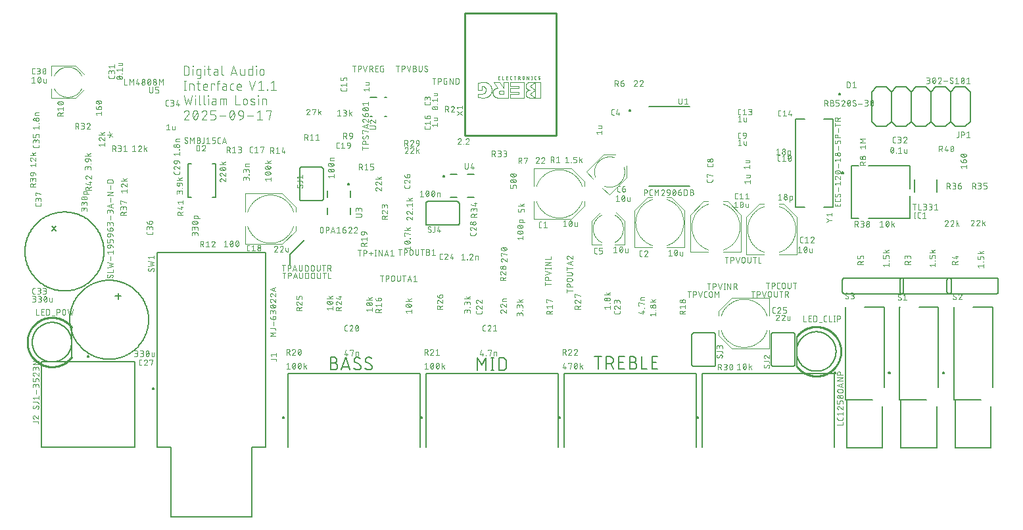
<source format=gbr>
G04 EAGLE Gerber RS-274X export*
G75*
%MOMM*%
%FSLAX34Y34*%
%LPD*%
%INSilkscreen Top*%
%IPPOS*%
%AMOC8*
5,1,8,0,0,1.08239X$1,22.5*%
G01*
%ADD10C,0.101600*%
%ADD11C,0.152400*%
%ADD12C,0.076200*%
%ADD13C,0.127000*%
%ADD14C,0.203200*%
%ADD15C,0.254000*%
%ADD16C,0.200000*%
%ADD17C,0.050800*%
%ADD18C,0.025400*%


D10*
X219357Y479044D02*
X219357Y490728D01*
X222603Y490728D01*
X222716Y490726D01*
X222829Y490720D01*
X222942Y490710D01*
X223055Y490696D01*
X223167Y490679D01*
X223278Y490657D01*
X223388Y490632D01*
X223498Y490602D01*
X223606Y490569D01*
X223713Y490532D01*
X223819Y490492D01*
X223923Y490447D01*
X224026Y490399D01*
X224127Y490348D01*
X224226Y490293D01*
X224323Y490235D01*
X224418Y490173D01*
X224511Y490108D01*
X224601Y490040D01*
X224689Y489969D01*
X224775Y489894D01*
X224858Y489817D01*
X224938Y489737D01*
X225015Y489654D01*
X225090Y489568D01*
X225161Y489480D01*
X225229Y489390D01*
X225294Y489297D01*
X225356Y489202D01*
X225414Y489105D01*
X225469Y489006D01*
X225520Y488905D01*
X225568Y488802D01*
X225613Y488698D01*
X225653Y488592D01*
X225690Y488485D01*
X225723Y488377D01*
X225753Y488267D01*
X225778Y488157D01*
X225800Y488046D01*
X225817Y487934D01*
X225831Y487821D01*
X225841Y487708D01*
X225847Y487595D01*
X225849Y487482D01*
X225849Y482290D01*
X225847Y482177D01*
X225841Y482064D01*
X225831Y481951D01*
X225817Y481838D01*
X225800Y481726D01*
X225778Y481615D01*
X225753Y481505D01*
X225723Y481395D01*
X225690Y481287D01*
X225653Y481180D01*
X225613Y481074D01*
X225568Y480970D01*
X225520Y480867D01*
X225469Y480766D01*
X225414Y480667D01*
X225356Y480570D01*
X225294Y480475D01*
X225229Y480382D01*
X225161Y480292D01*
X225090Y480204D01*
X225015Y480118D01*
X224938Y480035D01*
X224858Y479955D01*
X224775Y479878D01*
X224689Y479803D01*
X224601Y479732D01*
X224511Y479664D01*
X224418Y479599D01*
X224323Y479537D01*
X224226Y479479D01*
X224127Y479424D01*
X224026Y479373D01*
X223923Y479325D01*
X223819Y479280D01*
X223713Y479240D01*
X223606Y479203D01*
X223498Y479170D01*
X223388Y479140D01*
X223278Y479115D01*
X223167Y479093D01*
X223055Y479076D01*
X222942Y479062D01*
X222829Y479052D01*
X222716Y479046D01*
X222603Y479044D01*
X219357Y479044D01*
X230985Y479044D02*
X230985Y486833D01*
X230660Y490079D02*
X230660Y490728D01*
X231309Y490728D01*
X231309Y490079D01*
X230660Y490079D01*
X237516Y479044D02*
X240761Y479044D01*
X237516Y479044D02*
X237429Y479046D01*
X237341Y479052D01*
X237255Y479062D01*
X237168Y479075D01*
X237083Y479093D01*
X236998Y479114D01*
X236914Y479139D01*
X236832Y479168D01*
X236751Y479201D01*
X236671Y479237D01*
X236593Y479276D01*
X236517Y479320D01*
X236443Y479366D01*
X236372Y479416D01*
X236302Y479469D01*
X236235Y479525D01*
X236171Y479584D01*
X236109Y479646D01*
X236050Y479710D01*
X235994Y479777D01*
X235941Y479847D01*
X235891Y479918D01*
X235845Y479992D01*
X235801Y480068D01*
X235762Y480146D01*
X235726Y480226D01*
X235693Y480307D01*
X235664Y480389D01*
X235639Y480473D01*
X235618Y480558D01*
X235600Y480643D01*
X235587Y480730D01*
X235577Y480816D01*
X235571Y480904D01*
X235569Y480991D01*
X235569Y484886D01*
X235571Y484973D01*
X235577Y485061D01*
X235587Y485147D01*
X235600Y485234D01*
X235618Y485319D01*
X235639Y485404D01*
X235664Y485488D01*
X235693Y485570D01*
X235726Y485651D01*
X235762Y485731D01*
X235801Y485809D01*
X235845Y485885D01*
X235891Y485959D01*
X235941Y486030D01*
X235994Y486100D01*
X236050Y486167D01*
X236109Y486231D01*
X236171Y486293D01*
X236235Y486352D01*
X236302Y486408D01*
X236372Y486461D01*
X236443Y486511D01*
X236517Y486557D01*
X236593Y486601D01*
X236671Y486640D01*
X236751Y486676D01*
X236832Y486709D01*
X236914Y486738D01*
X236998Y486763D01*
X237083Y486784D01*
X237168Y486802D01*
X237255Y486815D01*
X237341Y486825D01*
X237429Y486831D01*
X237516Y486833D01*
X240761Y486833D01*
X240761Y477097D01*
X240759Y477010D01*
X240753Y476922D01*
X240743Y476836D01*
X240730Y476749D01*
X240712Y476664D01*
X240691Y476579D01*
X240666Y476495D01*
X240637Y476413D01*
X240604Y476332D01*
X240568Y476252D01*
X240529Y476174D01*
X240485Y476098D01*
X240439Y476024D01*
X240389Y475953D01*
X240336Y475883D01*
X240280Y475816D01*
X240221Y475752D01*
X240160Y475690D01*
X240095Y475631D01*
X240028Y475575D01*
X239958Y475522D01*
X239887Y475472D01*
X239813Y475426D01*
X239737Y475382D01*
X239659Y475343D01*
X239579Y475307D01*
X239498Y475274D01*
X239416Y475245D01*
X239332Y475220D01*
X239247Y475199D01*
X239162Y475181D01*
X239075Y475168D01*
X238989Y475158D01*
X238901Y475152D01*
X238814Y475150D01*
X238814Y475149D02*
X236218Y475149D01*
X245844Y479044D02*
X245844Y486833D01*
X245519Y490079D02*
X245519Y490728D01*
X246168Y490728D01*
X246168Y490079D01*
X245519Y490079D01*
X249519Y486833D02*
X253414Y486833D01*
X250817Y490728D02*
X250817Y480991D01*
X250818Y480991D02*
X250820Y480904D01*
X250826Y480816D01*
X250836Y480730D01*
X250849Y480643D01*
X250867Y480558D01*
X250888Y480473D01*
X250913Y480389D01*
X250942Y480307D01*
X250975Y480226D01*
X251011Y480146D01*
X251050Y480068D01*
X251094Y479992D01*
X251140Y479918D01*
X251190Y479847D01*
X251243Y479777D01*
X251299Y479710D01*
X251358Y479646D01*
X251420Y479584D01*
X251484Y479525D01*
X251551Y479469D01*
X251621Y479416D01*
X251692Y479366D01*
X251766Y479320D01*
X251842Y479276D01*
X251920Y479237D01*
X252000Y479201D01*
X252081Y479168D01*
X252163Y479139D01*
X252247Y479114D01*
X252332Y479093D01*
X252417Y479075D01*
X252504Y479062D01*
X252590Y479052D01*
X252678Y479046D01*
X252765Y479044D01*
X253414Y479044D01*
X259938Y483588D02*
X262859Y483588D01*
X259938Y483588D02*
X259844Y483586D01*
X259750Y483580D01*
X259657Y483571D01*
X259564Y483557D01*
X259472Y483540D01*
X259380Y483518D01*
X259290Y483494D01*
X259200Y483465D01*
X259112Y483433D01*
X259025Y483397D01*
X258940Y483357D01*
X258857Y483314D01*
X258775Y483268D01*
X258695Y483218D01*
X258618Y483165D01*
X258543Y483109D01*
X258470Y483050D01*
X258399Y482988D01*
X258331Y482923D01*
X258266Y482855D01*
X258204Y482784D01*
X258145Y482711D01*
X258089Y482636D01*
X258036Y482559D01*
X257986Y482479D01*
X257940Y482397D01*
X257897Y482314D01*
X257857Y482229D01*
X257821Y482142D01*
X257789Y482054D01*
X257760Y481964D01*
X257736Y481874D01*
X257714Y481782D01*
X257697Y481690D01*
X257683Y481597D01*
X257674Y481504D01*
X257668Y481410D01*
X257666Y481316D01*
X257668Y481222D01*
X257674Y481128D01*
X257683Y481035D01*
X257697Y480942D01*
X257714Y480850D01*
X257736Y480758D01*
X257760Y480668D01*
X257789Y480578D01*
X257821Y480490D01*
X257857Y480403D01*
X257897Y480318D01*
X257940Y480235D01*
X257986Y480153D01*
X258036Y480073D01*
X258089Y479996D01*
X258145Y479921D01*
X258204Y479848D01*
X258266Y479777D01*
X258331Y479709D01*
X258399Y479644D01*
X258470Y479582D01*
X258543Y479523D01*
X258618Y479467D01*
X258695Y479414D01*
X258775Y479364D01*
X258857Y479318D01*
X258940Y479275D01*
X259025Y479235D01*
X259112Y479199D01*
X259200Y479167D01*
X259290Y479138D01*
X259380Y479114D01*
X259472Y479092D01*
X259564Y479075D01*
X259657Y479061D01*
X259750Y479052D01*
X259844Y479046D01*
X259938Y479044D01*
X262859Y479044D01*
X262859Y484886D01*
X262857Y484973D01*
X262851Y485061D01*
X262841Y485147D01*
X262828Y485234D01*
X262810Y485319D01*
X262789Y485404D01*
X262764Y485488D01*
X262735Y485570D01*
X262702Y485651D01*
X262666Y485731D01*
X262627Y485809D01*
X262583Y485885D01*
X262537Y485959D01*
X262487Y486030D01*
X262434Y486100D01*
X262378Y486167D01*
X262319Y486231D01*
X262257Y486293D01*
X262193Y486352D01*
X262126Y486408D01*
X262056Y486461D01*
X261985Y486511D01*
X261911Y486557D01*
X261835Y486601D01*
X261757Y486640D01*
X261677Y486676D01*
X261596Y486709D01*
X261514Y486738D01*
X261430Y486763D01*
X261345Y486784D01*
X261260Y486802D01*
X261173Y486815D01*
X261087Y486825D01*
X260999Y486831D01*
X260912Y486833D01*
X258316Y486833D01*
X268162Y490728D02*
X268162Y480991D01*
X268164Y480904D01*
X268170Y480816D01*
X268180Y480730D01*
X268193Y480643D01*
X268211Y480558D01*
X268232Y480473D01*
X268257Y480389D01*
X268286Y480307D01*
X268319Y480226D01*
X268355Y480146D01*
X268394Y480068D01*
X268438Y479992D01*
X268484Y479918D01*
X268534Y479847D01*
X268587Y479777D01*
X268643Y479710D01*
X268702Y479646D01*
X268764Y479584D01*
X268828Y479525D01*
X268895Y479469D01*
X268965Y479416D01*
X269036Y479366D01*
X269110Y479320D01*
X269186Y479276D01*
X269264Y479237D01*
X269344Y479201D01*
X269425Y479168D01*
X269507Y479139D01*
X269591Y479114D01*
X269676Y479093D01*
X269761Y479075D01*
X269848Y479062D01*
X269934Y479052D01*
X270022Y479046D01*
X270109Y479044D01*
X279668Y479044D02*
X283563Y490728D01*
X287457Y479044D01*
X286484Y481965D02*
X280642Y481965D01*
X292015Y480991D02*
X292015Y486833D01*
X292016Y480991D02*
X292018Y480904D01*
X292024Y480816D01*
X292034Y480730D01*
X292047Y480643D01*
X292065Y480558D01*
X292086Y480473D01*
X292111Y480389D01*
X292140Y480307D01*
X292173Y480226D01*
X292209Y480146D01*
X292248Y480068D01*
X292292Y479992D01*
X292338Y479918D01*
X292388Y479847D01*
X292441Y479777D01*
X292497Y479710D01*
X292556Y479646D01*
X292618Y479584D01*
X292682Y479525D01*
X292749Y479469D01*
X292819Y479416D01*
X292890Y479366D01*
X292964Y479320D01*
X293040Y479276D01*
X293118Y479237D01*
X293198Y479201D01*
X293279Y479168D01*
X293361Y479139D01*
X293445Y479114D01*
X293530Y479093D01*
X293615Y479075D01*
X293702Y479062D01*
X293788Y479052D01*
X293876Y479046D01*
X293963Y479044D01*
X297208Y479044D01*
X297208Y486833D01*
X307436Y490728D02*
X307436Y479044D01*
X304191Y479044D01*
X304104Y479046D01*
X304016Y479052D01*
X303930Y479062D01*
X303843Y479075D01*
X303758Y479093D01*
X303673Y479114D01*
X303589Y479139D01*
X303507Y479168D01*
X303426Y479201D01*
X303346Y479237D01*
X303268Y479276D01*
X303192Y479320D01*
X303118Y479366D01*
X303047Y479416D01*
X302977Y479469D01*
X302910Y479525D01*
X302846Y479584D01*
X302784Y479646D01*
X302725Y479710D01*
X302669Y479777D01*
X302616Y479847D01*
X302566Y479918D01*
X302520Y479992D01*
X302476Y480068D01*
X302437Y480146D01*
X302401Y480226D01*
X302368Y480307D01*
X302339Y480389D01*
X302314Y480473D01*
X302293Y480558D01*
X302275Y480643D01*
X302262Y480730D01*
X302252Y480816D01*
X302246Y480904D01*
X302244Y480991D01*
X302243Y480991D02*
X302243Y484886D01*
X302244Y484886D02*
X302246Y484973D01*
X302252Y485061D01*
X302262Y485147D01*
X302275Y485234D01*
X302293Y485319D01*
X302314Y485404D01*
X302339Y485488D01*
X302368Y485570D01*
X302401Y485651D01*
X302437Y485731D01*
X302476Y485809D01*
X302520Y485885D01*
X302566Y485959D01*
X302616Y486030D01*
X302669Y486100D01*
X302725Y486167D01*
X302784Y486231D01*
X302846Y486293D01*
X302910Y486352D01*
X302977Y486408D01*
X303047Y486461D01*
X303118Y486511D01*
X303192Y486557D01*
X303268Y486601D01*
X303346Y486640D01*
X303426Y486676D01*
X303507Y486709D01*
X303589Y486738D01*
X303673Y486763D01*
X303758Y486784D01*
X303843Y486802D01*
X303930Y486815D01*
X304016Y486825D01*
X304104Y486831D01*
X304191Y486833D01*
X307436Y486833D01*
X312519Y486833D02*
X312519Y479044D01*
X312194Y490079D02*
X312194Y490728D01*
X312843Y490728D01*
X312843Y490079D01*
X312194Y490079D01*
X317161Y484237D02*
X317161Y481640D01*
X317162Y484237D02*
X317164Y484338D01*
X317170Y484438D01*
X317180Y484538D01*
X317193Y484638D01*
X317211Y484737D01*
X317232Y484836D01*
X317257Y484933D01*
X317286Y485030D01*
X317319Y485125D01*
X317355Y485219D01*
X317395Y485311D01*
X317438Y485402D01*
X317485Y485491D01*
X317535Y485578D01*
X317589Y485664D01*
X317646Y485747D01*
X317706Y485827D01*
X317769Y485906D01*
X317836Y485982D01*
X317905Y486055D01*
X317977Y486125D01*
X318051Y486193D01*
X318128Y486258D01*
X318208Y486319D01*
X318290Y486378D01*
X318374Y486433D01*
X318460Y486485D01*
X318548Y486534D01*
X318638Y486579D01*
X318730Y486621D01*
X318823Y486659D01*
X318918Y486693D01*
X319013Y486724D01*
X319110Y486751D01*
X319208Y486774D01*
X319307Y486794D01*
X319407Y486809D01*
X319507Y486821D01*
X319607Y486829D01*
X319708Y486833D01*
X319808Y486833D01*
X319909Y486829D01*
X320009Y486821D01*
X320109Y486809D01*
X320209Y486794D01*
X320308Y486774D01*
X320406Y486751D01*
X320503Y486724D01*
X320598Y486693D01*
X320693Y486659D01*
X320786Y486621D01*
X320878Y486579D01*
X320968Y486534D01*
X321056Y486485D01*
X321142Y486433D01*
X321226Y486378D01*
X321308Y486319D01*
X321388Y486258D01*
X321465Y486193D01*
X321539Y486125D01*
X321611Y486055D01*
X321680Y485982D01*
X321747Y485906D01*
X321810Y485827D01*
X321870Y485747D01*
X321927Y485664D01*
X321981Y485578D01*
X322031Y485491D01*
X322078Y485402D01*
X322121Y485311D01*
X322161Y485219D01*
X322197Y485125D01*
X322230Y485030D01*
X322259Y484933D01*
X322284Y484836D01*
X322305Y484737D01*
X322323Y484638D01*
X322336Y484538D01*
X322346Y484438D01*
X322352Y484338D01*
X322354Y484237D01*
X322354Y481640D01*
X322352Y481539D01*
X322346Y481439D01*
X322336Y481339D01*
X322323Y481239D01*
X322305Y481140D01*
X322284Y481041D01*
X322259Y480944D01*
X322230Y480847D01*
X322197Y480752D01*
X322161Y480658D01*
X322121Y480566D01*
X322078Y480475D01*
X322031Y480386D01*
X321981Y480299D01*
X321927Y480213D01*
X321870Y480130D01*
X321810Y480050D01*
X321747Y479971D01*
X321680Y479895D01*
X321611Y479822D01*
X321539Y479752D01*
X321465Y479684D01*
X321388Y479619D01*
X321308Y479558D01*
X321226Y479499D01*
X321142Y479444D01*
X321056Y479392D01*
X320968Y479343D01*
X320878Y479298D01*
X320786Y479256D01*
X320693Y479218D01*
X320598Y479184D01*
X320503Y479153D01*
X320406Y479126D01*
X320308Y479103D01*
X320209Y479083D01*
X320109Y479068D01*
X320009Y479056D01*
X319909Y479048D01*
X319808Y479044D01*
X319708Y479044D01*
X319607Y479048D01*
X319507Y479056D01*
X319407Y479068D01*
X319307Y479083D01*
X319208Y479103D01*
X319110Y479126D01*
X319013Y479153D01*
X318918Y479184D01*
X318823Y479218D01*
X318730Y479256D01*
X318638Y479298D01*
X318548Y479343D01*
X318460Y479392D01*
X318374Y479444D01*
X318290Y479499D01*
X318208Y479558D01*
X318128Y479619D01*
X318051Y479684D01*
X317977Y479752D01*
X317905Y479822D01*
X317836Y479895D01*
X317769Y479971D01*
X317706Y480050D01*
X317646Y480130D01*
X317589Y480213D01*
X317535Y480299D01*
X317485Y480386D01*
X317438Y480475D01*
X317395Y480566D01*
X317355Y480658D01*
X317319Y480752D01*
X317286Y480847D01*
X317257Y480944D01*
X317232Y481041D01*
X317211Y481140D01*
X317193Y481239D01*
X317180Y481339D01*
X317170Y481439D01*
X317164Y481539D01*
X317162Y481640D01*
X220656Y471678D02*
X220656Y459994D01*
X221954Y459994D02*
X219357Y459994D01*
X219357Y471678D02*
X221954Y471678D01*
X226822Y467783D02*
X226822Y459994D01*
X226822Y467783D02*
X230068Y467783D01*
X230155Y467781D01*
X230243Y467775D01*
X230329Y467765D01*
X230416Y467752D01*
X230501Y467734D01*
X230586Y467713D01*
X230670Y467688D01*
X230752Y467659D01*
X230833Y467626D01*
X230913Y467590D01*
X230991Y467551D01*
X231067Y467507D01*
X231141Y467461D01*
X231212Y467411D01*
X231282Y467358D01*
X231349Y467302D01*
X231413Y467243D01*
X231475Y467182D01*
X231534Y467117D01*
X231590Y467050D01*
X231643Y466980D01*
X231693Y466909D01*
X231739Y466835D01*
X231783Y466759D01*
X231822Y466681D01*
X231858Y466601D01*
X231891Y466520D01*
X231920Y466438D01*
X231945Y466354D01*
X231966Y466269D01*
X231984Y466184D01*
X231997Y466097D01*
X232007Y466011D01*
X232013Y465923D01*
X232015Y465836D01*
X232015Y459994D01*
X236142Y467783D02*
X240037Y467783D01*
X237440Y471678D02*
X237440Y461941D01*
X237442Y461854D01*
X237448Y461766D01*
X237458Y461680D01*
X237471Y461593D01*
X237489Y461508D01*
X237510Y461423D01*
X237535Y461339D01*
X237564Y461257D01*
X237597Y461176D01*
X237633Y461096D01*
X237672Y461018D01*
X237716Y460942D01*
X237762Y460868D01*
X237812Y460797D01*
X237865Y460727D01*
X237921Y460660D01*
X237980Y460596D01*
X238042Y460534D01*
X238106Y460475D01*
X238173Y460419D01*
X238243Y460366D01*
X238314Y460316D01*
X238388Y460270D01*
X238464Y460226D01*
X238542Y460187D01*
X238622Y460151D01*
X238703Y460118D01*
X238785Y460089D01*
X238869Y460064D01*
X238954Y460043D01*
X239039Y460025D01*
X239126Y460012D01*
X239212Y460002D01*
X239300Y459996D01*
X239387Y459994D01*
X240037Y459994D01*
X246295Y459994D02*
X249541Y459994D01*
X246295Y459994D02*
X246208Y459996D01*
X246120Y460002D01*
X246034Y460012D01*
X245947Y460025D01*
X245862Y460043D01*
X245777Y460064D01*
X245693Y460089D01*
X245611Y460118D01*
X245530Y460151D01*
X245450Y460187D01*
X245372Y460226D01*
X245296Y460270D01*
X245222Y460316D01*
X245151Y460366D01*
X245081Y460419D01*
X245014Y460475D01*
X244950Y460534D01*
X244888Y460596D01*
X244829Y460660D01*
X244773Y460727D01*
X244720Y460797D01*
X244670Y460868D01*
X244624Y460942D01*
X244580Y461018D01*
X244541Y461096D01*
X244505Y461176D01*
X244472Y461257D01*
X244443Y461339D01*
X244418Y461423D01*
X244397Y461508D01*
X244379Y461593D01*
X244366Y461680D01*
X244356Y461766D01*
X244350Y461854D01*
X244348Y461941D01*
X244348Y465187D01*
X244349Y465187D02*
X244351Y465288D01*
X244357Y465388D01*
X244367Y465488D01*
X244380Y465588D01*
X244398Y465687D01*
X244419Y465786D01*
X244444Y465883D01*
X244473Y465980D01*
X244506Y466075D01*
X244542Y466169D01*
X244582Y466261D01*
X244625Y466352D01*
X244672Y466441D01*
X244722Y466528D01*
X244776Y466614D01*
X244833Y466697D01*
X244893Y466777D01*
X244956Y466856D01*
X245023Y466932D01*
X245092Y467005D01*
X245164Y467075D01*
X245238Y467143D01*
X245315Y467208D01*
X245395Y467269D01*
X245477Y467328D01*
X245561Y467383D01*
X245647Y467435D01*
X245735Y467484D01*
X245825Y467529D01*
X245917Y467571D01*
X246010Y467609D01*
X246105Y467643D01*
X246200Y467674D01*
X246297Y467701D01*
X246395Y467724D01*
X246494Y467744D01*
X246594Y467759D01*
X246694Y467771D01*
X246794Y467779D01*
X246895Y467783D01*
X246995Y467783D01*
X247096Y467779D01*
X247196Y467771D01*
X247296Y467759D01*
X247396Y467744D01*
X247495Y467724D01*
X247593Y467701D01*
X247690Y467674D01*
X247785Y467643D01*
X247880Y467609D01*
X247973Y467571D01*
X248065Y467529D01*
X248155Y467484D01*
X248243Y467435D01*
X248329Y467383D01*
X248413Y467328D01*
X248495Y467269D01*
X248575Y467208D01*
X248652Y467143D01*
X248726Y467075D01*
X248798Y467005D01*
X248867Y466932D01*
X248934Y466856D01*
X248997Y466777D01*
X249057Y466697D01*
X249114Y466614D01*
X249168Y466528D01*
X249218Y466441D01*
X249265Y466352D01*
X249308Y466261D01*
X249348Y466169D01*
X249384Y466075D01*
X249417Y465980D01*
X249446Y465883D01*
X249471Y465786D01*
X249492Y465687D01*
X249510Y465588D01*
X249523Y465488D01*
X249533Y465388D01*
X249539Y465288D01*
X249541Y465187D01*
X249541Y463889D01*
X244348Y463889D01*
X254702Y459994D02*
X254702Y467783D01*
X258596Y467783D01*
X258596Y466485D01*
X262882Y469731D02*
X262882Y459994D01*
X262882Y469731D02*
X262884Y469818D01*
X262890Y469906D01*
X262900Y469992D01*
X262913Y470079D01*
X262931Y470164D01*
X262952Y470249D01*
X262977Y470333D01*
X263006Y470415D01*
X263039Y470496D01*
X263075Y470576D01*
X263114Y470654D01*
X263158Y470730D01*
X263204Y470804D01*
X263254Y470875D01*
X263307Y470945D01*
X263363Y471012D01*
X263422Y471076D01*
X263483Y471138D01*
X263548Y471197D01*
X263615Y471253D01*
X263685Y471306D01*
X263756Y471356D01*
X263830Y471402D01*
X263906Y471446D01*
X263984Y471485D01*
X264064Y471521D01*
X264145Y471554D01*
X264227Y471583D01*
X264311Y471608D01*
X264396Y471629D01*
X264481Y471647D01*
X264568Y471660D01*
X264654Y471670D01*
X264742Y471676D01*
X264829Y471678D01*
X265478Y471678D01*
X265478Y467783D02*
X261583Y467783D01*
X270945Y464538D02*
X273866Y464538D01*
X270945Y464538D02*
X270851Y464536D01*
X270757Y464530D01*
X270664Y464521D01*
X270571Y464507D01*
X270479Y464490D01*
X270387Y464468D01*
X270297Y464444D01*
X270207Y464415D01*
X270119Y464383D01*
X270032Y464347D01*
X269947Y464307D01*
X269864Y464264D01*
X269782Y464218D01*
X269702Y464168D01*
X269625Y464115D01*
X269550Y464059D01*
X269477Y464000D01*
X269406Y463938D01*
X269338Y463873D01*
X269273Y463805D01*
X269211Y463734D01*
X269152Y463661D01*
X269096Y463586D01*
X269043Y463509D01*
X268993Y463429D01*
X268947Y463347D01*
X268904Y463264D01*
X268864Y463179D01*
X268828Y463092D01*
X268796Y463004D01*
X268767Y462914D01*
X268743Y462824D01*
X268721Y462732D01*
X268704Y462640D01*
X268690Y462547D01*
X268681Y462454D01*
X268675Y462360D01*
X268673Y462266D01*
X268675Y462172D01*
X268681Y462078D01*
X268690Y461985D01*
X268704Y461892D01*
X268721Y461800D01*
X268743Y461708D01*
X268767Y461618D01*
X268796Y461528D01*
X268828Y461440D01*
X268864Y461353D01*
X268904Y461268D01*
X268947Y461185D01*
X268993Y461103D01*
X269043Y461023D01*
X269096Y460946D01*
X269152Y460871D01*
X269211Y460798D01*
X269273Y460727D01*
X269338Y460659D01*
X269406Y460594D01*
X269477Y460532D01*
X269550Y460473D01*
X269625Y460417D01*
X269702Y460364D01*
X269782Y460314D01*
X269864Y460268D01*
X269947Y460225D01*
X270032Y460185D01*
X270119Y460149D01*
X270207Y460117D01*
X270297Y460088D01*
X270387Y460064D01*
X270479Y460042D01*
X270571Y460025D01*
X270664Y460011D01*
X270757Y460002D01*
X270851Y459996D01*
X270945Y459994D01*
X273866Y459994D01*
X273866Y465836D01*
X273864Y465923D01*
X273858Y466011D01*
X273848Y466097D01*
X273835Y466184D01*
X273817Y466269D01*
X273796Y466354D01*
X273771Y466438D01*
X273742Y466520D01*
X273709Y466601D01*
X273673Y466681D01*
X273634Y466759D01*
X273590Y466835D01*
X273544Y466909D01*
X273494Y466980D01*
X273441Y467050D01*
X273385Y467117D01*
X273326Y467181D01*
X273264Y467243D01*
X273200Y467302D01*
X273133Y467358D01*
X273063Y467411D01*
X272992Y467461D01*
X272918Y467507D01*
X272842Y467551D01*
X272764Y467590D01*
X272684Y467626D01*
X272603Y467659D01*
X272521Y467688D01*
X272437Y467713D01*
X272352Y467734D01*
X272267Y467752D01*
X272180Y467765D01*
X272094Y467775D01*
X272006Y467781D01*
X271919Y467783D01*
X269322Y467783D01*
X280980Y459994D02*
X283576Y459994D01*
X280980Y459994D02*
X280893Y459996D01*
X280805Y460002D01*
X280719Y460012D01*
X280632Y460025D01*
X280547Y460043D01*
X280462Y460064D01*
X280378Y460089D01*
X280296Y460118D01*
X280215Y460151D01*
X280135Y460187D01*
X280057Y460226D01*
X279981Y460270D01*
X279907Y460316D01*
X279836Y460366D01*
X279766Y460419D01*
X279699Y460475D01*
X279635Y460534D01*
X279573Y460596D01*
X279514Y460660D01*
X279458Y460727D01*
X279405Y460797D01*
X279355Y460868D01*
X279309Y460942D01*
X279265Y461018D01*
X279226Y461096D01*
X279190Y461176D01*
X279157Y461257D01*
X279128Y461339D01*
X279103Y461423D01*
X279082Y461508D01*
X279064Y461593D01*
X279051Y461680D01*
X279041Y461766D01*
X279035Y461854D01*
X279033Y461941D01*
X279032Y461941D02*
X279032Y465836D01*
X279033Y465836D02*
X279035Y465923D01*
X279041Y466011D01*
X279051Y466097D01*
X279064Y466184D01*
X279082Y466269D01*
X279103Y466354D01*
X279128Y466438D01*
X279157Y466520D01*
X279190Y466601D01*
X279226Y466681D01*
X279265Y466759D01*
X279309Y466835D01*
X279355Y466909D01*
X279405Y466980D01*
X279458Y467050D01*
X279514Y467117D01*
X279573Y467181D01*
X279635Y467243D01*
X279699Y467302D01*
X279766Y467358D01*
X279836Y467411D01*
X279907Y467461D01*
X279981Y467507D01*
X280057Y467551D01*
X280135Y467590D01*
X280215Y467626D01*
X280296Y467659D01*
X280378Y467688D01*
X280462Y467713D01*
X280547Y467734D01*
X280632Y467752D01*
X280719Y467765D01*
X280805Y467775D01*
X280893Y467781D01*
X280980Y467783D01*
X283576Y467783D01*
X289729Y459994D02*
X292975Y459994D01*
X289729Y459994D02*
X289642Y459996D01*
X289554Y460002D01*
X289468Y460012D01*
X289381Y460025D01*
X289296Y460043D01*
X289211Y460064D01*
X289127Y460089D01*
X289045Y460118D01*
X288964Y460151D01*
X288884Y460187D01*
X288806Y460226D01*
X288730Y460270D01*
X288656Y460316D01*
X288585Y460366D01*
X288515Y460419D01*
X288448Y460475D01*
X288384Y460534D01*
X288322Y460596D01*
X288263Y460660D01*
X288207Y460727D01*
X288154Y460797D01*
X288104Y460868D01*
X288058Y460942D01*
X288014Y461018D01*
X287975Y461096D01*
X287939Y461176D01*
X287906Y461257D01*
X287877Y461339D01*
X287852Y461423D01*
X287831Y461508D01*
X287813Y461593D01*
X287800Y461680D01*
X287790Y461766D01*
X287784Y461854D01*
X287782Y461941D01*
X287782Y465187D01*
X287783Y465187D02*
X287785Y465288D01*
X287791Y465388D01*
X287801Y465488D01*
X287814Y465588D01*
X287832Y465687D01*
X287853Y465786D01*
X287878Y465883D01*
X287907Y465980D01*
X287940Y466075D01*
X287976Y466169D01*
X288016Y466261D01*
X288059Y466352D01*
X288106Y466441D01*
X288156Y466528D01*
X288210Y466614D01*
X288267Y466697D01*
X288327Y466777D01*
X288390Y466856D01*
X288457Y466932D01*
X288526Y467005D01*
X288598Y467075D01*
X288672Y467143D01*
X288749Y467208D01*
X288829Y467269D01*
X288911Y467328D01*
X288995Y467383D01*
X289081Y467435D01*
X289169Y467484D01*
X289259Y467529D01*
X289351Y467571D01*
X289444Y467609D01*
X289539Y467643D01*
X289634Y467674D01*
X289731Y467701D01*
X289829Y467724D01*
X289928Y467744D01*
X290028Y467759D01*
X290128Y467771D01*
X290228Y467779D01*
X290329Y467783D01*
X290429Y467783D01*
X290530Y467779D01*
X290630Y467771D01*
X290730Y467759D01*
X290830Y467744D01*
X290929Y467724D01*
X291027Y467701D01*
X291124Y467674D01*
X291219Y467643D01*
X291314Y467609D01*
X291407Y467571D01*
X291499Y467529D01*
X291589Y467484D01*
X291677Y467435D01*
X291763Y467383D01*
X291847Y467328D01*
X291929Y467269D01*
X292009Y467208D01*
X292086Y467143D01*
X292160Y467075D01*
X292232Y467005D01*
X292301Y466932D01*
X292368Y466856D01*
X292431Y466777D01*
X292491Y466697D01*
X292548Y466614D01*
X292602Y466528D01*
X292652Y466441D01*
X292699Y466352D01*
X292742Y466261D01*
X292782Y466169D01*
X292818Y466075D01*
X292851Y465980D01*
X292880Y465883D01*
X292905Y465786D01*
X292926Y465687D01*
X292944Y465588D01*
X292957Y465488D01*
X292967Y465388D01*
X292973Y465288D01*
X292975Y465187D01*
X292975Y463889D01*
X287782Y463889D01*
X303248Y471678D02*
X307143Y459994D01*
X311037Y471678D01*
X315327Y469082D02*
X318573Y471678D01*
X318573Y459994D01*
X321818Y459994D02*
X315327Y459994D01*
X326249Y459994D02*
X326249Y460643D01*
X326898Y460643D01*
X326898Y459994D01*
X326249Y459994D01*
X331329Y469082D02*
X334574Y471678D01*
X334574Y459994D01*
X331329Y459994D02*
X337820Y459994D01*
X221954Y440944D02*
X219357Y452628D01*
X224550Y448733D02*
X221954Y440944D01*
X227147Y440944D02*
X224550Y448733D01*
X229743Y452628D02*
X227147Y440944D01*
X234075Y440944D02*
X234075Y448733D01*
X233751Y451979D02*
X233751Y452628D01*
X234400Y452628D01*
X234400Y451979D01*
X233751Y451979D01*
X238867Y452628D02*
X238867Y442891D01*
X238868Y442891D02*
X238870Y442804D01*
X238876Y442716D01*
X238886Y442630D01*
X238899Y442543D01*
X238917Y442458D01*
X238938Y442373D01*
X238963Y442289D01*
X238992Y442207D01*
X239025Y442126D01*
X239061Y442046D01*
X239100Y441968D01*
X239144Y441892D01*
X239190Y441818D01*
X239240Y441747D01*
X239293Y441677D01*
X239349Y441610D01*
X239408Y441546D01*
X239470Y441484D01*
X239534Y441425D01*
X239601Y441369D01*
X239671Y441316D01*
X239742Y441266D01*
X239816Y441220D01*
X239892Y441176D01*
X239970Y441137D01*
X240050Y441101D01*
X240131Y441068D01*
X240213Y441039D01*
X240297Y441014D01*
X240382Y440993D01*
X240467Y440975D01*
X240554Y440962D01*
X240640Y440952D01*
X240728Y440946D01*
X240815Y440944D01*
X244963Y442891D02*
X244963Y452628D01*
X244964Y442891D02*
X244966Y442804D01*
X244972Y442716D01*
X244982Y442630D01*
X244995Y442543D01*
X245013Y442458D01*
X245034Y442373D01*
X245059Y442289D01*
X245088Y442207D01*
X245121Y442126D01*
X245157Y442046D01*
X245196Y441968D01*
X245240Y441892D01*
X245286Y441818D01*
X245336Y441747D01*
X245389Y441677D01*
X245445Y441610D01*
X245504Y441546D01*
X245566Y441484D01*
X245630Y441425D01*
X245697Y441369D01*
X245767Y441316D01*
X245838Y441266D01*
X245912Y441220D01*
X245988Y441176D01*
X246066Y441137D01*
X246146Y441101D01*
X246227Y441068D01*
X246309Y441039D01*
X246393Y441014D01*
X246478Y440993D01*
X246563Y440975D01*
X246650Y440962D01*
X246736Y440952D01*
X246824Y440946D01*
X246911Y440944D01*
X250839Y440944D02*
X250839Y448733D01*
X250515Y451979D02*
X250515Y452628D01*
X251164Y452628D01*
X251164Y451979D01*
X250515Y451979D01*
X257695Y445488D02*
X260616Y445488D01*
X257695Y445488D02*
X257601Y445486D01*
X257507Y445480D01*
X257414Y445471D01*
X257321Y445457D01*
X257229Y445440D01*
X257137Y445418D01*
X257047Y445394D01*
X256957Y445365D01*
X256869Y445333D01*
X256782Y445297D01*
X256697Y445257D01*
X256614Y445214D01*
X256532Y445168D01*
X256452Y445118D01*
X256375Y445065D01*
X256300Y445009D01*
X256227Y444950D01*
X256156Y444888D01*
X256088Y444823D01*
X256023Y444755D01*
X255961Y444684D01*
X255902Y444611D01*
X255846Y444536D01*
X255793Y444459D01*
X255743Y444379D01*
X255697Y444297D01*
X255654Y444214D01*
X255614Y444129D01*
X255578Y444042D01*
X255546Y443954D01*
X255517Y443864D01*
X255493Y443774D01*
X255471Y443682D01*
X255454Y443590D01*
X255440Y443497D01*
X255431Y443404D01*
X255425Y443310D01*
X255423Y443216D01*
X255425Y443122D01*
X255431Y443028D01*
X255440Y442935D01*
X255454Y442842D01*
X255471Y442750D01*
X255493Y442658D01*
X255517Y442568D01*
X255546Y442478D01*
X255578Y442390D01*
X255614Y442303D01*
X255654Y442218D01*
X255697Y442135D01*
X255743Y442053D01*
X255793Y441973D01*
X255846Y441896D01*
X255902Y441821D01*
X255961Y441748D01*
X256023Y441677D01*
X256088Y441609D01*
X256156Y441544D01*
X256227Y441482D01*
X256300Y441423D01*
X256375Y441367D01*
X256452Y441314D01*
X256532Y441264D01*
X256614Y441218D01*
X256697Y441175D01*
X256782Y441135D01*
X256869Y441099D01*
X256957Y441067D01*
X257047Y441038D01*
X257137Y441014D01*
X257229Y440992D01*
X257321Y440975D01*
X257414Y440961D01*
X257507Y440952D01*
X257601Y440946D01*
X257695Y440944D01*
X260616Y440944D01*
X260616Y446786D01*
X260615Y446786D02*
X260613Y446873D01*
X260607Y446961D01*
X260597Y447047D01*
X260584Y447134D01*
X260566Y447219D01*
X260545Y447304D01*
X260520Y447388D01*
X260491Y447470D01*
X260458Y447551D01*
X260422Y447631D01*
X260383Y447709D01*
X260339Y447785D01*
X260293Y447859D01*
X260243Y447930D01*
X260190Y448000D01*
X260134Y448067D01*
X260075Y448131D01*
X260013Y448193D01*
X259949Y448252D01*
X259882Y448308D01*
X259812Y448361D01*
X259741Y448411D01*
X259667Y448457D01*
X259591Y448501D01*
X259513Y448540D01*
X259433Y448576D01*
X259352Y448609D01*
X259270Y448638D01*
X259186Y448663D01*
X259101Y448684D01*
X259016Y448702D01*
X258929Y448715D01*
X258843Y448725D01*
X258755Y448731D01*
X258668Y448733D01*
X256072Y448733D01*
X266375Y448733D02*
X266375Y440944D01*
X266375Y448733D02*
X272217Y448733D01*
X272304Y448731D01*
X272392Y448725D01*
X272478Y448715D01*
X272565Y448702D01*
X272650Y448684D01*
X272735Y448663D01*
X272819Y448638D01*
X272901Y448609D01*
X272982Y448576D01*
X273062Y448540D01*
X273140Y448501D01*
X273216Y448457D01*
X273290Y448411D01*
X273361Y448361D01*
X273431Y448308D01*
X273498Y448252D01*
X273562Y448193D01*
X273624Y448131D01*
X273683Y448067D01*
X273739Y448000D01*
X273792Y447930D01*
X273842Y447859D01*
X273888Y447785D01*
X273932Y447709D01*
X273971Y447631D01*
X274007Y447551D01*
X274040Y447470D01*
X274069Y447388D01*
X274094Y447304D01*
X274115Y447219D01*
X274133Y447134D01*
X274146Y447047D01*
X274156Y446961D01*
X274162Y446873D01*
X274164Y446786D01*
X274165Y446786D02*
X274165Y440944D01*
X270270Y440944D02*
X270270Y448733D01*
X286097Y452628D02*
X286097Y440944D01*
X291290Y440944D01*
X295487Y443540D02*
X295487Y446137D01*
X295489Y446238D01*
X295495Y446338D01*
X295505Y446438D01*
X295518Y446538D01*
X295536Y446637D01*
X295557Y446736D01*
X295582Y446833D01*
X295611Y446930D01*
X295644Y447025D01*
X295680Y447119D01*
X295720Y447211D01*
X295763Y447302D01*
X295810Y447391D01*
X295860Y447478D01*
X295914Y447564D01*
X295971Y447647D01*
X296031Y447727D01*
X296094Y447806D01*
X296161Y447882D01*
X296230Y447955D01*
X296302Y448025D01*
X296376Y448093D01*
X296453Y448158D01*
X296533Y448219D01*
X296615Y448278D01*
X296699Y448333D01*
X296785Y448385D01*
X296873Y448434D01*
X296963Y448479D01*
X297055Y448521D01*
X297148Y448559D01*
X297243Y448593D01*
X297338Y448624D01*
X297435Y448651D01*
X297533Y448674D01*
X297632Y448694D01*
X297732Y448709D01*
X297832Y448721D01*
X297932Y448729D01*
X298033Y448733D01*
X298133Y448733D01*
X298234Y448729D01*
X298334Y448721D01*
X298434Y448709D01*
X298534Y448694D01*
X298633Y448674D01*
X298731Y448651D01*
X298828Y448624D01*
X298923Y448593D01*
X299018Y448559D01*
X299111Y448521D01*
X299203Y448479D01*
X299293Y448434D01*
X299381Y448385D01*
X299467Y448333D01*
X299551Y448278D01*
X299633Y448219D01*
X299713Y448158D01*
X299790Y448093D01*
X299864Y448025D01*
X299936Y447955D01*
X300005Y447882D01*
X300072Y447806D01*
X300135Y447727D01*
X300195Y447647D01*
X300252Y447564D01*
X300306Y447478D01*
X300356Y447391D01*
X300403Y447302D01*
X300446Y447211D01*
X300486Y447119D01*
X300522Y447025D01*
X300555Y446930D01*
X300584Y446833D01*
X300609Y446736D01*
X300630Y446637D01*
X300648Y446538D01*
X300661Y446438D01*
X300671Y446338D01*
X300677Y446238D01*
X300679Y446137D01*
X300680Y446137D02*
X300680Y443540D01*
X300679Y443540D02*
X300677Y443439D01*
X300671Y443339D01*
X300661Y443239D01*
X300648Y443139D01*
X300630Y443040D01*
X300609Y442941D01*
X300584Y442844D01*
X300555Y442747D01*
X300522Y442652D01*
X300486Y442558D01*
X300446Y442466D01*
X300403Y442375D01*
X300356Y442286D01*
X300306Y442199D01*
X300252Y442113D01*
X300195Y442030D01*
X300135Y441950D01*
X300072Y441871D01*
X300005Y441795D01*
X299936Y441722D01*
X299864Y441652D01*
X299790Y441584D01*
X299713Y441519D01*
X299633Y441458D01*
X299551Y441399D01*
X299467Y441344D01*
X299381Y441292D01*
X299293Y441243D01*
X299203Y441198D01*
X299111Y441156D01*
X299018Y441118D01*
X298923Y441084D01*
X298828Y441053D01*
X298731Y441026D01*
X298633Y441003D01*
X298534Y440983D01*
X298434Y440968D01*
X298334Y440956D01*
X298234Y440948D01*
X298133Y440944D01*
X298033Y440944D01*
X297932Y440948D01*
X297832Y440956D01*
X297732Y440968D01*
X297632Y440983D01*
X297533Y441003D01*
X297435Y441026D01*
X297338Y441053D01*
X297243Y441084D01*
X297148Y441118D01*
X297055Y441156D01*
X296963Y441198D01*
X296873Y441243D01*
X296785Y441292D01*
X296699Y441344D01*
X296615Y441399D01*
X296533Y441458D01*
X296453Y441519D01*
X296376Y441584D01*
X296302Y441652D01*
X296230Y441722D01*
X296161Y441795D01*
X296094Y441871D01*
X296031Y441950D01*
X295971Y442030D01*
X295914Y442113D01*
X295860Y442199D01*
X295810Y442286D01*
X295763Y442375D01*
X295720Y442466D01*
X295680Y442558D01*
X295644Y442652D01*
X295611Y442747D01*
X295582Y442844D01*
X295557Y442941D01*
X295536Y443040D01*
X295518Y443139D01*
X295505Y443239D01*
X295495Y443339D01*
X295489Y443439D01*
X295487Y443540D01*
X306366Y445488D02*
X309612Y444190D01*
X306366Y445487D02*
X306291Y445520D01*
X306217Y445556D01*
X306145Y445595D01*
X306075Y445638D01*
X306008Y445684D01*
X305942Y445734D01*
X305880Y445786D01*
X305819Y445842D01*
X305762Y445900D01*
X305707Y445961D01*
X305656Y446025D01*
X305608Y446091D01*
X305563Y446160D01*
X305521Y446230D01*
X305483Y446303D01*
X305448Y446377D01*
X305417Y446453D01*
X305390Y446530D01*
X305367Y446609D01*
X305347Y446688D01*
X305332Y446769D01*
X305320Y446850D01*
X305312Y446932D01*
X305308Y447013D01*
X305309Y447095D01*
X305313Y447177D01*
X305321Y447259D01*
X305333Y447340D01*
X305349Y447420D01*
X305369Y447500D01*
X305393Y447578D01*
X305421Y447655D01*
X305452Y447731D01*
X305487Y447805D01*
X305525Y447877D01*
X305567Y447948D01*
X305613Y448016D01*
X305661Y448082D01*
X305713Y448145D01*
X305768Y448206D01*
X305826Y448264D01*
X305886Y448320D01*
X305949Y448372D01*
X306015Y448421D01*
X306083Y448467D01*
X306153Y448509D01*
X306225Y448549D01*
X306299Y448584D01*
X306374Y448616D01*
X306451Y448644D01*
X306529Y448668D01*
X306609Y448689D01*
X306689Y448706D01*
X306770Y448718D01*
X306851Y448727D01*
X306933Y448732D01*
X307015Y448733D01*
X307192Y448729D01*
X307369Y448720D01*
X307546Y448706D01*
X307723Y448689D01*
X307898Y448667D01*
X308074Y448642D01*
X308248Y448611D01*
X308422Y448577D01*
X308595Y448539D01*
X308767Y448496D01*
X308938Y448449D01*
X309108Y448399D01*
X309277Y448344D01*
X309444Y448285D01*
X309609Y448222D01*
X309774Y448155D01*
X309936Y448084D01*
X309612Y444190D02*
X309687Y444157D01*
X309761Y444121D01*
X309833Y444082D01*
X309903Y444039D01*
X309970Y443993D01*
X310036Y443943D01*
X310098Y443891D01*
X310159Y443835D01*
X310216Y443777D01*
X310271Y443716D01*
X310322Y443652D01*
X310370Y443586D01*
X310415Y443517D01*
X310457Y443447D01*
X310495Y443374D01*
X310530Y443300D01*
X310561Y443224D01*
X310588Y443147D01*
X310611Y443068D01*
X310631Y442989D01*
X310646Y442908D01*
X310658Y442827D01*
X310666Y442745D01*
X310670Y442664D01*
X310669Y442582D01*
X310665Y442500D01*
X310657Y442418D01*
X310645Y442337D01*
X310629Y442257D01*
X310609Y442177D01*
X310585Y442099D01*
X310557Y442022D01*
X310526Y441946D01*
X310491Y441872D01*
X310453Y441800D01*
X310411Y441729D01*
X310365Y441661D01*
X310317Y441595D01*
X310265Y441532D01*
X310210Y441471D01*
X310152Y441413D01*
X310092Y441357D01*
X310029Y441305D01*
X309963Y441256D01*
X309895Y441210D01*
X309825Y441168D01*
X309753Y441128D01*
X309679Y441093D01*
X309604Y441061D01*
X309527Y441033D01*
X309449Y441009D01*
X309369Y440988D01*
X309289Y440971D01*
X309208Y440959D01*
X309127Y440950D01*
X309045Y440945D01*
X308963Y440944D01*
X308703Y440951D01*
X308443Y440964D01*
X308183Y440983D01*
X307924Y441008D01*
X307665Y441040D01*
X307408Y441077D01*
X307151Y441121D01*
X306895Y441170D01*
X306641Y441226D01*
X306388Y441287D01*
X306137Y441355D01*
X305887Y441429D01*
X305639Y441508D01*
X305393Y441593D01*
X315228Y440944D02*
X315228Y448733D01*
X314904Y451979D02*
X314904Y452628D01*
X315553Y452628D01*
X315553Y451979D01*
X314904Y451979D01*
X320252Y448733D02*
X320252Y440944D01*
X320252Y448733D02*
X323497Y448733D01*
X323584Y448731D01*
X323672Y448725D01*
X323758Y448715D01*
X323845Y448702D01*
X323930Y448684D01*
X324015Y448663D01*
X324099Y448638D01*
X324181Y448609D01*
X324262Y448576D01*
X324342Y448540D01*
X324420Y448501D01*
X324496Y448457D01*
X324570Y448411D01*
X324641Y448361D01*
X324711Y448308D01*
X324778Y448252D01*
X324842Y448193D01*
X324904Y448132D01*
X324963Y448067D01*
X325019Y448000D01*
X325072Y447930D01*
X325122Y447859D01*
X325168Y447785D01*
X325212Y447709D01*
X325251Y447631D01*
X325287Y447551D01*
X325320Y447470D01*
X325349Y447388D01*
X325374Y447304D01*
X325395Y447219D01*
X325413Y447134D01*
X325426Y447047D01*
X325436Y446961D01*
X325442Y446873D01*
X325444Y446786D01*
X325445Y446786D02*
X325445Y440944D01*
X225849Y430657D02*
X225847Y430764D01*
X225841Y430870D01*
X225831Y430976D01*
X225818Y431082D01*
X225800Y431188D01*
X225779Y431292D01*
X225754Y431396D01*
X225725Y431499D01*
X225693Y431600D01*
X225656Y431700D01*
X225616Y431799D01*
X225573Y431897D01*
X225526Y431993D01*
X225475Y432087D01*
X225421Y432179D01*
X225364Y432269D01*
X225304Y432357D01*
X225240Y432442D01*
X225173Y432525D01*
X225103Y432606D01*
X225031Y432684D01*
X224955Y432760D01*
X224877Y432832D01*
X224796Y432902D01*
X224713Y432969D01*
X224628Y433033D01*
X224540Y433093D01*
X224450Y433150D01*
X224358Y433204D01*
X224264Y433255D01*
X224168Y433302D01*
X224070Y433345D01*
X223971Y433385D01*
X223871Y433422D01*
X223770Y433454D01*
X223667Y433483D01*
X223563Y433508D01*
X223459Y433529D01*
X223353Y433547D01*
X223247Y433560D01*
X223141Y433570D01*
X223035Y433576D01*
X222928Y433578D01*
X222807Y433576D01*
X222686Y433570D01*
X222566Y433560D01*
X222445Y433547D01*
X222326Y433529D01*
X222206Y433508D01*
X222088Y433483D01*
X221971Y433454D01*
X221854Y433421D01*
X221739Y433385D01*
X221625Y433344D01*
X221512Y433301D01*
X221400Y433253D01*
X221291Y433202D01*
X221183Y433147D01*
X221076Y433089D01*
X220972Y433028D01*
X220870Y432963D01*
X220770Y432895D01*
X220672Y432824D01*
X220576Y432750D01*
X220483Y432673D01*
X220393Y432592D01*
X220305Y432509D01*
X220220Y432423D01*
X220137Y432334D01*
X220058Y432243D01*
X219981Y432149D01*
X219908Y432053D01*
X219838Y431955D01*
X219771Y431854D01*
X219707Y431751D01*
X219647Y431646D01*
X219590Y431539D01*
X219536Y431431D01*
X219486Y431321D01*
X219440Y431209D01*
X219397Y431096D01*
X219358Y430981D01*
X224875Y428385D02*
X224954Y428462D01*
X225030Y428543D01*
X225103Y428626D01*
X225173Y428711D01*
X225240Y428799D01*
X225304Y428889D01*
X225364Y428981D01*
X225421Y429076D01*
X225475Y429172D01*
X225526Y429270D01*
X225573Y429370D01*
X225617Y429472D01*
X225657Y429575D01*
X225693Y429679D01*
X225725Y429785D01*
X225754Y429891D01*
X225779Y429999D01*
X225801Y430107D01*
X225818Y430217D01*
X225832Y430326D01*
X225841Y430436D01*
X225847Y430547D01*
X225849Y430657D01*
X224875Y428385D02*
X219357Y421894D01*
X225849Y421894D01*
X230788Y427736D02*
X230791Y427966D01*
X230799Y428196D01*
X230813Y428425D01*
X230832Y428654D01*
X230857Y428883D01*
X230887Y429110D01*
X230922Y429338D01*
X230963Y429564D01*
X231009Y429789D01*
X231061Y430013D01*
X231118Y430235D01*
X231180Y430457D01*
X231248Y430676D01*
X231321Y430894D01*
X231399Y431111D01*
X231482Y431325D01*
X231570Y431537D01*
X231663Y431747D01*
X231762Y431955D01*
X231761Y431955D02*
X231794Y432045D01*
X231830Y432134D01*
X231870Y432222D01*
X231914Y432307D01*
X231961Y432391D01*
X232011Y432473D01*
X232065Y432553D01*
X232121Y432630D01*
X232181Y432706D01*
X232244Y432779D01*
X232309Y432849D01*
X232378Y432917D01*
X232449Y432981D01*
X232522Y433043D01*
X232598Y433102D01*
X232676Y433158D01*
X232757Y433211D01*
X232839Y433260D01*
X232923Y433306D01*
X233010Y433349D01*
X233097Y433388D01*
X233187Y433424D01*
X233277Y433456D01*
X233369Y433484D01*
X233462Y433509D01*
X233556Y433530D01*
X233650Y433547D01*
X233745Y433561D01*
X233841Y433570D01*
X233937Y433576D01*
X234033Y433578D01*
X234129Y433576D01*
X234225Y433570D01*
X234321Y433561D01*
X234416Y433547D01*
X234510Y433530D01*
X234604Y433509D01*
X234697Y433484D01*
X234789Y433456D01*
X234879Y433424D01*
X234969Y433388D01*
X235056Y433349D01*
X235143Y433306D01*
X235227Y433260D01*
X235309Y433211D01*
X235390Y433158D01*
X235468Y433102D01*
X235544Y433043D01*
X235617Y432981D01*
X235688Y432917D01*
X235757Y432849D01*
X235822Y432779D01*
X235885Y432706D01*
X235945Y432630D01*
X236001Y432553D01*
X236055Y432473D01*
X236105Y432391D01*
X236152Y432307D01*
X236196Y432222D01*
X236236Y432134D01*
X236272Y432045D01*
X236305Y431955D01*
X236404Y431748D01*
X236497Y431538D01*
X236585Y431325D01*
X236668Y431111D01*
X236746Y430895D01*
X236819Y430677D01*
X236887Y430457D01*
X236949Y430236D01*
X237006Y430013D01*
X237058Y429789D01*
X237104Y429564D01*
X237145Y429338D01*
X237180Y429111D01*
X237210Y428883D01*
X237235Y428654D01*
X237254Y428425D01*
X237268Y428196D01*
X237276Y427966D01*
X237279Y427736D01*
X230787Y427736D02*
X230790Y427506D01*
X230798Y427276D01*
X230812Y427047D01*
X230831Y426818D01*
X230856Y426589D01*
X230886Y426361D01*
X230921Y426134D01*
X230962Y425908D01*
X231008Y425683D01*
X231060Y425459D01*
X231117Y425236D01*
X231179Y425015D01*
X231247Y424795D01*
X231320Y424577D01*
X231398Y424361D01*
X231481Y424147D01*
X231569Y423935D01*
X231662Y423724D01*
X231761Y423517D01*
X231794Y423427D01*
X231830Y423338D01*
X231871Y423250D01*
X231914Y423165D01*
X231961Y423081D01*
X232011Y422999D01*
X232065Y422919D01*
X232121Y422842D01*
X232181Y422766D01*
X232244Y422693D01*
X232309Y422623D01*
X232378Y422555D01*
X232449Y422491D01*
X232522Y422429D01*
X232598Y422370D01*
X232676Y422314D01*
X232757Y422261D01*
X232839Y422212D01*
X232923Y422166D01*
X233010Y422123D01*
X233097Y422084D01*
X233187Y422048D01*
X233277Y422016D01*
X233369Y421988D01*
X233462Y421963D01*
X233556Y421942D01*
X233650Y421925D01*
X233745Y421911D01*
X233841Y421902D01*
X233937Y421896D01*
X234033Y421894D01*
X236305Y423517D02*
X236404Y423724D01*
X236497Y423935D01*
X236585Y424147D01*
X236668Y424361D01*
X236746Y424577D01*
X236819Y424795D01*
X236887Y425015D01*
X236949Y425236D01*
X237006Y425459D01*
X237058Y425683D01*
X237104Y425908D01*
X237145Y426134D01*
X237180Y426361D01*
X237210Y426589D01*
X237235Y426818D01*
X237254Y427047D01*
X237268Y427276D01*
X237276Y427506D01*
X237279Y427736D01*
X236305Y423517D02*
X236272Y423427D01*
X236236Y423338D01*
X236196Y423250D01*
X236152Y423165D01*
X236105Y423081D01*
X236055Y422999D01*
X236001Y422919D01*
X235945Y422842D01*
X235885Y422766D01*
X235822Y422693D01*
X235757Y422623D01*
X235688Y422555D01*
X235617Y422491D01*
X235544Y422429D01*
X235468Y422370D01*
X235390Y422314D01*
X235309Y422261D01*
X235227Y422212D01*
X235143Y422166D01*
X235056Y422123D01*
X234969Y422084D01*
X234879Y422048D01*
X234789Y422016D01*
X234697Y421988D01*
X234604Y421963D01*
X234510Y421942D01*
X234416Y421925D01*
X234321Y421911D01*
X234225Y421902D01*
X234129Y421896D01*
X234033Y421894D01*
X231436Y424490D02*
X236629Y430982D01*
X245787Y433578D02*
X245894Y433576D01*
X246000Y433570D01*
X246106Y433560D01*
X246212Y433547D01*
X246318Y433529D01*
X246422Y433508D01*
X246526Y433483D01*
X246629Y433454D01*
X246730Y433422D01*
X246830Y433385D01*
X246929Y433345D01*
X247027Y433302D01*
X247123Y433255D01*
X247217Y433204D01*
X247309Y433150D01*
X247399Y433093D01*
X247487Y433033D01*
X247572Y432969D01*
X247655Y432902D01*
X247736Y432832D01*
X247814Y432760D01*
X247890Y432684D01*
X247962Y432606D01*
X248032Y432525D01*
X248099Y432442D01*
X248163Y432357D01*
X248223Y432269D01*
X248280Y432179D01*
X248334Y432087D01*
X248385Y431993D01*
X248432Y431897D01*
X248475Y431799D01*
X248515Y431700D01*
X248552Y431600D01*
X248584Y431499D01*
X248613Y431396D01*
X248638Y431292D01*
X248659Y431188D01*
X248677Y431082D01*
X248690Y430976D01*
X248700Y430870D01*
X248706Y430764D01*
X248708Y430657D01*
X245787Y433578D02*
X245666Y433576D01*
X245545Y433570D01*
X245425Y433560D01*
X245304Y433547D01*
X245185Y433529D01*
X245065Y433508D01*
X244947Y433483D01*
X244830Y433454D01*
X244713Y433421D01*
X244598Y433385D01*
X244484Y433344D01*
X244371Y433301D01*
X244259Y433253D01*
X244150Y433202D01*
X244042Y433147D01*
X243935Y433089D01*
X243831Y433028D01*
X243729Y432963D01*
X243629Y432895D01*
X243531Y432824D01*
X243435Y432750D01*
X243342Y432673D01*
X243252Y432592D01*
X243164Y432509D01*
X243079Y432423D01*
X242996Y432334D01*
X242917Y432243D01*
X242840Y432149D01*
X242767Y432053D01*
X242697Y431955D01*
X242630Y431854D01*
X242566Y431751D01*
X242506Y431646D01*
X242449Y431539D01*
X242395Y431431D01*
X242345Y431321D01*
X242299Y431209D01*
X242256Y431096D01*
X242217Y430981D01*
X247735Y428385D02*
X247814Y428462D01*
X247890Y428543D01*
X247963Y428626D01*
X248033Y428711D01*
X248100Y428799D01*
X248164Y428889D01*
X248224Y428981D01*
X248281Y429076D01*
X248335Y429172D01*
X248386Y429270D01*
X248433Y429370D01*
X248477Y429472D01*
X248517Y429575D01*
X248553Y429679D01*
X248585Y429785D01*
X248614Y429891D01*
X248639Y429999D01*
X248661Y430107D01*
X248678Y430217D01*
X248692Y430326D01*
X248701Y430436D01*
X248707Y430547D01*
X248709Y430657D01*
X247735Y428385D02*
X242217Y421894D01*
X248708Y421894D01*
X253647Y421894D02*
X257542Y421894D01*
X257641Y421896D01*
X257741Y421902D01*
X257840Y421911D01*
X257938Y421924D01*
X258036Y421941D01*
X258134Y421962D01*
X258230Y421987D01*
X258325Y422015D01*
X258419Y422047D01*
X258512Y422082D01*
X258604Y422121D01*
X258694Y422164D01*
X258782Y422209D01*
X258869Y422259D01*
X258953Y422311D01*
X259036Y422367D01*
X259116Y422425D01*
X259194Y422487D01*
X259269Y422552D01*
X259342Y422620D01*
X259412Y422690D01*
X259480Y422763D01*
X259545Y422838D01*
X259607Y422916D01*
X259665Y422996D01*
X259721Y423079D01*
X259773Y423163D01*
X259823Y423250D01*
X259868Y423338D01*
X259911Y423428D01*
X259950Y423520D01*
X259985Y423613D01*
X260017Y423707D01*
X260045Y423802D01*
X260070Y423898D01*
X260091Y423996D01*
X260108Y424094D01*
X260121Y424192D01*
X260130Y424291D01*
X260136Y424391D01*
X260138Y424490D01*
X260138Y425789D01*
X260136Y425888D01*
X260130Y425988D01*
X260121Y426087D01*
X260108Y426185D01*
X260091Y426283D01*
X260070Y426381D01*
X260045Y426477D01*
X260017Y426572D01*
X259985Y426666D01*
X259950Y426759D01*
X259911Y426851D01*
X259868Y426941D01*
X259823Y427029D01*
X259773Y427116D01*
X259721Y427200D01*
X259665Y427283D01*
X259607Y427363D01*
X259545Y427441D01*
X259480Y427516D01*
X259412Y427589D01*
X259342Y427659D01*
X259269Y427727D01*
X259194Y427792D01*
X259116Y427854D01*
X259036Y427912D01*
X258953Y427968D01*
X258869Y428020D01*
X258782Y428070D01*
X258694Y428115D01*
X258604Y428158D01*
X258512Y428197D01*
X258419Y428232D01*
X258325Y428264D01*
X258230Y428292D01*
X258134Y428317D01*
X258036Y428338D01*
X257938Y428355D01*
X257840Y428368D01*
X257741Y428377D01*
X257641Y428383D01*
X257542Y428385D01*
X253647Y428385D01*
X253647Y433578D01*
X260138Y433578D01*
X265190Y426438D02*
X272980Y426438D01*
X278032Y427736D02*
X278035Y427966D01*
X278043Y428196D01*
X278057Y428425D01*
X278076Y428654D01*
X278101Y428883D01*
X278131Y429110D01*
X278166Y429338D01*
X278207Y429564D01*
X278253Y429789D01*
X278305Y430013D01*
X278362Y430235D01*
X278424Y430457D01*
X278492Y430676D01*
X278565Y430894D01*
X278643Y431111D01*
X278726Y431325D01*
X278814Y431537D01*
X278907Y431747D01*
X279006Y431955D01*
X279005Y431955D02*
X279038Y432045D01*
X279074Y432134D01*
X279114Y432222D01*
X279158Y432307D01*
X279205Y432391D01*
X279255Y432473D01*
X279309Y432553D01*
X279365Y432630D01*
X279425Y432706D01*
X279488Y432779D01*
X279553Y432849D01*
X279622Y432917D01*
X279693Y432981D01*
X279766Y433043D01*
X279842Y433102D01*
X279920Y433158D01*
X280001Y433211D01*
X280083Y433260D01*
X280167Y433306D01*
X280254Y433349D01*
X280341Y433388D01*
X280431Y433424D01*
X280521Y433456D01*
X280613Y433484D01*
X280706Y433509D01*
X280800Y433530D01*
X280894Y433547D01*
X280989Y433561D01*
X281085Y433570D01*
X281181Y433576D01*
X281277Y433578D01*
X281373Y433576D01*
X281469Y433570D01*
X281565Y433561D01*
X281660Y433547D01*
X281754Y433530D01*
X281848Y433509D01*
X281941Y433484D01*
X282033Y433456D01*
X282123Y433424D01*
X282213Y433388D01*
X282300Y433349D01*
X282387Y433306D01*
X282471Y433260D01*
X282553Y433211D01*
X282634Y433158D01*
X282712Y433102D01*
X282788Y433043D01*
X282861Y432981D01*
X282932Y432917D01*
X283001Y432849D01*
X283066Y432779D01*
X283129Y432706D01*
X283189Y432630D01*
X283245Y432553D01*
X283299Y432473D01*
X283349Y432391D01*
X283396Y432307D01*
X283440Y432222D01*
X283480Y432134D01*
X283516Y432045D01*
X283549Y431955D01*
X283648Y431748D01*
X283741Y431538D01*
X283829Y431325D01*
X283912Y431111D01*
X283990Y430895D01*
X284063Y430677D01*
X284131Y430457D01*
X284193Y430236D01*
X284250Y430013D01*
X284302Y429789D01*
X284348Y429564D01*
X284389Y429338D01*
X284424Y429111D01*
X284454Y428883D01*
X284479Y428654D01*
X284498Y428425D01*
X284512Y428196D01*
X284520Y427966D01*
X284523Y427736D01*
X278031Y427736D02*
X278034Y427506D01*
X278042Y427276D01*
X278056Y427047D01*
X278075Y426818D01*
X278100Y426589D01*
X278130Y426361D01*
X278165Y426134D01*
X278206Y425908D01*
X278252Y425683D01*
X278304Y425459D01*
X278361Y425236D01*
X278423Y425015D01*
X278491Y424795D01*
X278564Y424577D01*
X278642Y424361D01*
X278725Y424147D01*
X278813Y423935D01*
X278906Y423724D01*
X279005Y423517D01*
X279038Y423427D01*
X279074Y423338D01*
X279115Y423250D01*
X279158Y423165D01*
X279205Y423081D01*
X279255Y422999D01*
X279309Y422919D01*
X279365Y422842D01*
X279425Y422766D01*
X279488Y422693D01*
X279553Y422623D01*
X279622Y422555D01*
X279693Y422491D01*
X279766Y422429D01*
X279842Y422370D01*
X279920Y422314D01*
X280001Y422261D01*
X280083Y422212D01*
X280167Y422166D01*
X280254Y422123D01*
X280341Y422084D01*
X280431Y422048D01*
X280521Y422016D01*
X280613Y421988D01*
X280706Y421963D01*
X280800Y421942D01*
X280894Y421925D01*
X280989Y421911D01*
X281085Y421902D01*
X281181Y421896D01*
X281277Y421894D01*
X283549Y423517D02*
X283648Y423724D01*
X283741Y423935D01*
X283829Y424147D01*
X283912Y424361D01*
X283990Y424577D01*
X284063Y424795D01*
X284131Y425015D01*
X284193Y425236D01*
X284250Y425459D01*
X284302Y425683D01*
X284348Y425908D01*
X284389Y426134D01*
X284424Y426361D01*
X284454Y426589D01*
X284479Y426818D01*
X284498Y427047D01*
X284512Y427276D01*
X284520Y427506D01*
X284523Y427736D01*
X283549Y423517D02*
X283516Y423427D01*
X283480Y423338D01*
X283440Y423250D01*
X283396Y423165D01*
X283349Y423081D01*
X283299Y422999D01*
X283245Y422919D01*
X283189Y422842D01*
X283129Y422766D01*
X283066Y422693D01*
X283001Y422623D01*
X282932Y422555D01*
X282861Y422491D01*
X282788Y422429D01*
X282712Y422370D01*
X282634Y422314D01*
X282553Y422261D01*
X282471Y422212D01*
X282387Y422166D01*
X282300Y422123D01*
X282213Y422084D01*
X282123Y422048D01*
X282033Y422016D01*
X281941Y421988D01*
X281848Y421963D01*
X281754Y421942D01*
X281660Y421925D01*
X281565Y421911D01*
X281469Y421902D01*
X281373Y421896D01*
X281277Y421894D01*
X278680Y424490D02*
X283873Y430982D01*
X292058Y427087D02*
X295952Y427087D01*
X292058Y427087D02*
X291959Y427089D01*
X291859Y427095D01*
X291760Y427104D01*
X291662Y427117D01*
X291564Y427134D01*
X291466Y427155D01*
X291370Y427180D01*
X291275Y427208D01*
X291181Y427240D01*
X291088Y427275D01*
X290996Y427314D01*
X290906Y427357D01*
X290818Y427402D01*
X290731Y427452D01*
X290647Y427504D01*
X290564Y427560D01*
X290484Y427618D01*
X290406Y427680D01*
X290331Y427745D01*
X290258Y427813D01*
X290188Y427883D01*
X290120Y427956D01*
X290055Y428031D01*
X289993Y428109D01*
X289935Y428189D01*
X289879Y428272D01*
X289827Y428356D01*
X289777Y428443D01*
X289732Y428531D01*
X289689Y428621D01*
X289650Y428713D01*
X289615Y428806D01*
X289583Y428900D01*
X289555Y428995D01*
X289530Y429091D01*
X289509Y429189D01*
X289492Y429287D01*
X289479Y429385D01*
X289470Y429484D01*
X289464Y429584D01*
X289462Y429683D01*
X289461Y429683D02*
X289461Y430332D01*
X289463Y430445D01*
X289469Y430558D01*
X289479Y430671D01*
X289493Y430784D01*
X289510Y430896D01*
X289532Y431007D01*
X289557Y431117D01*
X289587Y431227D01*
X289620Y431335D01*
X289657Y431442D01*
X289697Y431548D01*
X289742Y431652D01*
X289790Y431755D01*
X289841Y431856D01*
X289896Y431955D01*
X289954Y432052D01*
X290016Y432147D01*
X290081Y432240D01*
X290149Y432330D01*
X290220Y432418D01*
X290295Y432504D01*
X290372Y432587D01*
X290452Y432667D01*
X290535Y432744D01*
X290621Y432819D01*
X290709Y432890D01*
X290799Y432958D01*
X290892Y433023D01*
X290987Y433085D01*
X291084Y433143D01*
X291183Y433198D01*
X291284Y433249D01*
X291387Y433297D01*
X291491Y433342D01*
X291597Y433382D01*
X291704Y433419D01*
X291812Y433452D01*
X291922Y433482D01*
X292032Y433507D01*
X292143Y433529D01*
X292255Y433546D01*
X292368Y433560D01*
X292481Y433570D01*
X292594Y433576D01*
X292707Y433578D01*
X292820Y433576D01*
X292933Y433570D01*
X293046Y433560D01*
X293159Y433546D01*
X293271Y433529D01*
X293382Y433507D01*
X293492Y433482D01*
X293602Y433452D01*
X293710Y433419D01*
X293817Y433382D01*
X293923Y433342D01*
X294027Y433297D01*
X294130Y433249D01*
X294231Y433198D01*
X294330Y433143D01*
X294427Y433085D01*
X294522Y433023D01*
X294615Y432958D01*
X294705Y432890D01*
X294793Y432819D01*
X294879Y432744D01*
X294962Y432667D01*
X295042Y432587D01*
X295119Y432504D01*
X295194Y432418D01*
X295265Y432330D01*
X295333Y432240D01*
X295398Y432147D01*
X295460Y432052D01*
X295518Y431955D01*
X295573Y431856D01*
X295624Y431755D01*
X295672Y431652D01*
X295717Y431548D01*
X295757Y431442D01*
X295794Y431335D01*
X295827Y431227D01*
X295857Y431117D01*
X295882Y431007D01*
X295904Y430896D01*
X295921Y430784D01*
X295935Y430671D01*
X295945Y430558D01*
X295951Y430445D01*
X295953Y430332D01*
X295952Y430332D02*
X295952Y427087D01*
X295950Y426944D01*
X295944Y426801D01*
X295934Y426658D01*
X295920Y426516D01*
X295903Y426374D01*
X295881Y426232D01*
X295856Y426091D01*
X295826Y425951D01*
X295793Y425812D01*
X295756Y425674D01*
X295715Y425537D01*
X295671Y425401D01*
X295622Y425266D01*
X295570Y425133D01*
X295515Y425001D01*
X295455Y424871D01*
X295392Y424742D01*
X295326Y424615D01*
X295256Y424490D01*
X295183Y424368D01*
X295106Y424247D01*
X295026Y424128D01*
X294943Y424012D01*
X294857Y423897D01*
X294768Y423786D01*
X294675Y423676D01*
X294580Y423570D01*
X294481Y423466D01*
X294380Y423365D01*
X294276Y423266D01*
X294170Y423171D01*
X294060Y423078D01*
X293949Y422989D01*
X293834Y422903D01*
X293718Y422820D01*
X293599Y422740D01*
X293478Y422663D01*
X293356Y422590D01*
X293231Y422520D01*
X293104Y422454D01*
X292975Y422391D01*
X292845Y422331D01*
X292713Y422276D01*
X292580Y422224D01*
X292445Y422175D01*
X292309Y422131D01*
X292172Y422090D01*
X292034Y422053D01*
X291895Y422020D01*
X291755Y421990D01*
X291614Y421965D01*
X291472Y421943D01*
X291330Y421926D01*
X291188Y421912D01*
X291045Y421902D01*
X290902Y421896D01*
X290759Y421894D01*
X301004Y426438D02*
X308793Y426438D01*
X313845Y430982D02*
X317091Y433578D01*
X317091Y421894D01*
X320336Y421894D02*
X313845Y421894D01*
X325275Y432280D02*
X325275Y433578D01*
X331766Y433578D01*
X328521Y421894D01*
D11*
X408178Y108599D02*
X412694Y108599D01*
X412694Y108600D02*
X412827Y108598D01*
X412959Y108592D01*
X413091Y108582D01*
X413223Y108569D01*
X413355Y108551D01*
X413485Y108530D01*
X413616Y108505D01*
X413745Y108476D01*
X413873Y108443D01*
X414001Y108407D01*
X414127Y108367D01*
X414252Y108323D01*
X414376Y108275D01*
X414498Y108224D01*
X414619Y108169D01*
X414738Y108111D01*
X414856Y108049D01*
X414971Y107984D01*
X415085Y107915D01*
X415196Y107844D01*
X415305Y107768D01*
X415412Y107690D01*
X415517Y107609D01*
X415619Y107524D01*
X415719Y107437D01*
X415816Y107347D01*
X415911Y107254D01*
X416002Y107158D01*
X416091Y107060D01*
X416177Y106959D01*
X416260Y106855D01*
X416340Y106749D01*
X416416Y106641D01*
X416490Y106531D01*
X416560Y106418D01*
X416627Y106304D01*
X416690Y106187D01*
X416750Y106069D01*
X416807Y105949D01*
X416860Y105827D01*
X416909Y105704D01*
X416955Y105580D01*
X416997Y105454D01*
X417035Y105327D01*
X417070Y105199D01*
X417101Y105070D01*
X417128Y104941D01*
X417151Y104810D01*
X417171Y104679D01*
X417186Y104547D01*
X417198Y104415D01*
X417206Y104283D01*
X417210Y104150D01*
X417210Y104018D01*
X417206Y103885D01*
X417198Y103753D01*
X417186Y103621D01*
X417171Y103489D01*
X417151Y103358D01*
X417128Y103227D01*
X417101Y103098D01*
X417070Y102969D01*
X417035Y102841D01*
X416997Y102714D01*
X416955Y102588D01*
X416909Y102464D01*
X416860Y102341D01*
X416807Y102219D01*
X416750Y102099D01*
X416690Y101981D01*
X416627Y101864D01*
X416560Y101750D01*
X416490Y101637D01*
X416416Y101527D01*
X416340Y101419D01*
X416260Y101313D01*
X416177Y101209D01*
X416091Y101108D01*
X416002Y101010D01*
X415911Y100914D01*
X415816Y100821D01*
X415719Y100731D01*
X415619Y100644D01*
X415517Y100559D01*
X415412Y100478D01*
X415305Y100400D01*
X415196Y100324D01*
X415085Y100253D01*
X414971Y100184D01*
X414856Y100119D01*
X414738Y100057D01*
X414619Y99999D01*
X414498Y99944D01*
X414376Y99893D01*
X414252Y99845D01*
X414127Y99801D01*
X414001Y99761D01*
X413873Y99725D01*
X413745Y99692D01*
X413616Y99663D01*
X413485Y99638D01*
X413355Y99617D01*
X413223Y99599D01*
X413091Y99586D01*
X412959Y99576D01*
X412827Y99570D01*
X412694Y99568D01*
X408178Y99568D01*
X408178Y115824D01*
X412694Y115824D01*
X412813Y115822D01*
X412933Y115816D01*
X413052Y115806D01*
X413170Y115792D01*
X413289Y115775D01*
X413406Y115753D01*
X413523Y115728D01*
X413638Y115698D01*
X413753Y115665D01*
X413867Y115628D01*
X413979Y115588D01*
X414090Y115543D01*
X414199Y115495D01*
X414307Y115444D01*
X414413Y115389D01*
X414517Y115330D01*
X414619Y115268D01*
X414719Y115203D01*
X414817Y115134D01*
X414913Y115062D01*
X415006Y114987D01*
X415096Y114910D01*
X415184Y114829D01*
X415269Y114745D01*
X415351Y114658D01*
X415431Y114569D01*
X415507Y114477D01*
X415581Y114383D01*
X415651Y114286D01*
X415718Y114188D01*
X415782Y114087D01*
X415842Y113983D01*
X415899Y113878D01*
X415952Y113771D01*
X416002Y113663D01*
X416048Y113553D01*
X416090Y113441D01*
X416129Y113328D01*
X416164Y113214D01*
X416195Y113099D01*
X416223Y112982D01*
X416246Y112865D01*
X416266Y112748D01*
X416282Y112629D01*
X416294Y112510D01*
X416302Y112391D01*
X416306Y112272D01*
X416306Y112152D01*
X416302Y112033D01*
X416294Y111914D01*
X416282Y111795D01*
X416266Y111676D01*
X416246Y111559D01*
X416223Y111442D01*
X416195Y111325D01*
X416164Y111210D01*
X416129Y111096D01*
X416090Y110983D01*
X416048Y110871D01*
X416002Y110761D01*
X415952Y110653D01*
X415899Y110546D01*
X415842Y110441D01*
X415782Y110337D01*
X415718Y110236D01*
X415651Y110138D01*
X415581Y110041D01*
X415507Y109947D01*
X415431Y109855D01*
X415351Y109766D01*
X415269Y109679D01*
X415184Y109595D01*
X415096Y109514D01*
X415006Y109437D01*
X414913Y109362D01*
X414817Y109290D01*
X414719Y109221D01*
X414619Y109156D01*
X414517Y109094D01*
X414413Y109035D01*
X414307Y108980D01*
X414199Y108929D01*
X414090Y108881D01*
X413979Y108836D01*
X413867Y108796D01*
X413753Y108759D01*
X413638Y108726D01*
X413523Y108696D01*
X413406Y108671D01*
X413289Y108649D01*
X413170Y108632D01*
X413052Y108618D01*
X412933Y108608D01*
X412813Y108602D01*
X412694Y108600D01*
X422174Y99568D02*
X427593Y115824D01*
X433011Y99568D01*
X431657Y103632D02*
X423529Y103632D01*
X443606Y99568D02*
X443724Y99570D01*
X443842Y99576D01*
X443960Y99585D01*
X444077Y99599D01*
X444194Y99616D01*
X444311Y99637D01*
X444426Y99662D01*
X444541Y99691D01*
X444655Y99724D01*
X444767Y99760D01*
X444878Y99800D01*
X444988Y99843D01*
X445097Y99890D01*
X445204Y99940D01*
X445309Y99995D01*
X445412Y100052D01*
X445513Y100113D01*
X445613Y100177D01*
X445710Y100244D01*
X445805Y100314D01*
X445897Y100388D01*
X445988Y100464D01*
X446075Y100544D01*
X446160Y100626D01*
X446242Y100711D01*
X446322Y100798D01*
X446398Y100889D01*
X446472Y100981D01*
X446542Y101076D01*
X446609Y101173D01*
X446673Y101273D01*
X446734Y101374D01*
X446791Y101477D01*
X446846Y101582D01*
X446896Y101689D01*
X446943Y101798D01*
X446986Y101908D01*
X447026Y102019D01*
X447062Y102131D01*
X447095Y102245D01*
X447124Y102360D01*
X447149Y102475D01*
X447170Y102592D01*
X447187Y102709D01*
X447201Y102826D01*
X447210Y102944D01*
X447216Y103062D01*
X447218Y103180D01*
X443606Y99568D02*
X443423Y99570D01*
X443241Y99577D01*
X443059Y99588D01*
X442877Y99603D01*
X442695Y99623D01*
X442514Y99646D01*
X442334Y99675D01*
X442154Y99707D01*
X441975Y99744D01*
X441798Y99785D01*
X441621Y99831D01*
X441445Y99880D01*
X441271Y99934D01*
X441097Y99992D01*
X440926Y100054D01*
X440756Y100120D01*
X440587Y100191D01*
X440420Y100265D01*
X440255Y100343D01*
X440092Y100425D01*
X439931Y100511D01*
X439772Y100601D01*
X439615Y100695D01*
X439461Y100792D01*
X439309Y100893D01*
X439159Y100998D01*
X439012Y101106D01*
X438868Y101217D01*
X438726Y101332D01*
X438587Y101451D01*
X438451Y101573D01*
X438318Y101698D01*
X438188Y101826D01*
X438639Y112212D02*
X438641Y112330D01*
X438647Y112448D01*
X438656Y112566D01*
X438670Y112683D01*
X438687Y112800D01*
X438708Y112917D01*
X438733Y113032D01*
X438762Y113147D01*
X438795Y113261D01*
X438831Y113373D01*
X438871Y113484D01*
X438914Y113594D01*
X438961Y113703D01*
X439011Y113810D01*
X439066Y113915D01*
X439123Y114018D01*
X439184Y114119D01*
X439248Y114219D01*
X439315Y114316D01*
X439385Y114411D01*
X439459Y114503D01*
X439535Y114594D01*
X439615Y114681D01*
X439697Y114766D01*
X439782Y114848D01*
X439869Y114928D01*
X439960Y115004D01*
X440052Y115078D01*
X440147Y115148D01*
X440244Y115215D01*
X440344Y115279D01*
X440445Y115340D01*
X440548Y115398D01*
X440653Y115452D01*
X440760Y115502D01*
X440869Y115549D01*
X440979Y115593D01*
X441090Y115632D01*
X441203Y115668D01*
X441316Y115701D01*
X441431Y115730D01*
X441546Y115755D01*
X441663Y115776D01*
X441780Y115793D01*
X441897Y115807D01*
X442015Y115816D01*
X442133Y115822D01*
X442251Y115824D01*
X442412Y115822D01*
X442574Y115816D01*
X442735Y115807D01*
X442896Y115793D01*
X443056Y115776D01*
X443216Y115755D01*
X443376Y115730D01*
X443535Y115701D01*
X443693Y115669D01*
X443850Y115633D01*
X444006Y115593D01*
X444162Y115549D01*
X444316Y115501D01*
X444469Y115450D01*
X444621Y115396D01*
X444772Y115337D01*
X444921Y115276D01*
X445068Y115210D01*
X445214Y115141D01*
X445359Y115069D01*
X445501Y114993D01*
X445642Y114914D01*
X445781Y114832D01*
X445917Y114746D01*
X446052Y114657D01*
X446185Y114565D01*
X446315Y114469D01*
X440445Y109051D02*
X440344Y109113D01*
X440244Y109178D01*
X440147Y109247D01*
X440052Y109319D01*
X439959Y109393D01*
X439869Y109471D01*
X439781Y109552D01*
X439696Y109635D01*
X439614Y109721D01*
X439535Y109810D01*
X439458Y109901D01*
X439385Y109995D01*
X439314Y110091D01*
X439247Y110189D01*
X439183Y110289D01*
X439122Y110392D01*
X439065Y110496D01*
X439011Y110602D01*
X438961Y110710D01*
X438914Y110819D01*
X438870Y110930D01*
X438830Y111042D01*
X438794Y111156D01*
X438762Y111270D01*
X438733Y111386D01*
X438708Y111502D01*
X438687Y111619D01*
X438670Y111737D01*
X438656Y111855D01*
X438647Y111974D01*
X438641Y112093D01*
X438639Y112212D01*
X445413Y106341D02*
X445514Y106279D01*
X445614Y106214D01*
X445711Y106145D01*
X445806Y106073D01*
X445899Y105999D01*
X445989Y105921D01*
X446077Y105840D01*
X446162Y105757D01*
X446244Y105671D01*
X446323Y105582D01*
X446400Y105491D01*
X446473Y105397D01*
X446544Y105301D01*
X446611Y105203D01*
X446675Y105103D01*
X446736Y105000D01*
X446793Y104896D01*
X446847Y104790D01*
X446897Y104682D01*
X446944Y104573D01*
X446988Y104462D01*
X447028Y104350D01*
X447064Y104236D01*
X447096Y104122D01*
X447125Y104006D01*
X447150Y103890D01*
X447171Y103773D01*
X447188Y103655D01*
X447202Y103537D01*
X447211Y103418D01*
X447217Y103299D01*
X447219Y103180D01*
X445412Y106341D02*
X440445Y109051D01*
X458195Y99568D02*
X458313Y99570D01*
X458431Y99576D01*
X458549Y99585D01*
X458666Y99599D01*
X458783Y99616D01*
X458900Y99637D01*
X459015Y99662D01*
X459130Y99691D01*
X459244Y99724D01*
X459356Y99760D01*
X459467Y99800D01*
X459577Y99843D01*
X459686Y99890D01*
X459793Y99940D01*
X459898Y99995D01*
X460001Y100052D01*
X460102Y100113D01*
X460202Y100177D01*
X460299Y100244D01*
X460394Y100314D01*
X460486Y100388D01*
X460577Y100464D01*
X460664Y100544D01*
X460749Y100626D01*
X460831Y100711D01*
X460911Y100798D01*
X460987Y100889D01*
X461061Y100981D01*
X461131Y101076D01*
X461198Y101173D01*
X461262Y101273D01*
X461323Y101374D01*
X461380Y101477D01*
X461435Y101582D01*
X461485Y101689D01*
X461532Y101798D01*
X461575Y101908D01*
X461615Y102019D01*
X461651Y102131D01*
X461684Y102245D01*
X461713Y102360D01*
X461738Y102475D01*
X461759Y102592D01*
X461776Y102709D01*
X461790Y102826D01*
X461799Y102944D01*
X461805Y103062D01*
X461807Y103180D01*
X458195Y99568D02*
X458012Y99570D01*
X457830Y99577D01*
X457648Y99588D01*
X457466Y99603D01*
X457284Y99623D01*
X457103Y99646D01*
X456923Y99675D01*
X456743Y99707D01*
X456564Y99744D01*
X456387Y99785D01*
X456210Y99831D01*
X456034Y99880D01*
X455860Y99934D01*
X455686Y99992D01*
X455515Y100054D01*
X455345Y100120D01*
X455176Y100191D01*
X455009Y100265D01*
X454844Y100343D01*
X454681Y100425D01*
X454520Y100511D01*
X454361Y100601D01*
X454204Y100695D01*
X454050Y100792D01*
X453898Y100893D01*
X453748Y100998D01*
X453601Y101106D01*
X453457Y101217D01*
X453315Y101332D01*
X453176Y101451D01*
X453040Y101573D01*
X452907Y101698D01*
X452777Y101826D01*
X453229Y112212D02*
X453231Y112330D01*
X453237Y112448D01*
X453246Y112566D01*
X453260Y112683D01*
X453277Y112800D01*
X453298Y112917D01*
X453323Y113032D01*
X453352Y113147D01*
X453385Y113261D01*
X453421Y113373D01*
X453461Y113484D01*
X453504Y113594D01*
X453551Y113703D01*
X453601Y113810D01*
X453656Y113915D01*
X453713Y114018D01*
X453774Y114119D01*
X453838Y114219D01*
X453905Y114316D01*
X453975Y114411D01*
X454049Y114503D01*
X454125Y114594D01*
X454205Y114681D01*
X454287Y114766D01*
X454372Y114848D01*
X454459Y114928D01*
X454550Y115004D01*
X454642Y115078D01*
X454737Y115148D01*
X454834Y115215D01*
X454934Y115279D01*
X455035Y115340D01*
X455138Y115398D01*
X455243Y115452D01*
X455350Y115502D01*
X455459Y115549D01*
X455569Y115593D01*
X455680Y115632D01*
X455793Y115668D01*
X455906Y115701D01*
X456021Y115730D01*
X456136Y115755D01*
X456253Y115776D01*
X456370Y115793D01*
X456487Y115807D01*
X456605Y115816D01*
X456723Y115822D01*
X456841Y115824D01*
X457002Y115822D01*
X457164Y115816D01*
X457325Y115807D01*
X457486Y115793D01*
X457646Y115776D01*
X457806Y115755D01*
X457966Y115730D01*
X458125Y115701D01*
X458283Y115669D01*
X458440Y115633D01*
X458596Y115593D01*
X458752Y115549D01*
X458906Y115501D01*
X459059Y115450D01*
X459211Y115396D01*
X459362Y115337D01*
X459511Y115276D01*
X459658Y115210D01*
X459804Y115141D01*
X459949Y115069D01*
X460091Y114993D01*
X460232Y114914D01*
X460371Y114832D01*
X460507Y114746D01*
X460642Y114657D01*
X460775Y114565D01*
X460905Y114469D01*
X455034Y109051D02*
X454933Y109113D01*
X454833Y109178D01*
X454736Y109247D01*
X454641Y109319D01*
X454548Y109393D01*
X454458Y109471D01*
X454370Y109552D01*
X454285Y109635D01*
X454203Y109721D01*
X454124Y109810D01*
X454047Y109901D01*
X453974Y109995D01*
X453903Y110091D01*
X453836Y110189D01*
X453772Y110289D01*
X453711Y110392D01*
X453654Y110496D01*
X453600Y110602D01*
X453550Y110710D01*
X453503Y110819D01*
X453459Y110930D01*
X453419Y111042D01*
X453383Y111156D01*
X453351Y111270D01*
X453322Y111386D01*
X453297Y111502D01*
X453276Y111619D01*
X453259Y111737D01*
X453245Y111855D01*
X453236Y111974D01*
X453230Y112093D01*
X453228Y112212D01*
X460002Y106341D02*
X460103Y106279D01*
X460203Y106214D01*
X460300Y106145D01*
X460395Y106073D01*
X460488Y105999D01*
X460578Y105921D01*
X460666Y105840D01*
X460751Y105757D01*
X460833Y105671D01*
X460912Y105582D01*
X460989Y105491D01*
X461062Y105397D01*
X461133Y105301D01*
X461200Y105203D01*
X461264Y105103D01*
X461325Y105000D01*
X461382Y104896D01*
X461436Y104790D01*
X461486Y104682D01*
X461533Y104573D01*
X461577Y104462D01*
X461617Y104350D01*
X461653Y104236D01*
X461685Y104122D01*
X461714Y104006D01*
X461739Y103890D01*
X461760Y103773D01*
X461777Y103655D01*
X461791Y103537D01*
X461800Y103418D01*
X461806Y103299D01*
X461808Y103180D01*
X460001Y106341D02*
X455034Y109051D01*
X597408Y115062D02*
X597408Y98806D01*
X602827Y106031D02*
X597408Y115062D01*
X602827Y106031D02*
X608245Y115062D01*
X608245Y98806D01*
X616895Y98806D02*
X616895Y115062D01*
X615089Y98806D02*
X618701Y98806D01*
X618701Y115062D02*
X615089Y115062D01*
X625405Y115062D02*
X625405Y98806D01*
X625405Y115062D02*
X629921Y115062D01*
X630052Y115060D01*
X630184Y115054D01*
X630315Y115045D01*
X630445Y115031D01*
X630576Y115014D01*
X630705Y114993D01*
X630834Y114969D01*
X630962Y114940D01*
X631090Y114908D01*
X631216Y114872D01*
X631341Y114833D01*
X631466Y114790D01*
X631588Y114743D01*
X631710Y114693D01*
X631830Y114639D01*
X631948Y114582D01*
X632064Y114521D01*
X632179Y114457D01*
X632292Y114390D01*
X632403Y114319D01*
X632511Y114245D01*
X632618Y114168D01*
X632722Y114088D01*
X632824Y114005D01*
X632923Y113920D01*
X633020Y113831D01*
X633114Y113739D01*
X633206Y113645D01*
X633295Y113548D01*
X633380Y113449D01*
X633463Y113347D01*
X633543Y113243D01*
X633620Y113136D01*
X633694Y113028D01*
X633765Y112917D01*
X633832Y112804D01*
X633896Y112689D01*
X633957Y112573D01*
X634014Y112455D01*
X634068Y112335D01*
X634118Y112213D01*
X634165Y112091D01*
X634208Y111966D01*
X634247Y111841D01*
X634283Y111715D01*
X634315Y111587D01*
X634344Y111459D01*
X634368Y111330D01*
X634389Y111201D01*
X634406Y111070D01*
X634420Y110940D01*
X634429Y110809D01*
X634435Y110677D01*
X634437Y110546D01*
X634436Y110546D02*
X634436Y103322D01*
X634437Y103322D02*
X634435Y103191D01*
X634429Y103059D01*
X634420Y102928D01*
X634406Y102798D01*
X634389Y102667D01*
X634368Y102538D01*
X634344Y102409D01*
X634315Y102281D01*
X634283Y102153D01*
X634247Y102027D01*
X634208Y101902D01*
X634165Y101777D01*
X634118Y101655D01*
X634068Y101533D01*
X634014Y101413D01*
X633957Y101295D01*
X633896Y101179D01*
X633832Y101064D01*
X633765Y100951D01*
X633694Y100840D01*
X633620Y100732D01*
X633543Y100625D01*
X633463Y100521D01*
X633380Y100419D01*
X633295Y100320D01*
X633206Y100223D01*
X633114Y100129D01*
X633020Y100037D01*
X632923Y99948D01*
X632824Y99863D01*
X632722Y99780D01*
X632618Y99700D01*
X632511Y99623D01*
X632403Y99549D01*
X632292Y99478D01*
X632179Y99411D01*
X632064Y99347D01*
X631948Y99286D01*
X631830Y99229D01*
X631710Y99175D01*
X631588Y99125D01*
X631466Y99078D01*
X631341Y99035D01*
X631216Y98996D01*
X631090Y98960D01*
X630962Y98928D01*
X630834Y98899D01*
X630705Y98875D01*
X630575Y98854D01*
X630445Y98837D01*
X630315Y98823D01*
X630184Y98814D01*
X630052Y98808D01*
X629921Y98806D01*
X625405Y98806D01*
X752800Y100330D02*
X752800Y116586D01*
X757315Y116586D02*
X748284Y116586D01*
X763486Y116586D02*
X763486Y100330D01*
X763486Y116586D02*
X768001Y116586D01*
X768134Y116584D01*
X768266Y116578D01*
X768398Y116568D01*
X768530Y116555D01*
X768662Y116537D01*
X768792Y116516D01*
X768923Y116491D01*
X769052Y116462D01*
X769180Y116429D01*
X769308Y116393D01*
X769434Y116353D01*
X769559Y116309D01*
X769683Y116261D01*
X769805Y116210D01*
X769926Y116155D01*
X770045Y116097D01*
X770163Y116035D01*
X770278Y115970D01*
X770392Y115901D01*
X770503Y115830D01*
X770612Y115754D01*
X770719Y115676D01*
X770824Y115595D01*
X770926Y115510D01*
X771026Y115423D01*
X771123Y115333D01*
X771218Y115240D01*
X771309Y115144D01*
X771398Y115046D01*
X771484Y114945D01*
X771567Y114841D01*
X771647Y114735D01*
X771723Y114627D01*
X771797Y114517D01*
X771867Y114404D01*
X771934Y114290D01*
X771997Y114173D01*
X772057Y114055D01*
X772114Y113935D01*
X772167Y113813D01*
X772216Y113690D01*
X772262Y113566D01*
X772304Y113440D01*
X772342Y113313D01*
X772377Y113185D01*
X772408Y113056D01*
X772435Y112927D01*
X772458Y112796D01*
X772478Y112665D01*
X772493Y112533D01*
X772505Y112401D01*
X772513Y112269D01*
X772517Y112136D01*
X772517Y112004D01*
X772513Y111871D01*
X772505Y111739D01*
X772493Y111607D01*
X772478Y111475D01*
X772458Y111344D01*
X772435Y111213D01*
X772408Y111084D01*
X772377Y110955D01*
X772342Y110827D01*
X772304Y110700D01*
X772262Y110574D01*
X772216Y110450D01*
X772167Y110327D01*
X772114Y110205D01*
X772057Y110085D01*
X771997Y109967D01*
X771934Y109850D01*
X771867Y109736D01*
X771797Y109623D01*
X771723Y109513D01*
X771647Y109405D01*
X771567Y109299D01*
X771484Y109195D01*
X771398Y109094D01*
X771309Y108996D01*
X771218Y108900D01*
X771123Y108807D01*
X771026Y108717D01*
X770926Y108630D01*
X770824Y108545D01*
X770719Y108464D01*
X770612Y108386D01*
X770503Y108310D01*
X770392Y108239D01*
X770278Y108170D01*
X770163Y108105D01*
X770045Y108043D01*
X769926Y107985D01*
X769805Y107930D01*
X769683Y107879D01*
X769559Y107831D01*
X769434Y107787D01*
X769308Y107747D01*
X769180Y107711D01*
X769052Y107678D01*
X768923Y107649D01*
X768792Y107624D01*
X768662Y107603D01*
X768530Y107585D01*
X768398Y107572D01*
X768266Y107562D01*
X768134Y107556D01*
X768001Y107554D01*
X768001Y107555D02*
X763486Y107555D01*
X768904Y107555D02*
X772517Y100330D01*
X779576Y100330D02*
X786801Y100330D01*
X779576Y100330D02*
X779576Y116586D01*
X786801Y116586D01*
X784995Y109361D02*
X779576Y109361D01*
X793305Y109361D02*
X797820Y109361D01*
X797820Y109362D02*
X797953Y109360D01*
X798085Y109354D01*
X798217Y109344D01*
X798349Y109331D01*
X798481Y109313D01*
X798611Y109292D01*
X798742Y109267D01*
X798871Y109238D01*
X798999Y109205D01*
X799127Y109169D01*
X799253Y109129D01*
X799378Y109085D01*
X799502Y109037D01*
X799624Y108986D01*
X799745Y108931D01*
X799864Y108873D01*
X799982Y108811D01*
X800097Y108746D01*
X800211Y108677D01*
X800322Y108606D01*
X800431Y108530D01*
X800538Y108452D01*
X800643Y108371D01*
X800745Y108286D01*
X800845Y108199D01*
X800942Y108109D01*
X801037Y108016D01*
X801128Y107920D01*
X801217Y107822D01*
X801303Y107721D01*
X801386Y107617D01*
X801466Y107511D01*
X801542Y107403D01*
X801616Y107293D01*
X801686Y107180D01*
X801753Y107066D01*
X801816Y106949D01*
X801876Y106831D01*
X801933Y106711D01*
X801986Y106589D01*
X802035Y106466D01*
X802081Y106342D01*
X802123Y106216D01*
X802161Y106089D01*
X802196Y105961D01*
X802227Y105832D01*
X802254Y105703D01*
X802277Y105572D01*
X802297Y105441D01*
X802312Y105309D01*
X802324Y105177D01*
X802332Y105045D01*
X802336Y104912D01*
X802336Y104780D01*
X802332Y104647D01*
X802324Y104515D01*
X802312Y104383D01*
X802297Y104251D01*
X802277Y104120D01*
X802254Y103989D01*
X802227Y103860D01*
X802196Y103731D01*
X802161Y103603D01*
X802123Y103476D01*
X802081Y103350D01*
X802035Y103226D01*
X801986Y103103D01*
X801933Y102981D01*
X801876Y102861D01*
X801816Y102743D01*
X801753Y102626D01*
X801686Y102512D01*
X801616Y102399D01*
X801542Y102289D01*
X801466Y102181D01*
X801386Y102075D01*
X801303Y101971D01*
X801217Y101870D01*
X801128Y101772D01*
X801037Y101676D01*
X800942Y101583D01*
X800845Y101493D01*
X800745Y101406D01*
X800643Y101321D01*
X800538Y101240D01*
X800431Y101162D01*
X800322Y101086D01*
X800211Y101015D01*
X800097Y100946D01*
X799982Y100881D01*
X799864Y100819D01*
X799745Y100761D01*
X799624Y100706D01*
X799502Y100655D01*
X799378Y100607D01*
X799253Y100563D01*
X799127Y100523D01*
X798999Y100487D01*
X798871Y100454D01*
X798742Y100425D01*
X798611Y100400D01*
X798481Y100379D01*
X798349Y100361D01*
X798217Y100348D01*
X798085Y100338D01*
X797953Y100332D01*
X797820Y100330D01*
X793305Y100330D01*
X793305Y116586D01*
X797820Y116586D01*
X797939Y116584D01*
X798059Y116578D01*
X798178Y116568D01*
X798296Y116554D01*
X798415Y116537D01*
X798532Y116515D01*
X798649Y116490D01*
X798764Y116460D01*
X798879Y116427D01*
X798993Y116390D01*
X799105Y116350D01*
X799216Y116305D01*
X799325Y116257D01*
X799433Y116206D01*
X799539Y116151D01*
X799643Y116092D01*
X799745Y116030D01*
X799845Y115965D01*
X799943Y115896D01*
X800039Y115824D01*
X800132Y115749D01*
X800222Y115672D01*
X800310Y115591D01*
X800395Y115507D01*
X800477Y115420D01*
X800557Y115331D01*
X800633Y115239D01*
X800707Y115145D01*
X800777Y115048D01*
X800844Y114950D01*
X800908Y114849D01*
X800968Y114745D01*
X801025Y114640D01*
X801078Y114533D01*
X801128Y114425D01*
X801174Y114315D01*
X801216Y114203D01*
X801255Y114090D01*
X801290Y113976D01*
X801321Y113861D01*
X801349Y113744D01*
X801372Y113627D01*
X801392Y113510D01*
X801408Y113391D01*
X801420Y113272D01*
X801428Y113153D01*
X801432Y113034D01*
X801432Y112914D01*
X801428Y112795D01*
X801420Y112676D01*
X801408Y112557D01*
X801392Y112438D01*
X801372Y112321D01*
X801349Y112204D01*
X801321Y112087D01*
X801290Y111972D01*
X801255Y111858D01*
X801216Y111745D01*
X801174Y111633D01*
X801128Y111523D01*
X801078Y111415D01*
X801025Y111308D01*
X800968Y111203D01*
X800908Y111099D01*
X800844Y110998D01*
X800777Y110900D01*
X800707Y110803D01*
X800633Y110709D01*
X800557Y110617D01*
X800477Y110528D01*
X800395Y110441D01*
X800310Y110357D01*
X800222Y110276D01*
X800132Y110199D01*
X800039Y110124D01*
X799943Y110052D01*
X799845Y109983D01*
X799745Y109918D01*
X799643Y109856D01*
X799539Y109797D01*
X799433Y109742D01*
X799325Y109691D01*
X799216Y109643D01*
X799105Y109598D01*
X798993Y109558D01*
X798879Y109521D01*
X798764Y109488D01*
X798649Y109458D01*
X798532Y109433D01*
X798415Y109411D01*
X798296Y109394D01*
X798178Y109380D01*
X798059Y109370D01*
X797939Y109364D01*
X797820Y109362D01*
X808755Y116586D02*
X808755Y100330D01*
X815979Y100330D01*
X822302Y100330D02*
X829527Y100330D01*
X822302Y100330D02*
X822302Y116586D01*
X829527Y116586D01*
X827720Y109361D02*
X822302Y109361D01*
X355600Y234950D02*
X355600Y247650D01*
X374650Y266700D01*
D10*
X298208Y303378D02*
X298208Y326378D01*
X346208Y326378D01*
X363208Y309378D01*
X363208Y303378D01*
X363208Y284378D02*
X363208Y278378D01*
X346208Y261378D01*
X298208Y261378D01*
X298208Y284378D01*
X301208Y303378D02*
X301449Y304096D01*
X301708Y304809D01*
X301984Y305514D01*
X302277Y306213D01*
X302587Y306905D01*
X302914Y307588D01*
X303257Y308264D01*
X303617Y308931D01*
X303993Y309589D01*
X304385Y310237D01*
X304793Y310876D01*
X305216Y311504D01*
X305655Y312122D01*
X306108Y312729D01*
X306577Y313325D01*
X307059Y313909D01*
X307556Y314481D01*
X308067Y315041D01*
X308591Y315588D01*
X309128Y316123D01*
X309679Y316644D01*
X310242Y317151D01*
X310817Y317644D01*
X311404Y318124D01*
X312002Y318588D01*
X312612Y319038D01*
X313233Y319473D01*
X313864Y319893D01*
X314505Y320297D01*
X315155Y320685D01*
X315816Y321057D01*
X316484Y321413D01*
X317162Y321753D01*
X317848Y322076D01*
X318541Y322382D01*
X319241Y322671D01*
X319949Y322942D01*
X320662Y323197D01*
X321382Y323434D01*
X322108Y323653D01*
X322838Y323854D01*
X323573Y324038D01*
X324313Y324203D01*
X325056Y324350D01*
X325803Y324479D01*
X326553Y324590D01*
X327305Y324683D01*
X328059Y324757D01*
X328815Y324812D01*
X329572Y324849D01*
X330329Y324868D01*
X331087Y324868D01*
X331844Y324849D01*
X332601Y324812D01*
X333357Y324757D01*
X334111Y324683D01*
X334863Y324590D01*
X335613Y324479D01*
X336360Y324350D01*
X337103Y324203D01*
X337843Y324038D01*
X338578Y323854D01*
X339308Y323653D01*
X340034Y323434D01*
X340754Y323197D01*
X341467Y322942D01*
X342175Y322671D01*
X342875Y322382D01*
X343568Y322076D01*
X344254Y321753D01*
X344932Y321413D01*
X345600Y321057D01*
X346261Y320685D01*
X346911Y320297D01*
X347552Y319893D01*
X348183Y319473D01*
X348804Y319038D01*
X349414Y318588D01*
X350012Y318124D01*
X350599Y317644D01*
X351174Y317151D01*
X351737Y316644D01*
X352288Y316123D01*
X352825Y315588D01*
X353349Y315041D01*
X353860Y314481D01*
X354357Y313909D01*
X354839Y313325D01*
X355308Y312729D01*
X355761Y312122D01*
X356200Y311504D01*
X356623Y310876D01*
X357031Y310237D01*
X357423Y309589D01*
X357799Y308931D01*
X358159Y308264D01*
X358502Y307588D01*
X358829Y306905D01*
X359139Y306213D01*
X359432Y305514D01*
X359708Y304809D01*
X359967Y304096D01*
X360208Y303378D01*
X360208Y284378D02*
X359967Y283660D01*
X359708Y282947D01*
X359432Y282242D01*
X359139Y281543D01*
X358829Y280851D01*
X358502Y280168D01*
X358159Y279492D01*
X357799Y278825D01*
X357423Y278167D01*
X357031Y277519D01*
X356623Y276880D01*
X356200Y276252D01*
X355761Y275634D01*
X355308Y275027D01*
X354839Y274431D01*
X354357Y273847D01*
X353860Y273275D01*
X353349Y272715D01*
X352825Y272168D01*
X352288Y271633D01*
X351737Y271112D01*
X351174Y270605D01*
X350599Y270112D01*
X350012Y269632D01*
X349414Y269168D01*
X348804Y268718D01*
X348183Y268283D01*
X347552Y267863D01*
X346911Y267459D01*
X346261Y267071D01*
X345600Y266699D01*
X344932Y266343D01*
X344254Y266003D01*
X343568Y265680D01*
X342875Y265374D01*
X342175Y265085D01*
X341467Y264814D01*
X340754Y264559D01*
X340034Y264322D01*
X339308Y264103D01*
X338578Y263902D01*
X337843Y263718D01*
X337103Y263553D01*
X336360Y263406D01*
X335613Y263277D01*
X334863Y263166D01*
X334111Y263073D01*
X333357Y262999D01*
X332601Y262944D01*
X331844Y262907D01*
X331087Y262888D01*
X330329Y262888D01*
X329572Y262907D01*
X328815Y262944D01*
X328059Y262999D01*
X327305Y263073D01*
X326553Y263166D01*
X325803Y263277D01*
X325056Y263406D01*
X324313Y263553D01*
X323573Y263718D01*
X322838Y263902D01*
X322108Y264103D01*
X321382Y264322D01*
X320662Y264559D01*
X319949Y264814D01*
X319241Y265085D01*
X318541Y265374D01*
X317848Y265680D01*
X317162Y266003D01*
X316484Y266343D01*
X315816Y266699D01*
X315155Y267071D01*
X314505Y267459D01*
X313864Y267863D01*
X313233Y268283D01*
X312612Y268718D01*
X312002Y269168D01*
X311404Y269632D01*
X310817Y270112D01*
X310242Y270605D01*
X309679Y271112D01*
X309128Y271633D01*
X308591Y272168D01*
X308067Y272715D01*
X307556Y273275D01*
X307059Y273847D01*
X306577Y274431D01*
X306108Y275027D01*
X305655Y275634D01*
X305216Y276252D01*
X304793Y276880D01*
X304385Y277519D01*
X303993Y278167D01*
X303617Y278825D01*
X303257Y279492D01*
X302914Y280168D01*
X302587Y280851D01*
X302277Y281543D01*
X301984Y282242D01*
X301708Y282947D01*
X301449Y283660D01*
X301208Y284378D01*
D12*
X302246Y252857D02*
X303883Y252857D01*
X302246Y252857D02*
X302168Y252859D01*
X302090Y252864D01*
X302013Y252874D01*
X301936Y252887D01*
X301860Y252903D01*
X301785Y252923D01*
X301711Y252947D01*
X301638Y252974D01*
X301566Y253005D01*
X301496Y253039D01*
X301428Y253076D01*
X301361Y253117D01*
X301296Y253161D01*
X301234Y253207D01*
X301174Y253257D01*
X301116Y253309D01*
X301061Y253364D01*
X301009Y253422D01*
X300959Y253482D01*
X300913Y253544D01*
X300869Y253609D01*
X300828Y253676D01*
X300791Y253744D01*
X300757Y253814D01*
X300726Y253886D01*
X300699Y253959D01*
X300675Y254033D01*
X300655Y254108D01*
X300639Y254184D01*
X300626Y254261D01*
X300616Y254338D01*
X300611Y254416D01*
X300609Y254494D01*
X300609Y258586D01*
X300611Y258666D01*
X300617Y258746D01*
X300627Y258826D01*
X300640Y258905D01*
X300658Y258984D01*
X300679Y259061D01*
X300705Y259137D01*
X300734Y259212D01*
X300766Y259286D01*
X300802Y259358D01*
X300842Y259428D01*
X300885Y259495D01*
X300931Y259561D01*
X300981Y259624D01*
X301033Y259685D01*
X301088Y259744D01*
X301147Y259799D01*
X301207Y259851D01*
X301271Y259901D01*
X301337Y259947D01*
X301404Y259990D01*
X301474Y260030D01*
X301546Y260066D01*
X301620Y260098D01*
X301694Y260127D01*
X301771Y260153D01*
X301848Y260174D01*
X301927Y260192D01*
X302006Y260205D01*
X302086Y260215D01*
X302166Y260221D01*
X302246Y260223D01*
X303883Y260223D01*
X306728Y258586D02*
X308774Y260223D01*
X308774Y252857D01*
X306728Y252857D02*
X310820Y252857D01*
X314043Y254903D02*
X314045Y254992D01*
X314051Y255081D01*
X314061Y255170D01*
X314074Y255258D01*
X314091Y255346D01*
X314113Y255433D01*
X314138Y255518D01*
X314166Y255603D01*
X314199Y255686D01*
X314235Y255768D01*
X314274Y255848D01*
X314317Y255926D01*
X314363Y256002D01*
X314413Y256077D01*
X314466Y256149D01*
X314522Y256218D01*
X314581Y256285D01*
X314642Y256350D01*
X314707Y256411D01*
X314774Y256470D01*
X314843Y256526D01*
X314915Y256579D01*
X314990Y256629D01*
X315066Y256675D01*
X315144Y256718D01*
X315224Y256757D01*
X315306Y256793D01*
X315389Y256826D01*
X315474Y256854D01*
X315559Y256879D01*
X315646Y256901D01*
X315734Y256918D01*
X315822Y256931D01*
X315911Y256941D01*
X316000Y256947D01*
X316089Y256949D01*
X316178Y256947D01*
X316267Y256941D01*
X316356Y256931D01*
X316444Y256918D01*
X316532Y256901D01*
X316619Y256879D01*
X316704Y256854D01*
X316789Y256826D01*
X316872Y256793D01*
X316954Y256757D01*
X317034Y256718D01*
X317112Y256675D01*
X317188Y256629D01*
X317263Y256579D01*
X317335Y256526D01*
X317404Y256470D01*
X317471Y256411D01*
X317536Y256350D01*
X317597Y256285D01*
X317656Y256218D01*
X317712Y256149D01*
X317765Y256077D01*
X317815Y256002D01*
X317861Y255926D01*
X317904Y255848D01*
X317943Y255768D01*
X317979Y255686D01*
X318012Y255603D01*
X318040Y255518D01*
X318065Y255433D01*
X318087Y255346D01*
X318104Y255258D01*
X318117Y255170D01*
X318127Y255081D01*
X318133Y254992D01*
X318135Y254903D01*
X318133Y254814D01*
X318127Y254725D01*
X318117Y254636D01*
X318104Y254548D01*
X318087Y254460D01*
X318065Y254373D01*
X318040Y254288D01*
X318012Y254203D01*
X317979Y254120D01*
X317943Y254038D01*
X317904Y253958D01*
X317861Y253880D01*
X317815Y253804D01*
X317765Y253729D01*
X317712Y253657D01*
X317656Y253588D01*
X317597Y253521D01*
X317536Y253456D01*
X317471Y253395D01*
X317404Y253336D01*
X317335Y253280D01*
X317263Y253227D01*
X317188Y253177D01*
X317112Y253131D01*
X317034Y253088D01*
X316954Y253049D01*
X316872Y253013D01*
X316789Y252980D01*
X316704Y252952D01*
X316619Y252927D01*
X316532Y252905D01*
X316444Y252888D01*
X316356Y252875D01*
X316267Y252865D01*
X316178Y252859D01*
X316089Y252857D01*
X316000Y252859D01*
X315911Y252865D01*
X315822Y252875D01*
X315734Y252888D01*
X315646Y252905D01*
X315559Y252927D01*
X315474Y252952D01*
X315389Y252980D01*
X315306Y253013D01*
X315224Y253049D01*
X315144Y253088D01*
X315066Y253131D01*
X314990Y253177D01*
X314915Y253227D01*
X314843Y253280D01*
X314774Y253336D01*
X314707Y253395D01*
X314642Y253456D01*
X314581Y253521D01*
X314522Y253588D01*
X314466Y253657D01*
X314413Y253729D01*
X314363Y253804D01*
X314317Y253880D01*
X314274Y253958D01*
X314235Y254038D01*
X314199Y254120D01*
X314166Y254203D01*
X314138Y254288D01*
X314113Y254373D01*
X314091Y254460D01*
X314074Y254548D01*
X314061Y254636D01*
X314051Y254725D01*
X314045Y254814D01*
X314043Y254903D01*
X314452Y258586D02*
X314454Y258665D01*
X314460Y258744D01*
X314469Y258823D01*
X314482Y258901D01*
X314500Y258978D01*
X314520Y259054D01*
X314545Y259129D01*
X314573Y259203D01*
X314604Y259276D01*
X314640Y259347D01*
X314678Y259416D01*
X314720Y259483D01*
X314765Y259548D01*
X314813Y259611D01*
X314864Y259672D01*
X314918Y259729D01*
X314974Y259785D01*
X315033Y259837D01*
X315095Y259887D01*
X315159Y259933D01*
X315225Y259977D01*
X315293Y260017D01*
X315363Y260053D01*
X315435Y260087D01*
X315509Y260117D01*
X315583Y260143D01*
X315659Y260166D01*
X315736Y260184D01*
X315813Y260200D01*
X315892Y260211D01*
X315970Y260219D01*
X316049Y260223D01*
X316129Y260223D01*
X316208Y260219D01*
X316286Y260211D01*
X316365Y260200D01*
X316442Y260184D01*
X316519Y260166D01*
X316595Y260143D01*
X316669Y260117D01*
X316743Y260087D01*
X316815Y260053D01*
X316885Y260017D01*
X316953Y259977D01*
X317019Y259933D01*
X317083Y259887D01*
X317145Y259837D01*
X317204Y259785D01*
X317260Y259729D01*
X317314Y259672D01*
X317365Y259611D01*
X317413Y259548D01*
X317458Y259483D01*
X317500Y259416D01*
X317538Y259347D01*
X317574Y259276D01*
X317605Y259203D01*
X317633Y259129D01*
X317658Y259054D01*
X317678Y258978D01*
X317696Y258901D01*
X317709Y258823D01*
X317718Y258744D01*
X317724Y258665D01*
X317726Y258586D01*
X317724Y258507D01*
X317718Y258428D01*
X317709Y258349D01*
X317696Y258271D01*
X317678Y258194D01*
X317658Y258118D01*
X317633Y258043D01*
X317605Y257969D01*
X317574Y257896D01*
X317538Y257825D01*
X317500Y257756D01*
X317458Y257689D01*
X317413Y257624D01*
X317365Y257561D01*
X317314Y257500D01*
X317260Y257443D01*
X317204Y257387D01*
X317145Y257335D01*
X317083Y257285D01*
X317019Y257239D01*
X316953Y257195D01*
X316885Y257155D01*
X316815Y257119D01*
X316743Y257085D01*
X316669Y257055D01*
X316595Y257029D01*
X316519Y257006D01*
X316442Y256988D01*
X316365Y256972D01*
X316286Y256961D01*
X316208Y256953D01*
X316129Y256949D01*
X316049Y256949D01*
X315970Y256953D01*
X315892Y256961D01*
X315813Y256972D01*
X315736Y256988D01*
X315659Y257006D01*
X315583Y257029D01*
X315509Y257055D01*
X315435Y257085D01*
X315363Y257119D01*
X315293Y257155D01*
X315225Y257195D01*
X315159Y257239D01*
X315095Y257285D01*
X315033Y257335D01*
X314974Y257387D01*
X314918Y257443D01*
X314864Y257500D01*
X314813Y257561D01*
X314765Y257624D01*
X314720Y257689D01*
X314678Y257756D01*
X314640Y257825D01*
X314604Y257896D01*
X314573Y257969D01*
X314545Y258043D01*
X314520Y258118D01*
X314500Y258194D01*
X314482Y258271D01*
X314469Y258349D01*
X314460Y258428D01*
X314454Y258507D01*
X314452Y258586D01*
X337912Y259208D02*
X337997Y259206D01*
X338082Y259200D01*
X338166Y259190D01*
X338250Y259177D01*
X338334Y259159D01*
X338416Y259138D01*
X338497Y259113D01*
X338577Y259084D01*
X338656Y259051D01*
X338733Y259015D01*
X338808Y258975D01*
X338882Y258932D01*
X338953Y258886D01*
X339022Y258836D01*
X339089Y258783D01*
X339153Y258727D01*
X339214Y258668D01*
X339273Y258607D01*
X339329Y258543D01*
X339382Y258476D01*
X339432Y258407D01*
X339478Y258336D01*
X339521Y258262D01*
X339561Y258187D01*
X339597Y258110D01*
X339630Y258031D01*
X339659Y257951D01*
X339684Y257870D01*
X339705Y257788D01*
X339723Y257704D01*
X339736Y257620D01*
X339746Y257536D01*
X339752Y257451D01*
X339754Y257366D01*
X337912Y259207D02*
X337816Y259205D01*
X337720Y259199D01*
X337625Y259189D01*
X337530Y259176D01*
X337435Y259158D01*
X337342Y259137D01*
X337249Y259112D01*
X337158Y259083D01*
X337067Y259051D01*
X336978Y259015D01*
X336891Y258975D01*
X336805Y258932D01*
X336721Y258886D01*
X336639Y258836D01*
X336559Y258782D01*
X336482Y258726D01*
X336407Y258666D01*
X336334Y258604D01*
X336264Y258538D01*
X336196Y258470D01*
X336131Y258399D01*
X336070Y258326D01*
X336011Y258250D01*
X335955Y258171D01*
X335903Y258091D01*
X335854Y258008D01*
X335808Y257924D01*
X335766Y257838D01*
X335728Y257750D01*
X335693Y257661D01*
X335661Y257570D01*
X339139Y255934D02*
X339199Y255993D01*
X339256Y256055D01*
X339311Y256119D01*
X339362Y256186D01*
X339411Y256255D01*
X339457Y256325D01*
X339500Y256398D01*
X339540Y256472D01*
X339576Y256548D01*
X339609Y256626D01*
X339639Y256705D01*
X339666Y256785D01*
X339689Y256866D01*
X339708Y256948D01*
X339724Y257030D01*
X339737Y257114D01*
X339746Y257198D01*
X339751Y257282D01*
X339753Y257366D01*
X339139Y255933D02*
X335661Y251841D01*
X339753Y251841D01*
X347069Y257366D02*
X347067Y257451D01*
X347061Y257536D01*
X347051Y257620D01*
X347038Y257704D01*
X347020Y257788D01*
X346999Y257870D01*
X346974Y257951D01*
X346945Y258031D01*
X346912Y258110D01*
X346876Y258187D01*
X346836Y258262D01*
X346793Y258336D01*
X346747Y258407D01*
X346697Y258476D01*
X346644Y258543D01*
X346588Y258607D01*
X346529Y258668D01*
X346468Y258727D01*
X346404Y258783D01*
X346337Y258836D01*
X346268Y258886D01*
X346197Y258932D01*
X346123Y258975D01*
X346048Y259015D01*
X345971Y259051D01*
X345892Y259084D01*
X345812Y259113D01*
X345731Y259138D01*
X345649Y259159D01*
X345565Y259177D01*
X345481Y259190D01*
X345397Y259200D01*
X345312Y259206D01*
X345227Y259208D01*
X345227Y259207D02*
X345131Y259205D01*
X345035Y259199D01*
X344940Y259189D01*
X344845Y259176D01*
X344750Y259158D01*
X344657Y259137D01*
X344564Y259112D01*
X344473Y259083D01*
X344382Y259051D01*
X344293Y259015D01*
X344206Y258975D01*
X344120Y258932D01*
X344036Y258886D01*
X343954Y258836D01*
X343874Y258782D01*
X343797Y258726D01*
X343722Y258666D01*
X343649Y258604D01*
X343579Y258538D01*
X343511Y258470D01*
X343446Y258399D01*
X343385Y258326D01*
X343326Y258250D01*
X343270Y258171D01*
X343218Y258091D01*
X343169Y258008D01*
X343123Y257924D01*
X343081Y257838D01*
X343043Y257750D01*
X343008Y257661D01*
X342976Y257570D01*
X346455Y255934D02*
X346515Y255993D01*
X346572Y256055D01*
X346627Y256119D01*
X346678Y256186D01*
X346727Y256255D01*
X346773Y256325D01*
X346816Y256398D01*
X346856Y256472D01*
X346892Y256548D01*
X346925Y256626D01*
X346955Y256705D01*
X346982Y256785D01*
X347005Y256866D01*
X347024Y256948D01*
X347040Y257030D01*
X347053Y257114D01*
X347062Y257198D01*
X347067Y257282D01*
X347069Y257366D01*
X346455Y255933D02*
X342976Y251841D01*
X347068Y251841D01*
X350457Y253069D02*
X350457Y256752D01*
X350456Y253069D02*
X350458Y253000D01*
X350464Y252932D01*
X350473Y252863D01*
X350487Y252796D01*
X350504Y252729D01*
X350525Y252663D01*
X350549Y252599D01*
X350578Y252536D01*
X350609Y252475D01*
X350644Y252416D01*
X350682Y252358D01*
X350724Y252303D01*
X350768Y252251D01*
X350816Y252201D01*
X350866Y252153D01*
X350918Y252109D01*
X350973Y252067D01*
X351031Y252029D01*
X351090Y251994D01*
X351151Y251963D01*
X351214Y251934D01*
X351278Y251910D01*
X351344Y251889D01*
X351411Y251872D01*
X351478Y251858D01*
X351547Y251849D01*
X351615Y251843D01*
X351684Y251841D01*
X353731Y251841D01*
X353731Y256752D01*
D10*
X799350Y257060D02*
X822350Y257060D01*
X799350Y257060D02*
X799350Y305060D01*
X816350Y322060D01*
X822350Y322060D01*
X841350Y322060D02*
X847350Y322060D01*
X864350Y305060D01*
X864350Y257060D01*
X841350Y257060D01*
X822350Y260060D02*
X821632Y260301D01*
X820919Y260560D01*
X820214Y260836D01*
X819515Y261129D01*
X818823Y261439D01*
X818140Y261766D01*
X817464Y262109D01*
X816797Y262469D01*
X816139Y262845D01*
X815491Y263237D01*
X814852Y263645D01*
X814224Y264068D01*
X813606Y264507D01*
X812999Y264960D01*
X812403Y265429D01*
X811819Y265911D01*
X811247Y266408D01*
X810687Y266919D01*
X810140Y267443D01*
X809605Y267980D01*
X809084Y268531D01*
X808577Y269094D01*
X808084Y269669D01*
X807604Y270256D01*
X807140Y270854D01*
X806690Y271464D01*
X806255Y272085D01*
X805835Y272716D01*
X805431Y273357D01*
X805043Y274007D01*
X804671Y274668D01*
X804315Y275336D01*
X803975Y276014D01*
X803652Y276700D01*
X803346Y277393D01*
X803057Y278093D01*
X802786Y278801D01*
X802531Y279514D01*
X802294Y280234D01*
X802075Y280960D01*
X801874Y281690D01*
X801690Y282425D01*
X801525Y283165D01*
X801378Y283908D01*
X801249Y284655D01*
X801138Y285405D01*
X801045Y286157D01*
X800971Y286911D01*
X800916Y287667D01*
X800879Y288424D01*
X800860Y289181D01*
X800860Y289939D01*
X800879Y290696D01*
X800916Y291453D01*
X800971Y292209D01*
X801045Y292963D01*
X801138Y293715D01*
X801249Y294465D01*
X801378Y295212D01*
X801525Y295955D01*
X801690Y296695D01*
X801874Y297430D01*
X802075Y298160D01*
X802294Y298886D01*
X802531Y299606D01*
X802786Y300319D01*
X803057Y301027D01*
X803346Y301727D01*
X803652Y302420D01*
X803975Y303106D01*
X804315Y303784D01*
X804671Y304452D01*
X805043Y305113D01*
X805431Y305763D01*
X805835Y306404D01*
X806255Y307035D01*
X806690Y307656D01*
X807140Y308266D01*
X807604Y308864D01*
X808084Y309451D01*
X808577Y310026D01*
X809084Y310589D01*
X809605Y311140D01*
X810140Y311677D01*
X810687Y312201D01*
X811247Y312712D01*
X811819Y313209D01*
X812403Y313691D01*
X812999Y314160D01*
X813606Y314613D01*
X814224Y315052D01*
X814852Y315475D01*
X815491Y315883D01*
X816139Y316275D01*
X816797Y316651D01*
X817464Y317011D01*
X818140Y317354D01*
X818823Y317681D01*
X819515Y317991D01*
X820214Y318284D01*
X820919Y318560D01*
X821632Y318819D01*
X822350Y319060D01*
X841350Y319060D02*
X842068Y318819D01*
X842781Y318560D01*
X843486Y318284D01*
X844185Y317991D01*
X844877Y317681D01*
X845560Y317354D01*
X846236Y317011D01*
X846903Y316651D01*
X847561Y316275D01*
X848209Y315883D01*
X848848Y315475D01*
X849476Y315052D01*
X850094Y314613D01*
X850701Y314160D01*
X851297Y313691D01*
X851881Y313209D01*
X852453Y312712D01*
X853013Y312201D01*
X853560Y311677D01*
X854095Y311140D01*
X854616Y310589D01*
X855123Y310026D01*
X855616Y309451D01*
X856096Y308864D01*
X856560Y308266D01*
X857010Y307656D01*
X857445Y307035D01*
X857865Y306404D01*
X858269Y305763D01*
X858657Y305113D01*
X859029Y304452D01*
X859385Y303784D01*
X859725Y303106D01*
X860048Y302420D01*
X860354Y301727D01*
X860643Y301027D01*
X860914Y300319D01*
X861169Y299606D01*
X861406Y298886D01*
X861625Y298160D01*
X861826Y297430D01*
X862010Y296695D01*
X862175Y295955D01*
X862322Y295212D01*
X862451Y294465D01*
X862562Y293715D01*
X862655Y292963D01*
X862729Y292209D01*
X862784Y291453D01*
X862821Y290696D01*
X862840Y289939D01*
X862840Y289181D01*
X862821Y288424D01*
X862784Y287667D01*
X862729Y286911D01*
X862655Y286157D01*
X862562Y285405D01*
X862451Y284655D01*
X862322Y283908D01*
X862175Y283165D01*
X862010Y282425D01*
X861826Y281690D01*
X861625Y280960D01*
X861406Y280234D01*
X861169Y279514D01*
X860914Y278801D01*
X860643Y278093D01*
X860354Y277393D01*
X860048Y276700D01*
X859725Y276014D01*
X859385Y275336D01*
X859029Y274668D01*
X858657Y274007D01*
X858269Y273357D01*
X857865Y272716D01*
X857445Y272085D01*
X857010Y271464D01*
X856560Y270854D01*
X856096Y270256D01*
X855616Y269669D01*
X855123Y269094D01*
X854616Y268531D01*
X854095Y267980D01*
X853560Y267443D01*
X853013Y266919D01*
X852453Y266408D01*
X851881Y265911D01*
X851297Y265429D01*
X850701Y264960D01*
X850094Y264507D01*
X849476Y264068D01*
X848848Y263645D01*
X848209Y263237D01*
X847561Y262845D01*
X846903Y262469D01*
X846236Y262109D01*
X845560Y261766D01*
X844877Y261439D01*
X844185Y261129D01*
X843486Y260836D01*
X842781Y260560D01*
X842068Y260301D01*
X841350Y260060D01*
D12*
X809343Y245745D02*
X807706Y245745D01*
X807628Y245747D01*
X807550Y245752D01*
X807473Y245762D01*
X807396Y245775D01*
X807320Y245791D01*
X807245Y245811D01*
X807171Y245835D01*
X807098Y245862D01*
X807026Y245893D01*
X806956Y245927D01*
X806888Y245964D01*
X806821Y246005D01*
X806756Y246049D01*
X806694Y246095D01*
X806634Y246145D01*
X806576Y246197D01*
X806521Y246252D01*
X806469Y246310D01*
X806419Y246370D01*
X806373Y246432D01*
X806329Y246497D01*
X806288Y246564D01*
X806251Y246632D01*
X806217Y246702D01*
X806186Y246774D01*
X806159Y246847D01*
X806135Y246921D01*
X806115Y246996D01*
X806099Y247072D01*
X806086Y247149D01*
X806076Y247226D01*
X806071Y247304D01*
X806069Y247382D01*
X806069Y251474D01*
X806071Y251554D01*
X806077Y251634D01*
X806087Y251714D01*
X806100Y251793D01*
X806118Y251872D01*
X806139Y251949D01*
X806165Y252025D01*
X806194Y252100D01*
X806226Y252174D01*
X806262Y252246D01*
X806302Y252316D01*
X806345Y252383D01*
X806391Y252449D01*
X806441Y252512D01*
X806493Y252573D01*
X806548Y252632D01*
X806607Y252687D01*
X806667Y252739D01*
X806731Y252789D01*
X806797Y252835D01*
X806864Y252878D01*
X806934Y252918D01*
X807006Y252954D01*
X807080Y252986D01*
X807154Y253015D01*
X807231Y253041D01*
X807308Y253062D01*
X807387Y253080D01*
X807466Y253093D01*
X807546Y253103D01*
X807626Y253109D01*
X807706Y253111D01*
X809343Y253111D01*
X814439Y253112D02*
X814524Y253110D01*
X814609Y253104D01*
X814693Y253094D01*
X814777Y253081D01*
X814861Y253063D01*
X814943Y253042D01*
X815024Y253017D01*
X815104Y252988D01*
X815183Y252955D01*
X815260Y252919D01*
X815335Y252879D01*
X815409Y252836D01*
X815480Y252790D01*
X815549Y252740D01*
X815616Y252687D01*
X815680Y252631D01*
X815741Y252572D01*
X815800Y252511D01*
X815856Y252447D01*
X815909Y252380D01*
X815959Y252311D01*
X816005Y252240D01*
X816048Y252166D01*
X816088Y252091D01*
X816124Y252014D01*
X816157Y251935D01*
X816186Y251855D01*
X816211Y251774D01*
X816232Y251692D01*
X816250Y251608D01*
X816263Y251524D01*
X816273Y251440D01*
X816279Y251355D01*
X816281Y251270D01*
X814439Y253111D02*
X814343Y253109D01*
X814247Y253103D01*
X814152Y253093D01*
X814057Y253080D01*
X813962Y253062D01*
X813869Y253041D01*
X813776Y253016D01*
X813685Y252987D01*
X813594Y252955D01*
X813505Y252919D01*
X813418Y252879D01*
X813332Y252836D01*
X813248Y252790D01*
X813166Y252740D01*
X813086Y252686D01*
X813009Y252630D01*
X812934Y252570D01*
X812861Y252508D01*
X812791Y252442D01*
X812723Y252374D01*
X812658Y252303D01*
X812597Y252230D01*
X812538Y252154D01*
X812482Y252075D01*
X812430Y251995D01*
X812381Y251912D01*
X812335Y251828D01*
X812293Y251742D01*
X812255Y251654D01*
X812220Y251565D01*
X812188Y251474D01*
X815666Y249838D02*
X815726Y249897D01*
X815783Y249959D01*
X815838Y250023D01*
X815889Y250090D01*
X815938Y250159D01*
X815984Y250229D01*
X816027Y250302D01*
X816067Y250376D01*
X816103Y250452D01*
X816136Y250530D01*
X816166Y250609D01*
X816193Y250689D01*
X816216Y250770D01*
X816235Y250852D01*
X816251Y250934D01*
X816264Y251018D01*
X816273Y251102D01*
X816278Y251186D01*
X816280Y251270D01*
X815666Y249837D02*
X812188Y245745D01*
X816280Y245745D01*
X843407Y252490D02*
X845453Y254127D01*
X845453Y246761D01*
X843407Y246761D02*
X847499Y246761D01*
X850723Y250444D02*
X850725Y250597D01*
X850731Y250750D01*
X850740Y250902D01*
X850754Y251055D01*
X850771Y251207D01*
X850792Y251358D01*
X850817Y251509D01*
X850846Y251659D01*
X850878Y251809D01*
X850915Y251957D01*
X850955Y252105D01*
X850998Y252252D01*
X851046Y252397D01*
X851097Y252541D01*
X851151Y252684D01*
X851210Y252826D01*
X851271Y252965D01*
X851337Y253104D01*
X851336Y253104D02*
X851362Y253174D01*
X851392Y253244D01*
X851425Y253311D01*
X851461Y253377D01*
X851500Y253441D01*
X851543Y253503D01*
X851589Y253562D01*
X851637Y253620D01*
X851688Y253674D01*
X851742Y253727D01*
X851799Y253776D01*
X851858Y253823D01*
X851919Y253866D01*
X851982Y253907D01*
X852047Y253944D01*
X852114Y253979D01*
X852183Y254009D01*
X852253Y254037D01*
X852324Y254060D01*
X852396Y254081D01*
X852469Y254097D01*
X852543Y254110D01*
X852618Y254120D01*
X852693Y254125D01*
X852768Y254127D01*
X852843Y254125D01*
X852918Y254120D01*
X852993Y254110D01*
X853067Y254097D01*
X853140Y254081D01*
X853212Y254060D01*
X853283Y254037D01*
X853353Y254009D01*
X853422Y253979D01*
X853489Y253944D01*
X853554Y253907D01*
X853617Y253866D01*
X853678Y253823D01*
X853737Y253776D01*
X853794Y253727D01*
X853848Y253674D01*
X853899Y253620D01*
X853948Y253562D01*
X853993Y253503D01*
X854036Y253441D01*
X854075Y253377D01*
X854112Y253311D01*
X854144Y253243D01*
X854174Y253174D01*
X854200Y253104D01*
X854265Y252966D01*
X854327Y252826D01*
X854385Y252684D01*
X854440Y252541D01*
X854491Y252397D01*
X854539Y252252D01*
X854582Y252105D01*
X854622Y251958D01*
X854659Y251809D01*
X854691Y251659D01*
X854720Y251509D01*
X854745Y251358D01*
X854766Y251207D01*
X854783Y251055D01*
X854797Y250902D01*
X854806Y250750D01*
X854812Y250597D01*
X854814Y250444D01*
X850722Y250444D02*
X850724Y250291D01*
X850730Y250138D01*
X850739Y249985D01*
X850753Y249833D01*
X850770Y249681D01*
X850791Y249530D01*
X850816Y249379D01*
X850845Y249228D01*
X850877Y249079D01*
X850914Y248930D01*
X850954Y248783D01*
X850997Y248636D01*
X851045Y248491D01*
X851096Y248346D01*
X851151Y248204D01*
X851209Y248062D01*
X851271Y247922D01*
X851336Y247784D01*
X851362Y247713D01*
X851392Y247644D01*
X851425Y247577D01*
X851461Y247511D01*
X851500Y247447D01*
X851543Y247385D01*
X851589Y247326D01*
X851637Y247268D01*
X851688Y247214D01*
X851742Y247161D01*
X851799Y247112D01*
X851858Y247065D01*
X851919Y247022D01*
X851982Y246981D01*
X852047Y246944D01*
X852114Y246909D01*
X852183Y246879D01*
X852253Y246851D01*
X852324Y246828D01*
X852396Y246807D01*
X852469Y246791D01*
X852543Y246778D01*
X852618Y246768D01*
X852693Y246763D01*
X852768Y246761D01*
X854200Y247784D02*
X854265Y247922D01*
X854327Y248062D01*
X854385Y248204D01*
X854440Y248347D01*
X854491Y248491D01*
X854539Y248636D01*
X854582Y248783D01*
X854622Y248931D01*
X854659Y249079D01*
X854691Y249229D01*
X854720Y249379D01*
X854745Y249530D01*
X854766Y249681D01*
X854783Y249833D01*
X854797Y249986D01*
X854806Y250138D01*
X854812Y250291D01*
X854814Y250444D01*
X854200Y247784D02*
X854174Y247714D01*
X854144Y247644D01*
X854112Y247577D01*
X854075Y247511D01*
X854036Y247447D01*
X853993Y247385D01*
X853947Y247326D01*
X853899Y247268D01*
X853848Y247214D01*
X853794Y247161D01*
X853737Y247112D01*
X853678Y247065D01*
X853617Y247022D01*
X853554Y246981D01*
X853489Y246944D01*
X853422Y246909D01*
X853353Y246879D01*
X853283Y246851D01*
X853212Y246828D01*
X853140Y246807D01*
X853067Y246791D01*
X852993Y246778D01*
X852918Y246768D01*
X852843Y246763D01*
X852768Y246761D01*
X851131Y248398D02*
X854405Y252490D01*
X858203Y251672D02*
X858203Y247989D01*
X858202Y247989D02*
X858204Y247920D01*
X858210Y247852D01*
X858219Y247783D01*
X858233Y247716D01*
X858250Y247649D01*
X858271Y247583D01*
X858295Y247519D01*
X858324Y247456D01*
X858355Y247395D01*
X858390Y247336D01*
X858428Y247278D01*
X858470Y247223D01*
X858514Y247171D01*
X858562Y247121D01*
X858612Y247073D01*
X858664Y247029D01*
X858719Y246987D01*
X858777Y246949D01*
X858836Y246914D01*
X858897Y246883D01*
X858960Y246854D01*
X859024Y246830D01*
X859090Y246809D01*
X859157Y246792D01*
X859224Y246778D01*
X859293Y246769D01*
X859361Y246763D01*
X859430Y246761D01*
X861477Y246761D01*
X861477Y251672D01*
D10*
X871740Y251218D02*
X894740Y251218D01*
X871740Y251218D02*
X871740Y299218D01*
X888740Y316218D01*
X894740Y316218D01*
X913740Y316218D02*
X919740Y316218D01*
X936740Y299218D01*
X936740Y251218D01*
X913740Y251218D01*
X894740Y254218D02*
X894022Y254459D01*
X893309Y254718D01*
X892604Y254994D01*
X891905Y255287D01*
X891213Y255597D01*
X890530Y255924D01*
X889854Y256267D01*
X889187Y256627D01*
X888529Y257003D01*
X887881Y257395D01*
X887242Y257803D01*
X886614Y258226D01*
X885996Y258665D01*
X885389Y259118D01*
X884793Y259587D01*
X884209Y260069D01*
X883637Y260566D01*
X883077Y261077D01*
X882530Y261601D01*
X881995Y262138D01*
X881474Y262689D01*
X880967Y263252D01*
X880474Y263827D01*
X879994Y264414D01*
X879530Y265012D01*
X879080Y265622D01*
X878645Y266243D01*
X878225Y266874D01*
X877821Y267515D01*
X877433Y268165D01*
X877061Y268826D01*
X876705Y269494D01*
X876365Y270172D01*
X876042Y270858D01*
X875736Y271551D01*
X875447Y272251D01*
X875176Y272959D01*
X874921Y273672D01*
X874684Y274392D01*
X874465Y275118D01*
X874264Y275848D01*
X874080Y276583D01*
X873915Y277323D01*
X873768Y278066D01*
X873639Y278813D01*
X873528Y279563D01*
X873435Y280315D01*
X873361Y281069D01*
X873306Y281825D01*
X873269Y282582D01*
X873250Y283339D01*
X873250Y284097D01*
X873269Y284854D01*
X873306Y285611D01*
X873361Y286367D01*
X873435Y287121D01*
X873528Y287873D01*
X873639Y288623D01*
X873768Y289370D01*
X873915Y290113D01*
X874080Y290853D01*
X874264Y291588D01*
X874465Y292318D01*
X874684Y293044D01*
X874921Y293764D01*
X875176Y294477D01*
X875447Y295185D01*
X875736Y295885D01*
X876042Y296578D01*
X876365Y297264D01*
X876705Y297942D01*
X877061Y298610D01*
X877433Y299271D01*
X877821Y299921D01*
X878225Y300562D01*
X878645Y301193D01*
X879080Y301814D01*
X879530Y302424D01*
X879994Y303022D01*
X880474Y303609D01*
X880967Y304184D01*
X881474Y304747D01*
X881995Y305298D01*
X882530Y305835D01*
X883077Y306359D01*
X883637Y306870D01*
X884209Y307367D01*
X884793Y307849D01*
X885389Y308318D01*
X885996Y308771D01*
X886614Y309210D01*
X887242Y309633D01*
X887881Y310041D01*
X888529Y310433D01*
X889187Y310809D01*
X889854Y311169D01*
X890530Y311512D01*
X891213Y311839D01*
X891905Y312149D01*
X892604Y312442D01*
X893309Y312718D01*
X894022Y312977D01*
X894740Y313218D01*
X913740Y313218D02*
X914458Y312977D01*
X915171Y312718D01*
X915876Y312442D01*
X916575Y312149D01*
X917267Y311839D01*
X917950Y311512D01*
X918626Y311169D01*
X919293Y310809D01*
X919951Y310433D01*
X920599Y310041D01*
X921238Y309633D01*
X921866Y309210D01*
X922484Y308771D01*
X923091Y308318D01*
X923687Y307849D01*
X924271Y307367D01*
X924843Y306870D01*
X925403Y306359D01*
X925950Y305835D01*
X926485Y305298D01*
X927006Y304747D01*
X927513Y304184D01*
X928006Y303609D01*
X928486Y303022D01*
X928950Y302424D01*
X929400Y301814D01*
X929835Y301193D01*
X930255Y300562D01*
X930659Y299921D01*
X931047Y299271D01*
X931419Y298610D01*
X931775Y297942D01*
X932115Y297264D01*
X932438Y296578D01*
X932744Y295885D01*
X933033Y295185D01*
X933304Y294477D01*
X933559Y293764D01*
X933796Y293044D01*
X934015Y292318D01*
X934216Y291588D01*
X934400Y290853D01*
X934565Y290113D01*
X934712Y289370D01*
X934841Y288623D01*
X934952Y287873D01*
X935045Y287121D01*
X935119Y286367D01*
X935174Y285611D01*
X935211Y284854D01*
X935230Y284097D01*
X935230Y283339D01*
X935211Y282582D01*
X935174Y281825D01*
X935119Y281069D01*
X935045Y280315D01*
X934952Y279563D01*
X934841Y278813D01*
X934712Y278066D01*
X934565Y277323D01*
X934400Y276583D01*
X934216Y275848D01*
X934015Y275118D01*
X933796Y274392D01*
X933559Y273672D01*
X933304Y272959D01*
X933033Y272251D01*
X932744Y271551D01*
X932438Y270858D01*
X932115Y270172D01*
X931775Y269494D01*
X931419Y268826D01*
X931047Y268165D01*
X930659Y267515D01*
X930255Y266874D01*
X929835Y266243D01*
X929400Y265622D01*
X928950Y265012D01*
X928486Y264414D01*
X928006Y263827D01*
X927513Y263252D01*
X927006Y262689D01*
X926485Y262138D01*
X925950Y261601D01*
X925403Y261077D01*
X924843Y260566D01*
X924271Y260069D01*
X923687Y259587D01*
X923091Y259118D01*
X922484Y258665D01*
X921866Y258226D01*
X921238Y257803D01*
X920599Y257395D01*
X919951Y257003D01*
X919293Y256627D01*
X918626Y256267D01*
X917950Y255924D01*
X917267Y255597D01*
X916575Y255287D01*
X915876Y254994D01*
X915171Y254718D01*
X914458Y254459D01*
X913740Y254218D01*
D12*
X930641Y319659D02*
X932278Y319659D01*
X930641Y319659D02*
X930563Y319661D01*
X930485Y319666D01*
X930408Y319676D01*
X930331Y319689D01*
X930255Y319705D01*
X930180Y319725D01*
X930106Y319749D01*
X930033Y319776D01*
X929961Y319807D01*
X929891Y319841D01*
X929823Y319878D01*
X929756Y319919D01*
X929691Y319963D01*
X929629Y320009D01*
X929569Y320059D01*
X929511Y320111D01*
X929456Y320166D01*
X929404Y320224D01*
X929354Y320284D01*
X929308Y320346D01*
X929264Y320411D01*
X929223Y320478D01*
X929186Y320546D01*
X929152Y320616D01*
X929121Y320688D01*
X929094Y320761D01*
X929070Y320835D01*
X929050Y320910D01*
X929034Y320986D01*
X929021Y321063D01*
X929011Y321140D01*
X929006Y321218D01*
X929004Y321296D01*
X929005Y321296D02*
X929005Y325388D01*
X929004Y325388D02*
X929006Y325468D01*
X929012Y325548D01*
X929022Y325628D01*
X929035Y325707D01*
X929053Y325786D01*
X929074Y325863D01*
X929100Y325939D01*
X929129Y326014D01*
X929161Y326088D01*
X929197Y326160D01*
X929237Y326230D01*
X929280Y326297D01*
X929326Y326363D01*
X929376Y326426D01*
X929428Y326487D01*
X929483Y326546D01*
X929542Y326601D01*
X929602Y326653D01*
X929666Y326703D01*
X929732Y326749D01*
X929799Y326792D01*
X929869Y326832D01*
X929941Y326868D01*
X930015Y326900D01*
X930089Y326929D01*
X930166Y326955D01*
X930243Y326976D01*
X930322Y326994D01*
X930401Y327007D01*
X930481Y327017D01*
X930561Y327023D01*
X930641Y327025D01*
X932278Y327025D01*
X935124Y325388D02*
X937170Y327025D01*
X937170Y319659D01*
X935124Y319659D02*
X939216Y319659D01*
X942439Y325388D02*
X944485Y327025D01*
X944485Y319659D01*
X942439Y319659D02*
X946531Y319659D01*
X930254Y316103D02*
X928208Y314466D01*
X930254Y316103D02*
X930254Y308737D01*
X928208Y308737D02*
X932300Y308737D01*
X935523Y312420D02*
X935525Y312573D01*
X935531Y312726D01*
X935540Y312878D01*
X935554Y313031D01*
X935571Y313183D01*
X935592Y313334D01*
X935617Y313485D01*
X935646Y313635D01*
X935678Y313785D01*
X935715Y313933D01*
X935755Y314081D01*
X935798Y314228D01*
X935846Y314373D01*
X935897Y314517D01*
X935951Y314660D01*
X936010Y314802D01*
X936071Y314941D01*
X936137Y315080D01*
X936163Y315150D01*
X936193Y315220D01*
X936226Y315287D01*
X936262Y315353D01*
X936301Y315417D01*
X936344Y315479D01*
X936390Y315538D01*
X936438Y315596D01*
X936489Y315650D01*
X936543Y315703D01*
X936600Y315752D01*
X936659Y315799D01*
X936720Y315842D01*
X936783Y315883D01*
X936848Y315920D01*
X936915Y315955D01*
X936984Y315985D01*
X937054Y316013D01*
X937125Y316036D01*
X937197Y316057D01*
X937270Y316073D01*
X937344Y316086D01*
X937419Y316096D01*
X937494Y316101D01*
X937569Y316103D01*
X937644Y316101D01*
X937719Y316096D01*
X937794Y316086D01*
X937868Y316073D01*
X937941Y316057D01*
X938013Y316036D01*
X938084Y316013D01*
X938154Y315985D01*
X938223Y315955D01*
X938290Y315920D01*
X938355Y315883D01*
X938418Y315842D01*
X938479Y315799D01*
X938538Y315752D01*
X938595Y315703D01*
X938649Y315650D01*
X938700Y315596D01*
X938749Y315538D01*
X938794Y315479D01*
X938837Y315417D01*
X938876Y315353D01*
X938913Y315287D01*
X938945Y315219D01*
X938975Y315150D01*
X939001Y315080D01*
X939066Y314942D01*
X939128Y314802D01*
X939186Y314660D01*
X939241Y314517D01*
X939292Y314373D01*
X939340Y314228D01*
X939383Y314081D01*
X939423Y313934D01*
X939460Y313785D01*
X939492Y313635D01*
X939521Y313485D01*
X939546Y313334D01*
X939567Y313183D01*
X939584Y313031D01*
X939598Y312878D01*
X939607Y312726D01*
X939613Y312573D01*
X939615Y312420D01*
X935522Y312420D02*
X935524Y312267D01*
X935530Y312114D01*
X935539Y311961D01*
X935553Y311809D01*
X935570Y311657D01*
X935591Y311506D01*
X935616Y311355D01*
X935645Y311204D01*
X935677Y311055D01*
X935714Y310906D01*
X935754Y310759D01*
X935797Y310612D01*
X935845Y310467D01*
X935896Y310322D01*
X935951Y310180D01*
X936009Y310038D01*
X936071Y309898D01*
X936136Y309760D01*
X936137Y309760D02*
X936163Y309689D01*
X936193Y309620D01*
X936226Y309553D01*
X936262Y309487D01*
X936301Y309423D01*
X936344Y309361D01*
X936390Y309302D01*
X936438Y309244D01*
X936489Y309190D01*
X936543Y309137D01*
X936600Y309088D01*
X936659Y309041D01*
X936720Y308998D01*
X936783Y308957D01*
X936848Y308920D01*
X936915Y308885D01*
X936984Y308855D01*
X937054Y308827D01*
X937125Y308804D01*
X937197Y308783D01*
X937270Y308767D01*
X937344Y308754D01*
X937419Y308744D01*
X937494Y308739D01*
X937569Y308737D01*
X939001Y309760D02*
X939066Y309898D01*
X939128Y310038D01*
X939186Y310180D01*
X939241Y310323D01*
X939292Y310467D01*
X939340Y310612D01*
X939383Y310759D01*
X939423Y310907D01*
X939460Y311055D01*
X939492Y311205D01*
X939521Y311355D01*
X939546Y311506D01*
X939567Y311657D01*
X939584Y311809D01*
X939598Y311962D01*
X939607Y312114D01*
X939613Y312267D01*
X939615Y312420D01*
X939001Y309760D02*
X938975Y309690D01*
X938945Y309620D01*
X938913Y309553D01*
X938876Y309487D01*
X938837Y309423D01*
X938794Y309361D01*
X938748Y309302D01*
X938700Y309244D01*
X938649Y309190D01*
X938595Y309137D01*
X938538Y309088D01*
X938479Y309041D01*
X938418Y308998D01*
X938355Y308957D01*
X938290Y308920D01*
X938223Y308885D01*
X938154Y308855D01*
X938084Y308827D01*
X938013Y308804D01*
X937941Y308783D01*
X937868Y308767D01*
X937794Y308754D01*
X937719Y308744D01*
X937644Y308739D01*
X937569Y308737D01*
X935932Y310374D02*
X939206Y314466D01*
X943003Y313648D02*
X943003Y309965D01*
X943005Y309896D01*
X943011Y309828D01*
X943020Y309759D01*
X943034Y309692D01*
X943051Y309625D01*
X943072Y309559D01*
X943096Y309495D01*
X943125Y309432D01*
X943156Y309371D01*
X943191Y309312D01*
X943229Y309254D01*
X943271Y309199D01*
X943315Y309147D01*
X943363Y309097D01*
X943413Y309049D01*
X943465Y309005D01*
X943520Y308963D01*
X943578Y308925D01*
X943637Y308890D01*
X943698Y308859D01*
X943761Y308830D01*
X943825Y308806D01*
X943891Y308785D01*
X943958Y308768D01*
X944025Y308754D01*
X944094Y308745D01*
X944162Y308739D01*
X944231Y308737D01*
X946277Y308737D01*
X946277Y313648D01*
D10*
X943622Y248170D02*
X966622Y248170D01*
X943622Y248170D02*
X943622Y296170D01*
X960622Y313170D01*
X966622Y313170D01*
X985622Y313170D02*
X991622Y313170D01*
X1008622Y296170D01*
X1008622Y248170D01*
X985622Y248170D01*
X966622Y251170D02*
X965904Y251411D01*
X965191Y251670D01*
X964486Y251946D01*
X963787Y252239D01*
X963095Y252549D01*
X962412Y252876D01*
X961736Y253219D01*
X961069Y253579D01*
X960411Y253955D01*
X959763Y254347D01*
X959124Y254755D01*
X958496Y255178D01*
X957878Y255617D01*
X957271Y256070D01*
X956675Y256539D01*
X956091Y257021D01*
X955519Y257518D01*
X954959Y258029D01*
X954412Y258553D01*
X953877Y259090D01*
X953356Y259641D01*
X952849Y260204D01*
X952356Y260779D01*
X951876Y261366D01*
X951412Y261964D01*
X950962Y262574D01*
X950527Y263195D01*
X950107Y263826D01*
X949703Y264467D01*
X949315Y265117D01*
X948943Y265778D01*
X948587Y266446D01*
X948247Y267124D01*
X947924Y267810D01*
X947618Y268503D01*
X947329Y269203D01*
X947058Y269911D01*
X946803Y270624D01*
X946566Y271344D01*
X946347Y272070D01*
X946146Y272800D01*
X945962Y273535D01*
X945797Y274275D01*
X945650Y275018D01*
X945521Y275765D01*
X945410Y276515D01*
X945317Y277267D01*
X945243Y278021D01*
X945188Y278777D01*
X945151Y279534D01*
X945132Y280291D01*
X945132Y281049D01*
X945151Y281806D01*
X945188Y282563D01*
X945243Y283319D01*
X945317Y284073D01*
X945410Y284825D01*
X945521Y285575D01*
X945650Y286322D01*
X945797Y287065D01*
X945962Y287805D01*
X946146Y288540D01*
X946347Y289270D01*
X946566Y289996D01*
X946803Y290716D01*
X947058Y291429D01*
X947329Y292137D01*
X947618Y292837D01*
X947924Y293530D01*
X948247Y294216D01*
X948587Y294894D01*
X948943Y295562D01*
X949315Y296223D01*
X949703Y296873D01*
X950107Y297514D01*
X950527Y298145D01*
X950962Y298766D01*
X951412Y299376D01*
X951876Y299974D01*
X952356Y300561D01*
X952849Y301136D01*
X953356Y301699D01*
X953877Y302250D01*
X954412Y302787D01*
X954959Y303311D01*
X955519Y303822D01*
X956091Y304319D01*
X956675Y304801D01*
X957271Y305270D01*
X957878Y305723D01*
X958496Y306162D01*
X959124Y306585D01*
X959763Y306993D01*
X960411Y307385D01*
X961069Y307761D01*
X961736Y308121D01*
X962412Y308464D01*
X963095Y308791D01*
X963787Y309101D01*
X964486Y309394D01*
X965191Y309670D01*
X965904Y309929D01*
X966622Y310170D01*
X985622Y310170D02*
X986340Y309929D01*
X987053Y309670D01*
X987758Y309394D01*
X988457Y309101D01*
X989149Y308791D01*
X989832Y308464D01*
X990508Y308121D01*
X991175Y307761D01*
X991833Y307385D01*
X992481Y306993D01*
X993120Y306585D01*
X993748Y306162D01*
X994366Y305723D01*
X994973Y305270D01*
X995569Y304801D01*
X996153Y304319D01*
X996725Y303822D01*
X997285Y303311D01*
X997832Y302787D01*
X998367Y302250D01*
X998888Y301699D01*
X999395Y301136D01*
X999888Y300561D01*
X1000368Y299974D01*
X1000832Y299376D01*
X1001282Y298766D01*
X1001717Y298145D01*
X1002137Y297514D01*
X1002541Y296873D01*
X1002929Y296223D01*
X1003301Y295562D01*
X1003657Y294894D01*
X1003997Y294216D01*
X1004320Y293530D01*
X1004626Y292837D01*
X1004915Y292137D01*
X1005186Y291429D01*
X1005441Y290716D01*
X1005678Y289996D01*
X1005897Y289270D01*
X1006098Y288540D01*
X1006282Y287805D01*
X1006447Y287065D01*
X1006594Y286322D01*
X1006723Y285575D01*
X1006834Y284825D01*
X1006927Y284073D01*
X1007001Y283319D01*
X1007056Y282563D01*
X1007093Y281806D01*
X1007112Y281049D01*
X1007112Y280291D01*
X1007093Y279534D01*
X1007056Y278777D01*
X1007001Y278021D01*
X1006927Y277267D01*
X1006834Y276515D01*
X1006723Y275765D01*
X1006594Y275018D01*
X1006447Y274275D01*
X1006282Y273535D01*
X1006098Y272800D01*
X1005897Y272070D01*
X1005678Y271344D01*
X1005441Y270624D01*
X1005186Y269911D01*
X1004915Y269203D01*
X1004626Y268503D01*
X1004320Y267810D01*
X1003997Y267124D01*
X1003657Y266446D01*
X1003301Y265778D01*
X1002929Y265117D01*
X1002541Y264467D01*
X1002137Y263826D01*
X1001717Y263195D01*
X1001282Y262574D01*
X1000832Y261964D01*
X1000368Y261366D01*
X999888Y260779D01*
X999395Y260204D01*
X998888Y259641D01*
X998367Y259090D01*
X997832Y258553D01*
X997285Y258029D01*
X996725Y257518D01*
X996153Y257021D01*
X995569Y256539D01*
X994973Y256070D01*
X994366Y255617D01*
X993748Y255178D01*
X993120Y254755D01*
X992481Y254347D01*
X991833Y253955D01*
X991175Y253579D01*
X990508Y253219D01*
X989832Y252876D01*
X989149Y252549D01*
X988457Y252239D01*
X987758Y251946D01*
X987053Y251670D01*
X986340Y251411D01*
X985622Y251170D01*
D12*
X1014715Y263525D02*
X1016352Y263525D01*
X1014715Y263525D02*
X1014637Y263527D01*
X1014559Y263532D01*
X1014482Y263542D01*
X1014405Y263555D01*
X1014329Y263571D01*
X1014254Y263591D01*
X1014180Y263615D01*
X1014107Y263642D01*
X1014035Y263673D01*
X1013965Y263707D01*
X1013897Y263744D01*
X1013830Y263785D01*
X1013765Y263829D01*
X1013703Y263875D01*
X1013643Y263925D01*
X1013585Y263977D01*
X1013530Y264032D01*
X1013478Y264090D01*
X1013428Y264150D01*
X1013382Y264212D01*
X1013338Y264277D01*
X1013297Y264344D01*
X1013260Y264412D01*
X1013226Y264482D01*
X1013195Y264554D01*
X1013168Y264627D01*
X1013144Y264701D01*
X1013124Y264776D01*
X1013108Y264852D01*
X1013095Y264929D01*
X1013085Y265006D01*
X1013080Y265084D01*
X1013078Y265162D01*
X1013079Y265162D02*
X1013079Y269254D01*
X1013078Y269254D02*
X1013080Y269334D01*
X1013086Y269414D01*
X1013096Y269494D01*
X1013109Y269573D01*
X1013127Y269652D01*
X1013148Y269729D01*
X1013174Y269805D01*
X1013203Y269880D01*
X1013235Y269954D01*
X1013271Y270026D01*
X1013311Y270096D01*
X1013354Y270163D01*
X1013400Y270229D01*
X1013450Y270292D01*
X1013502Y270353D01*
X1013557Y270412D01*
X1013616Y270467D01*
X1013676Y270519D01*
X1013740Y270569D01*
X1013806Y270615D01*
X1013873Y270658D01*
X1013943Y270698D01*
X1014015Y270734D01*
X1014089Y270766D01*
X1014163Y270795D01*
X1014240Y270821D01*
X1014317Y270842D01*
X1014396Y270860D01*
X1014475Y270873D01*
X1014555Y270883D01*
X1014635Y270889D01*
X1014715Y270891D01*
X1016352Y270891D01*
X1019198Y269254D02*
X1021244Y270891D01*
X1021244Y263525D01*
X1019198Y263525D02*
X1023290Y263525D01*
X1030606Y269050D02*
X1030604Y269135D01*
X1030598Y269220D01*
X1030588Y269304D01*
X1030575Y269388D01*
X1030557Y269472D01*
X1030536Y269554D01*
X1030511Y269635D01*
X1030482Y269715D01*
X1030449Y269794D01*
X1030413Y269871D01*
X1030373Y269946D01*
X1030330Y270020D01*
X1030284Y270091D01*
X1030234Y270160D01*
X1030181Y270227D01*
X1030125Y270291D01*
X1030066Y270352D01*
X1030005Y270411D01*
X1029941Y270467D01*
X1029874Y270520D01*
X1029805Y270570D01*
X1029734Y270616D01*
X1029660Y270659D01*
X1029585Y270699D01*
X1029508Y270735D01*
X1029429Y270768D01*
X1029349Y270797D01*
X1029268Y270822D01*
X1029186Y270843D01*
X1029102Y270861D01*
X1029018Y270874D01*
X1028934Y270884D01*
X1028849Y270890D01*
X1028764Y270892D01*
X1028764Y270891D02*
X1028668Y270889D01*
X1028572Y270883D01*
X1028477Y270873D01*
X1028382Y270860D01*
X1028287Y270842D01*
X1028194Y270821D01*
X1028101Y270796D01*
X1028010Y270767D01*
X1027919Y270735D01*
X1027830Y270699D01*
X1027743Y270659D01*
X1027657Y270616D01*
X1027573Y270570D01*
X1027491Y270520D01*
X1027411Y270466D01*
X1027334Y270410D01*
X1027259Y270350D01*
X1027186Y270288D01*
X1027116Y270222D01*
X1027048Y270154D01*
X1026983Y270083D01*
X1026922Y270010D01*
X1026863Y269934D01*
X1026807Y269855D01*
X1026755Y269775D01*
X1026706Y269692D01*
X1026660Y269608D01*
X1026618Y269522D01*
X1026580Y269434D01*
X1026545Y269345D01*
X1026513Y269254D01*
X1029991Y267618D02*
X1030051Y267677D01*
X1030108Y267739D01*
X1030163Y267803D01*
X1030214Y267870D01*
X1030263Y267939D01*
X1030309Y268009D01*
X1030352Y268082D01*
X1030392Y268156D01*
X1030428Y268232D01*
X1030461Y268310D01*
X1030491Y268389D01*
X1030518Y268469D01*
X1030541Y268550D01*
X1030560Y268632D01*
X1030576Y268714D01*
X1030589Y268798D01*
X1030598Y268882D01*
X1030603Y268966D01*
X1030605Y269050D01*
X1029991Y267617D02*
X1026513Y263525D01*
X1030605Y263525D01*
X1012296Y258191D02*
X1010249Y256554D01*
X1012296Y258191D02*
X1012296Y250825D01*
X1014342Y250825D02*
X1010249Y250825D01*
X1017565Y254508D02*
X1017567Y254661D01*
X1017573Y254814D01*
X1017582Y254966D01*
X1017596Y255119D01*
X1017613Y255271D01*
X1017634Y255422D01*
X1017659Y255573D01*
X1017688Y255723D01*
X1017720Y255873D01*
X1017757Y256021D01*
X1017797Y256169D01*
X1017840Y256316D01*
X1017888Y256461D01*
X1017939Y256605D01*
X1017993Y256748D01*
X1018052Y256890D01*
X1018113Y257029D01*
X1018179Y257168D01*
X1018205Y257238D01*
X1018235Y257308D01*
X1018268Y257375D01*
X1018304Y257441D01*
X1018343Y257505D01*
X1018386Y257567D01*
X1018432Y257626D01*
X1018480Y257684D01*
X1018531Y257738D01*
X1018585Y257791D01*
X1018642Y257840D01*
X1018701Y257887D01*
X1018762Y257930D01*
X1018825Y257971D01*
X1018890Y258008D01*
X1018957Y258043D01*
X1019026Y258073D01*
X1019096Y258101D01*
X1019167Y258124D01*
X1019239Y258145D01*
X1019312Y258161D01*
X1019386Y258174D01*
X1019461Y258184D01*
X1019536Y258189D01*
X1019611Y258191D01*
X1019686Y258189D01*
X1019761Y258184D01*
X1019836Y258174D01*
X1019910Y258161D01*
X1019983Y258145D01*
X1020055Y258124D01*
X1020126Y258101D01*
X1020196Y258073D01*
X1020265Y258043D01*
X1020332Y258008D01*
X1020397Y257971D01*
X1020460Y257930D01*
X1020521Y257887D01*
X1020580Y257840D01*
X1020637Y257791D01*
X1020691Y257738D01*
X1020742Y257684D01*
X1020791Y257626D01*
X1020836Y257567D01*
X1020879Y257505D01*
X1020918Y257441D01*
X1020955Y257375D01*
X1020987Y257307D01*
X1021017Y257238D01*
X1021043Y257168D01*
X1021108Y257030D01*
X1021170Y256890D01*
X1021228Y256748D01*
X1021283Y256605D01*
X1021334Y256461D01*
X1021382Y256316D01*
X1021425Y256169D01*
X1021465Y256022D01*
X1021502Y255873D01*
X1021534Y255723D01*
X1021563Y255573D01*
X1021588Y255422D01*
X1021609Y255271D01*
X1021626Y255119D01*
X1021640Y254966D01*
X1021649Y254814D01*
X1021655Y254661D01*
X1021657Y254508D01*
X1017564Y254508D02*
X1017566Y254355D01*
X1017572Y254202D01*
X1017581Y254049D01*
X1017595Y253897D01*
X1017612Y253745D01*
X1017633Y253594D01*
X1017658Y253443D01*
X1017687Y253292D01*
X1017719Y253143D01*
X1017756Y252994D01*
X1017796Y252847D01*
X1017839Y252700D01*
X1017887Y252555D01*
X1017938Y252410D01*
X1017993Y252268D01*
X1018051Y252126D01*
X1018113Y251986D01*
X1018178Y251848D01*
X1018179Y251848D02*
X1018205Y251777D01*
X1018235Y251708D01*
X1018268Y251641D01*
X1018304Y251575D01*
X1018343Y251511D01*
X1018386Y251449D01*
X1018432Y251390D01*
X1018480Y251332D01*
X1018531Y251278D01*
X1018585Y251225D01*
X1018642Y251176D01*
X1018701Y251129D01*
X1018762Y251086D01*
X1018825Y251045D01*
X1018890Y251008D01*
X1018957Y250973D01*
X1019026Y250943D01*
X1019096Y250915D01*
X1019167Y250892D01*
X1019239Y250871D01*
X1019312Y250855D01*
X1019386Y250842D01*
X1019461Y250832D01*
X1019536Y250827D01*
X1019611Y250825D01*
X1021043Y251848D02*
X1021108Y251986D01*
X1021170Y252126D01*
X1021228Y252268D01*
X1021283Y252411D01*
X1021334Y252555D01*
X1021382Y252700D01*
X1021425Y252847D01*
X1021465Y252995D01*
X1021502Y253143D01*
X1021534Y253293D01*
X1021563Y253443D01*
X1021588Y253594D01*
X1021609Y253745D01*
X1021626Y253897D01*
X1021640Y254050D01*
X1021649Y254202D01*
X1021655Y254355D01*
X1021657Y254508D01*
X1021043Y251848D02*
X1021017Y251778D01*
X1020987Y251708D01*
X1020955Y251641D01*
X1020918Y251575D01*
X1020879Y251511D01*
X1020836Y251449D01*
X1020790Y251390D01*
X1020742Y251332D01*
X1020691Y251278D01*
X1020637Y251225D01*
X1020580Y251176D01*
X1020521Y251129D01*
X1020460Y251086D01*
X1020397Y251045D01*
X1020332Y251008D01*
X1020265Y250973D01*
X1020196Y250943D01*
X1020126Y250915D01*
X1020055Y250892D01*
X1019983Y250871D01*
X1019910Y250855D01*
X1019836Y250842D01*
X1019761Y250832D01*
X1019686Y250827D01*
X1019611Y250825D01*
X1017974Y252462D02*
X1021248Y256554D01*
X1025045Y255736D02*
X1025045Y252053D01*
X1025047Y251984D01*
X1025053Y251916D01*
X1025062Y251847D01*
X1025076Y251780D01*
X1025093Y251713D01*
X1025114Y251647D01*
X1025138Y251583D01*
X1025167Y251520D01*
X1025198Y251459D01*
X1025233Y251400D01*
X1025271Y251342D01*
X1025313Y251287D01*
X1025357Y251235D01*
X1025405Y251185D01*
X1025455Y251137D01*
X1025507Y251093D01*
X1025562Y251051D01*
X1025620Y251013D01*
X1025679Y250978D01*
X1025740Y250947D01*
X1025803Y250918D01*
X1025867Y250894D01*
X1025933Y250873D01*
X1026000Y250856D01*
X1026067Y250842D01*
X1026136Y250833D01*
X1026204Y250827D01*
X1026273Y250825D01*
X1028319Y250825D01*
X1028319Y255736D01*
X536575Y442403D02*
X536575Y444039D01*
X536575Y442403D02*
X536573Y442325D01*
X536568Y442247D01*
X536558Y442170D01*
X536545Y442093D01*
X536529Y442017D01*
X536509Y441942D01*
X536485Y441868D01*
X536458Y441795D01*
X536427Y441723D01*
X536393Y441653D01*
X536356Y441585D01*
X536315Y441518D01*
X536271Y441453D01*
X536225Y441391D01*
X536175Y441331D01*
X536123Y441273D01*
X536068Y441218D01*
X536010Y441166D01*
X535950Y441116D01*
X535888Y441070D01*
X535823Y441026D01*
X535757Y440985D01*
X535688Y440948D01*
X535618Y440914D01*
X535546Y440883D01*
X535473Y440856D01*
X535399Y440832D01*
X535324Y440812D01*
X535248Y440796D01*
X535171Y440783D01*
X535094Y440773D01*
X535016Y440768D01*
X534938Y440766D01*
X530846Y440766D01*
X530766Y440768D01*
X530686Y440774D01*
X530606Y440784D01*
X530527Y440797D01*
X530448Y440815D01*
X530371Y440836D01*
X530295Y440862D01*
X530220Y440891D01*
X530146Y440923D01*
X530074Y440959D01*
X530004Y440999D01*
X529937Y441042D01*
X529871Y441088D01*
X529808Y441138D01*
X529747Y441190D01*
X529688Y441245D01*
X529633Y441304D01*
X529581Y441364D01*
X529531Y441428D01*
X529485Y441493D01*
X529442Y441561D01*
X529402Y441631D01*
X529366Y441703D01*
X529334Y441777D01*
X529305Y441851D01*
X529280Y441928D01*
X529258Y442005D01*
X529240Y442084D01*
X529227Y442163D01*
X529217Y442242D01*
X529211Y442323D01*
X529209Y442403D01*
X529209Y444039D01*
X536575Y446885D02*
X536575Y448931D01*
X536573Y449020D01*
X536567Y449109D01*
X536557Y449198D01*
X536544Y449286D01*
X536527Y449374D01*
X536505Y449461D01*
X536480Y449546D01*
X536452Y449631D01*
X536419Y449714D01*
X536383Y449796D01*
X536344Y449876D01*
X536301Y449954D01*
X536255Y450030D01*
X536205Y450105D01*
X536152Y450177D01*
X536096Y450246D01*
X536037Y450313D01*
X535976Y450378D01*
X535911Y450439D01*
X535844Y450498D01*
X535775Y450554D01*
X535703Y450607D01*
X535628Y450657D01*
X535552Y450703D01*
X535474Y450746D01*
X535394Y450785D01*
X535312Y450821D01*
X535229Y450854D01*
X535144Y450882D01*
X535059Y450907D01*
X534972Y450929D01*
X534884Y450946D01*
X534796Y450959D01*
X534707Y450969D01*
X534618Y450975D01*
X534529Y450977D01*
X534440Y450975D01*
X534351Y450969D01*
X534262Y450959D01*
X534174Y450946D01*
X534086Y450929D01*
X533999Y450907D01*
X533914Y450882D01*
X533829Y450854D01*
X533746Y450821D01*
X533664Y450785D01*
X533584Y450746D01*
X533506Y450703D01*
X533430Y450657D01*
X533355Y450607D01*
X533283Y450554D01*
X533214Y450498D01*
X533147Y450439D01*
X533082Y450378D01*
X533021Y450313D01*
X532962Y450246D01*
X532906Y450177D01*
X532853Y450105D01*
X532803Y450030D01*
X532757Y449954D01*
X532714Y449876D01*
X532675Y449796D01*
X532639Y449714D01*
X532606Y449631D01*
X532578Y449546D01*
X532553Y449461D01*
X532531Y449374D01*
X532514Y449286D01*
X532501Y449198D01*
X532491Y449109D01*
X532485Y449020D01*
X532483Y448931D01*
X529209Y449340D02*
X529209Y446885D01*
X529209Y449340D02*
X529211Y449419D01*
X529217Y449498D01*
X529226Y449577D01*
X529239Y449655D01*
X529257Y449732D01*
X529277Y449808D01*
X529302Y449883D01*
X529330Y449957D01*
X529361Y450030D01*
X529397Y450101D01*
X529435Y450170D01*
X529477Y450237D01*
X529522Y450302D01*
X529570Y450365D01*
X529621Y450426D01*
X529675Y450483D01*
X529731Y450539D01*
X529790Y450591D01*
X529852Y450641D01*
X529916Y450687D01*
X529982Y450731D01*
X530050Y450771D01*
X530120Y450807D01*
X530192Y450841D01*
X530266Y450871D01*
X530340Y450897D01*
X530416Y450920D01*
X530493Y450938D01*
X530570Y450954D01*
X530649Y450965D01*
X530727Y450973D01*
X530806Y450977D01*
X530886Y450977D01*
X530965Y450973D01*
X531043Y450965D01*
X531122Y450954D01*
X531199Y450938D01*
X531276Y450920D01*
X531352Y450897D01*
X531426Y450871D01*
X531500Y450841D01*
X531572Y450807D01*
X531642Y450771D01*
X531710Y450731D01*
X531776Y450687D01*
X531840Y450641D01*
X531902Y450591D01*
X531961Y450539D01*
X532017Y450483D01*
X532071Y450426D01*
X532122Y450365D01*
X532170Y450302D01*
X532215Y450237D01*
X532257Y450170D01*
X532295Y450101D01*
X532331Y450030D01*
X532362Y449957D01*
X532390Y449883D01*
X532415Y449808D01*
X532435Y449732D01*
X532453Y449655D01*
X532466Y449577D01*
X532475Y449498D01*
X532481Y449419D01*
X532483Y449340D01*
X532483Y447703D01*
X538607Y415091D02*
X540244Y413045D01*
X538607Y415091D02*
X545973Y415091D01*
X545973Y413045D02*
X545973Y417137D01*
X544745Y420525D02*
X541062Y420525D01*
X544745Y420525D02*
X544814Y420527D01*
X544882Y420533D01*
X544951Y420542D01*
X545018Y420556D01*
X545085Y420573D01*
X545151Y420594D01*
X545215Y420618D01*
X545278Y420647D01*
X545339Y420678D01*
X545398Y420713D01*
X545456Y420751D01*
X545511Y420793D01*
X545563Y420837D01*
X545613Y420885D01*
X545661Y420935D01*
X545705Y420987D01*
X545747Y421042D01*
X545785Y421100D01*
X545820Y421159D01*
X545851Y421220D01*
X545880Y421283D01*
X545904Y421347D01*
X545925Y421413D01*
X545942Y421480D01*
X545956Y421547D01*
X545965Y421616D01*
X545971Y421684D01*
X545973Y421753D01*
X545973Y423799D01*
X541062Y423799D01*
X780669Y175105D02*
X780669Y173468D01*
X780667Y173390D01*
X780662Y173312D01*
X780652Y173235D01*
X780639Y173158D01*
X780623Y173082D01*
X780603Y173007D01*
X780579Y172933D01*
X780552Y172860D01*
X780521Y172788D01*
X780487Y172718D01*
X780450Y172650D01*
X780409Y172583D01*
X780365Y172518D01*
X780319Y172456D01*
X780269Y172396D01*
X780217Y172338D01*
X780162Y172283D01*
X780104Y172231D01*
X780044Y172181D01*
X779982Y172135D01*
X779917Y172091D01*
X779851Y172050D01*
X779782Y172013D01*
X779712Y171979D01*
X779640Y171948D01*
X779567Y171921D01*
X779493Y171897D01*
X779418Y171877D01*
X779342Y171861D01*
X779265Y171848D01*
X779188Y171838D01*
X779110Y171833D01*
X779032Y171831D01*
X774940Y171831D01*
X774860Y171833D01*
X774780Y171839D01*
X774700Y171849D01*
X774621Y171862D01*
X774542Y171880D01*
X774465Y171901D01*
X774389Y171927D01*
X774314Y171956D01*
X774240Y171988D01*
X774168Y172024D01*
X774098Y172064D01*
X774031Y172107D01*
X773965Y172153D01*
X773902Y172203D01*
X773841Y172255D01*
X773782Y172310D01*
X773727Y172369D01*
X773675Y172429D01*
X773625Y172493D01*
X773579Y172558D01*
X773536Y172626D01*
X773496Y172696D01*
X773460Y172768D01*
X773428Y172842D01*
X773399Y172916D01*
X773374Y172993D01*
X773352Y173070D01*
X773334Y173149D01*
X773321Y173228D01*
X773311Y173307D01*
X773305Y173388D01*
X773303Y173468D01*
X773303Y175105D01*
X773303Y180201D02*
X773305Y180286D01*
X773311Y180371D01*
X773321Y180455D01*
X773334Y180539D01*
X773352Y180623D01*
X773373Y180705D01*
X773398Y180786D01*
X773427Y180866D01*
X773460Y180945D01*
X773496Y181022D01*
X773536Y181097D01*
X773579Y181171D01*
X773625Y181242D01*
X773675Y181311D01*
X773728Y181378D01*
X773784Y181442D01*
X773843Y181503D01*
X773904Y181562D01*
X773968Y181618D01*
X774035Y181671D01*
X774104Y181721D01*
X774175Y181767D01*
X774249Y181810D01*
X774324Y181850D01*
X774401Y181886D01*
X774480Y181919D01*
X774560Y181948D01*
X774641Y181973D01*
X774723Y181994D01*
X774807Y182012D01*
X774891Y182025D01*
X774975Y182035D01*
X775060Y182041D01*
X775145Y182043D01*
X773303Y180201D02*
X773305Y180105D01*
X773311Y180009D01*
X773321Y179914D01*
X773334Y179819D01*
X773352Y179724D01*
X773373Y179631D01*
X773398Y179538D01*
X773427Y179447D01*
X773459Y179356D01*
X773495Y179267D01*
X773535Y179180D01*
X773578Y179094D01*
X773624Y179010D01*
X773674Y178928D01*
X773728Y178848D01*
X773784Y178771D01*
X773844Y178696D01*
X773906Y178623D01*
X773972Y178553D01*
X774040Y178485D01*
X774111Y178420D01*
X774184Y178359D01*
X774260Y178300D01*
X774339Y178244D01*
X774419Y178192D01*
X774502Y178143D01*
X774586Y178097D01*
X774672Y178055D01*
X774760Y178017D01*
X774849Y177982D01*
X774940Y177950D01*
X776577Y181428D02*
X776518Y181488D01*
X776456Y181545D01*
X776392Y181600D01*
X776325Y181651D01*
X776256Y181700D01*
X776186Y181746D01*
X776113Y181789D01*
X776039Y181829D01*
X775963Y181865D01*
X775885Y181898D01*
X775806Y181928D01*
X775726Y181955D01*
X775645Y181978D01*
X775563Y181997D01*
X775481Y182013D01*
X775397Y182026D01*
X775313Y182035D01*
X775229Y182040D01*
X775145Y182042D01*
X776577Y181428D02*
X780669Y177950D01*
X780669Y182042D01*
X780669Y185265D02*
X780669Y187311D01*
X780667Y187400D01*
X780661Y187489D01*
X780651Y187578D01*
X780638Y187666D01*
X780621Y187754D01*
X780599Y187841D01*
X780574Y187926D01*
X780546Y188011D01*
X780513Y188094D01*
X780477Y188176D01*
X780438Y188256D01*
X780395Y188334D01*
X780349Y188410D01*
X780299Y188485D01*
X780246Y188557D01*
X780190Y188626D01*
X780131Y188693D01*
X780070Y188758D01*
X780005Y188819D01*
X779938Y188878D01*
X779869Y188934D01*
X779797Y188987D01*
X779722Y189037D01*
X779646Y189083D01*
X779568Y189126D01*
X779488Y189165D01*
X779406Y189201D01*
X779323Y189234D01*
X779238Y189262D01*
X779153Y189287D01*
X779066Y189309D01*
X778978Y189326D01*
X778890Y189339D01*
X778801Y189349D01*
X778712Y189355D01*
X778623Y189357D01*
X778534Y189355D01*
X778445Y189349D01*
X778356Y189339D01*
X778268Y189326D01*
X778180Y189309D01*
X778093Y189287D01*
X778008Y189262D01*
X777923Y189234D01*
X777840Y189201D01*
X777758Y189165D01*
X777678Y189126D01*
X777600Y189083D01*
X777524Y189037D01*
X777449Y188987D01*
X777377Y188934D01*
X777308Y188878D01*
X777241Y188819D01*
X777176Y188758D01*
X777115Y188693D01*
X777056Y188626D01*
X777000Y188557D01*
X776947Y188485D01*
X776897Y188410D01*
X776851Y188334D01*
X776808Y188256D01*
X776769Y188176D01*
X776733Y188094D01*
X776700Y188011D01*
X776672Y187926D01*
X776647Y187841D01*
X776625Y187754D01*
X776608Y187666D01*
X776595Y187578D01*
X776585Y187489D01*
X776579Y187400D01*
X776577Y187311D01*
X773303Y187721D02*
X773303Y185265D01*
X773303Y187721D02*
X773305Y187800D01*
X773311Y187879D01*
X773320Y187958D01*
X773333Y188036D01*
X773351Y188113D01*
X773371Y188189D01*
X773396Y188264D01*
X773424Y188338D01*
X773455Y188411D01*
X773491Y188482D01*
X773529Y188551D01*
X773571Y188618D01*
X773616Y188683D01*
X773664Y188746D01*
X773715Y188807D01*
X773769Y188864D01*
X773825Y188920D01*
X773884Y188972D01*
X773946Y189022D01*
X774010Y189068D01*
X774076Y189112D01*
X774144Y189152D01*
X774214Y189188D01*
X774286Y189222D01*
X774360Y189252D01*
X774434Y189278D01*
X774510Y189301D01*
X774587Y189319D01*
X774664Y189335D01*
X774743Y189346D01*
X774821Y189354D01*
X774900Y189358D01*
X774980Y189358D01*
X775059Y189354D01*
X775137Y189346D01*
X775216Y189335D01*
X775293Y189319D01*
X775370Y189301D01*
X775446Y189278D01*
X775520Y189252D01*
X775594Y189222D01*
X775666Y189188D01*
X775736Y189152D01*
X775804Y189112D01*
X775870Y189068D01*
X775934Y189022D01*
X775996Y188972D01*
X776055Y188920D01*
X776111Y188864D01*
X776165Y188807D01*
X776216Y188746D01*
X776264Y188683D01*
X776309Y188618D01*
X776351Y188551D01*
X776389Y188482D01*
X776425Y188411D01*
X776456Y188338D01*
X776484Y188264D01*
X776509Y188189D01*
X776529Y188113D01*
X776547Y188036D01*
X776560Y187958D01*
X776569Y187879D01*
X776575Y187800D01*
X776577Y187721D01*
X776577Y186084D01*
X805053Y173468D02*
X810782Y171831D01*
X810782Y175923D01*
X809145Y174696D02*
X812419Y174696D01*
X812419Y178793D02*
X812010Y178793D01*
X812010Y179202D01*
X812419Y179202D01*
X812419Y178793D01*
X805871Y182072D02*
X805053Y182072D01*
X805053Y186164D01*
X812419Y184118D01*
X812419Y189553D02*
X807508Y189553D01*
X807508Y191599D01*
X807510Y191668D01*
X807516Y191736D01*
X807525Y191805D01*
X807539Y191872D01*
X807556Y191939D01*
X807577Y192005D01*
X807601Y192069D01*
X807630Y192132D01*
X807661Y192193D01*
X807696Y192252D01*
X807734Y192310D01*
X807776Y192365D01*
X807820Y192417D01*
X807868Y192467D01*
X807918Y192515D01*
X807970Y192559D01*
X808025Y192601D01*
X808083Y192639D01*
X808142Y192674D01*
X808203Y192705D01*
X808266Y192734D01*
X808330Y192758D01*
X808396Y192779D01*
X808463Y192796D01*
X808530Y192810D01*
X808599Y192819D01*
X808667Y192825D01*
X808736Y192827D01*
X812419Y192827D01*
X429866Y149733D02*
X428229Y149733D01*
X428151Y149735D01*
X428073Y149740D01*
X427996Y149750D01*
X427919Y149763D01*
X427843Y149779D01*
X427768Y149799D01*
X427694Y149823D01*
X427621Y149850D01*
X427549Y149881D01*
X427479Y149915D01*
X427411Y149952D01*
X427344Y149993D01*
X427279Y150037D01*
X427217Y150083D01*
X427157Y150133D01*
X427099Y150185D01*
X427044Y150240D01*
X426992Y150298D01*
X426942Y150358D01*
X426896Y150420D01*
X426852Y150485D01*
X426811Y150552D01*
X426774Y150620D01*
X426740Y150690D01*
X426709Y150762D01*
X426682Y150835D01*
X426658Y150909D01*
X426638Y150984D01*
X426622Y151060D01*
X426609Y151137D01*
X426599Y151214D01*
X426594Y151292D01*
X426592Y151370D01*
X426593Y151370D02*
X426593Y155462D01*
X426592Y155462D02*
X426594Y155542D01*
X426600Y155622D01*
X426610Y155702D01*
X426623Y155781D01*
X426641Y155860D01*
X426662Y155937D01*
X426688Y156013D01*
X426717Y156088D01*
X426749Y156162D01*
X426785Y156234D01*
X426825Y156304D01*
X426868Y156371D01*
X426914Y156437D01*
X426964Y156500D01*
X427016Y156561D01*
X427071Y156620D01*
X427130Y156675D01*
X427190Y156727D01*
X427254Y156777D01*
X427320Y156823D01*
X427387Y156866D01*
X427457Y156906D01*
X427529Y156942D01*
X427603Y156974D01*
X427677Y157003D01*
X427754Y157029D01*
X427831Y157050D01*
X427910Y157068D01*
X427989Y157081D01*
X428069Y157091D01*
X428149Y157097D01*
X428229Y157099D01*
X429866Y157099D01*
X434962Y157100D02*
X435047Y157098D01*
X435132Y157092D01*
X435216Y157082D01*
X435300Y157069D01*
X435384Y157051D01*
X435466Y157030D01*
X435547Y157005D01*
X435627Y156976D01*
X435706Y156943D01*
X435783Y156907D01*
X435858Y156867D01*
X435932Y156824D01*
X436003Y156778D01*
X436072Y156728D01*
X436139Y156675D01*
X436203Y156619D01*
X436264Y156560D01*
X436323Y156499D01*
X436379Y156435D01*
X436432Y156368D01*
X436482Y156299D01*
X436528Y156228D01*
X436571Y156154D01*
X436611Y156079D01*
X436647Y156002D01*
X436680Y155923D01*
X436709Y155843D01*
X436734Y155762D01*
X436755Y155680D01*
X436773Y155596D01*
X436786Y155512D01*
X436796Y155428D01*
X436802Y155343D01*
X436804Y155258D01*
X434962Y157099D02*
X434866Y157097D01*
X434770Y157091D01*
X434675Y157081D01*
X434580Y157068D01*
X434485Y157050D01*
X434392Y157029D01*
X434299Y157004D01*
X434208Y156975D01*
X434117Y156943D01*
X434028Y156907D01*
X433941Y156867D01*
X433855Y156824D01*
X433771Y156778D01*
X433689Y156728D01*
X433609Y156674D01*
X433532Y156618D01*
X433457Y156558D01*
X433384Y156496D01*
X433314Y156430D01*
X433246Y156362D01*
X433181Y156291D01*
X433120Y156218D01*
X433061Y156142D01*
X433005Y156063D01*
X432953Y155983D01*
X432904Y155900D01*
X432858Y155816D01*
X432816Y155730D01*
X432778Y155642D01*
X432743Y155553D01*
X432711Y155462D01*
X436190Y153826D02*
X436250Y153885D01*
X436307Y153947D01*
X436362Y154011D01*
X436413Y154078D01*
X436462Y154147D01*
X436508Y154217D01*
X436551Y154290D01*
X436591Y154364D01*
X436627Y154440D01*
X436660Y154518D01*
X436690Y154597D01*
X436717Y154677D01*
X436740Y154758D01*
X436759Y154840D01*
X436775Y154922D01*
X436788Y155006D01*
X436797Y155090D01*
X436802Y155174D01*
X436804Y155258D01*
X436190Y153825D02*
X432712Y149733D01*
X436804Y149733D01*
X440027Y153416D02*
X440029Y153569D01*
X440035Y153722D01*
X440044Y153874D01*
X440058Y154027D01*
X440075Y154179D01*
X440096Y154330D01*
X440121Y154481D01*
X440150Y154631D01*
X440182Y154781D01*
X440219Y154929D01*
X440259Y155077D01*
X440302Y155224D01*
X440350Y155369D01*
X440401Y155513D01*
X440455Y155656D01*
X440514Y155798D01*
X440575Y155937D01*
X440641Y156076D01*
X440667Y156146D01*
X440697Y156216D01*
X440730Y156283D01*
X440766Y156349D01*
X440805Y156413D01*
X440848Y156475D01*
X440894Y156534D01*
X440942Y156592D01*
X440993Y156646D01*
X441047Y156699D01*
X441104Y156748D01*
X441163Y156795D01*
X441224Y156838D01*
X441287Y156879D01*
X441352Y156916D01*
X441419Y156951D01*
X441488Y156981D01*
X441558Y157009D01*
X441629Y157032D01*
X441701Y157053D01*
X441774Y157069D01*
X441848Y157082D01*
X441923Y157092D01*
X441998Y157097D01*
X442073Y157099D01*
X442148Y157097D01*
X442223Y157092D01*
X442298Y157082D01*
X442372Y157069D01*
X442445Y157053D01*
X442517Y157032D01*
X442588Y157009D01*
X442658Y156981D01*
X442727Y156951D01*
X442794Y156916D01*
X442859Y156879D01*
X442922Y156838D01*
X442983Y156795D01*
X443042Y156748D01*
X443099Y156699D01*
X443153Y156646D01*
X443204Y156592D01*
X443253Y156534D01*
X443298Y156475D01*
X443341Y156413D01*
X443380Y156349D01*
X443417Y156283D01*
X443449Y156215D01*
X443479Y156146D01*
X443505Y156076D01*
X443570Y155938D01*
X443632Y155798D01*
X443690Y155656D01*
X443745Y155513D01*
X443796Y155369D01*
X443844Y155224D01*
X443887Y155077D01*
X443927Y154930D01*
X443964Y154781D01*
X443996Y154631D01*
X444025Y154481D01*
X444050Y154330D01*
X444071Y154179D01*
X444088Y154027D01*
X444102Y153874D01*
X444111Y153722D01*
X444117Y153569D01*
X444119Y153416D01*
X440026Y153416D02*
X440028Y153263D01*
X440034Y153110D01*
X440043Y152957D01*
X440057Y152805D01*
X440074Y152653D01*
X440095Y152502D01*
X440120Y152351D01*
X440149Y152200D01*
X440181Y152051D01*
X440218Y151902D01*
X440258Y151755D01*
X440301Y151608D01*
X440349Y151463D01*
X440400Y151318D01*
X440455Y151176D01*
X440513Y151034D01*
X440575Y150894D01*
X440640Y150756D01*
X440641Y150756D02*
X440667Y150685D01*
X440697Y150616D01*
X440730Y150549D01*
X440766Y150483D01*
X440805Y150419D01*
X440848Y150357D01*
X440894Y150298D01*
X440942Y150240D01*
X440993Y150186D01*
X441047Y150133D01*
X441104Y150084D01*
X441163Y150037D01*
X441224Y149994D01*
X441287Y149953D01*
X441352Y149916D01*
X441419Y149881D01*
X441488Y149851D01*
X441558Y149823D01*
X441629Y149800D01*
X441701Y149779D01*
X441774Y149763D01*
X441848Y149750D01*
X441923Y149740D01*
X441998Y149735D01*
X442073Y149733D01*
X443505Y150756D02*
X443570Y150894D01*
X443632Y151034D01*
X443690Y151176D01*
X443745Y151319D01*
X443796Y151463D01*
X443844Y151608D01*
X443887Y151755D01*
X443927Y151903D01*
X443964Y152051D01*
X443996Y152201D01*
X444025Y152351D01*
X444050Y152502D01*
X444071Y152653D01*
X444088Y152805D01*
X444102Y152958D01*
X444111Y153110D01*
X444117Y153263D01*
X444119Y153416D01*
X443505Y150756D02*
X443479Y150686D01*
X443449Y150616D01*
X443417Y150549D01*
X443380Y150483D01*
X443341Y150419D01*
X443298Y150357D01*
X443252Y150298D01*
X443204Y150240D01*
X443153Y150186D01*
X443099Y150133D01*
X443042Y150084D01*
X442983Y150037D01*
X442922Y149994D01*
X442859Y149953D01*
X442794Y149916D01*
X442727Y149881D01*
X442658Y149851D01*
X442588Y149823D01*
X442517Y149800D01*
X442445Y149779D01*
X442372Y149763D01*
X442298Y149750D01*
X442223Y149740D01*
X442148Y149735D01*
X442073Y149733D01*
X440436Y151370D02*
X443710Y155462D01*
X427686Y125349D02*
X426049Y119620D01*
X430142Y119620D01*
X428914Y121257D02*
X428914Y117983D01*
X433365Y124531D02*
X433365Y125349D01*
X437457Y125349D01*
X435411Y117983D01*
X440845Y117983D02*
X440845Y122894D01*
X442891Y122894D01*
X442960Y122892D01*
X443028Y122886D01*
X443097Y122877D01*
X443164Y122863D01*
X443231Y122846D01*
X443297Y122825D01*
X443361Y122801D01*
X443424Y122772D01*
X443485Y122741D01*
X443544Y122706D01*
X443602Y122668D01*
X443657Y122626D01*
X443709Y122582D01*
X443759Y122534D01*
X443807Y122484D01*
X443851Y122432D01*
X443893Y122377D01*
X443931Y122319D01*
X443966Y122260D01*
X443997Y122199D01*
X444026Y122136D01*
X444050Y122072D01*
X444071Y122006D01*
X444088Y121939D01*
X444102Y121872D01*
X444111Y121803D01*
X444117Y121735D01*
X444119Y121666D01*
X444119Y117983D01*
X602869Y173468D02*
X602869Y175105D01*
X602869Y173468D02*
X602867Y173390D01*
X602862Y173312D01*
X602852Y173235D01*
X602839Y173158D01*
X602823Y173082D01*
X602803Y173007D01*
X602779Y172933D01*
X602752Y172860D01*
X602721Y172788D01*
X602687Y172718D01*
X602650Y172650D01*
X602609Y172583D01*
X602565Y172518D01*
X602519Y172456D01*
X602469Y172396D01*
X602417Y172338D01*
X602362Y172283D01*
X602304Y172231D01*
X602244Y172181D01*
X602182Y172135D01*
X602117Y172091D01*
X602051Y172050D01*
X601982Y172013D01*
X601912Y171979D01*
X601840Y171948D01*
X601767Y171921D01*
X601693Y171897D01*
X601618Y171877D01*
X601542Y171861D01*
X601465Y171848D01*
X601388Y171838D01*
X601310Y171833D01*
X601232Y171831D01*
X597140Y171831D01*
X597060Y171833D01*
X596980Y171839D01*
X596900Y171849D01*
X596821Y171862D01*
X596742Y171880D01*
X596665Y171901D01*
X596589Y171927D01*
X596514Y171956D01*
X596440Y171988D01*
X596368Y172024D01*
X596298Y172064D01*
X596231Y172107D01*
X596165Y172153D01*
X596102Y172203D01*
X596041Y172255D01*
X595982Y172310D01*
X595927Y172369D01*
X595875Y172429D01*
X595825Y172493D01*
X595779Y172558D01*
X595736Y172626D01*
X595696Y172696D01*
X595660Y172768D01*
X595628Y172842D01*
X595599Y172916D01*
X595574Y172993D01*
X595552Y173070D01*
X595534Y173149D01*
X595521Y173228D01*
X595511Y173307D01*
X595505Y173388D01*
X595503Y173468D01*
X595503Y175105D01*
X595503Y180201D02*
X595505Y180286D01*
X595511Y180371D01*
X595521Y180455D01*
X595534Y180539D01*
X595552Y180623D01*
X595573Y180705D01*
X595598Y180786D01*
X595627Y180866D01*
X595660Y180945D01*
X595696Y181022D01*
X595736Y181097D01*
X595779Y181171D01*
X595825Y181242D01*
X595875Y181311D01*
X595928Y181378D01*
X595984Y181442D01*
X596043Y181503D01*
X596104Y181562D01*
X596168Y181618D01*
X596235Y181671D01*
X596304Y181721D01*
X596375Y181767D01*
X596449Y181810D01*
X596524Y181850D01*
X596601Y181886D01*
X596680Y181919D01*
X596760Y181948D01*
X596841Y181973D01*
X596923Y181994D01*
X597007Y182012D01*
X597091Y182025D01*
X597175Y182035D01*
X597260Y182041D01*
X597345Y182043D01*
X595503Y180201D02*
X595505Y180105D01*
X595511Y180009D01*
X595521Y179914D01*
X595534Y179819D01*
X595552Y179724D01*
X595573Y179631D01*
X595598Y179538D01*
X595627Y179447D01*
X595659Y179356D01*
X595695Y179267D01*
X595735Y179180D01*
X595778Y179094D01*
X595824Y179010D01*
X595874Y178928D01*
X595928Y178848D01*
X595984Y178771D01*
X596044Y178696D01*
X596106Y178623D01*
X596172Y178553D01*
X596240Y178485D01*
X596311Y178420D01*
X596384Y178359D01*
X596460Y178300D01*
X596539Y178244D01*
X596619Y178192D01*
X596702Y178143D01*
X596786Y178097D01*
X596872Y178055D01*
X596960Y178017D01*
X597049Y177982D01*
X597140Y177950D01*
X598777Y181428D02*
X598718Y181488D01*
X598656Y181545D01*
X598592Y181600D01*
X598525Y181651D01*
X598456Y181700D01*
X598386Y181746D01*
X598313Y181789D01*
X598239Y181829D01*
X598163Y181865D01*
X598085Y181898D01*
X598006Y181928D01*
X597926Y181955D01*
X597845Y181978D01*
X597763Y181997D01*
X597681Y182013D01*
X597597Y182026D01*
X597513Y182035D01*
X597429Y182040D01*
X597345Y182042D01*
X598777Y181428D02*
X602869Y177950D01*
X602869Y182042D01*
X597345Y189358D02*
X597260Y189356D01*
X597175Y189350D01*
X597091Y189340D01*
X597007Y189327D01*
X596923Y189309D01*
X596841Y189288D01*
X596760Y189263D01*
X596680Y189234D01*
X596601Y189201D01*
X596524Y189165D01*
X596449Y189125D01*
X596375Y189082D01*
X596304Y189036D01*
X596235Y188986D01*
X596168Y188933D01*
X596104Y188877D01*
X596043Y188818D01*
X595984Y188757D01*
X595928Y188693D01*
X595875Y188626D01*
X595825Y188557D01*
X595779Y188486D01*
X595736Y188412D01*
X595696Y188337D01*
X595660Y188260D01*
X595627Y188181D01*
X595598Y188101D01*
X595573Y188020D01*
X595552Y187938D01*
X595534Y187854D01*
X595521Y187770D01*
X595511Y187686D01*
X595505Y187601D01*
X595503Y187516D01*
X595505Y187420D01*
X595511Y187324D01*
X595521Y187229D01*
X595534Y187134D01*
X595552Y187039D01*
X595573Y186946D01*
X595598Y186853D01*
X595627Y186762D01*
X595659Y186671D01*
X595695Y186582D01*
X595735Y186495D01*
X595778Y186409D01*
X595824Y186325D01*
X595874Y186243D01*
X595928Y186163D01*
X595984Y186086D01*
X596044Y186011D01*
X596106Y185938D01*
X596172Y185868D01*
X596240Y185800D01*
X596311Y185735D01*
X596384Y185674D01*
X596460Y185615D01*
X596539Y185559D01*
X596619Y185507D01*
X596702Y185458D01*
X596786Y185412D01*
X596872Y185370D01*
X596960Y185332D01*
X597049Y185297D01*
X597140Y185265D01*
X598777Y188744D02*
X598718Y188804D01*
X598656Y188861D01*
X598592Y188916D01*
X598525Y188967D01*
X598456Y189016D01*
X598386Y189062D01*
X598313Y189105D01*
X598239Y189145D01*
X598163Y189181D01*
X598085Y189214D01*
X598006Y189244D01*
X597926Y189271D01*
X597845Y189294D01*
X597763Y189313D01*
X597681Y189329D01*
X597597Y189342D01*
X597513Y189351D01*
X597429Y189356D01*
X597345Y189358D01*
X598777Y188744D02*
X602869Y185265D01*
X602869Y189358D01*
X626999Y175098D02*
X627001Y175183D01*
X627007Y175268D01*
X627017Y175352D01*
X627030Y175436D01*
X627048Y175520D01*
X627069Y175602D01*
X627094Y175683D01*
X627123Y175763D01*
X627156Y175842D01*
X627192Y175919D01*
X627232Y175994D01*
X627275Y176068D01*
X627321Y176139D01*
X627371Y176208D01*
X627424Y176275D01*
X627480Y176339D01*
X627539Y176400D01*
X627600Y176459D01*
X627664Y176515D01*
X627731Y176568D01*
X627800Y176618D01*
X627871Y176664D01*
X627945Y176707D01*
X628020Y176747D01*
X628097Y176783D01*
X628176Y176816D01*
X628256Y176845D01*
X628337Y176870D01*
X628419Y176891D01*
X628503Y176909D01*
X628587Y176922D01*
X628671Y176932D01*
X628756Y176938D01*
X628841Y176940D01*
X626999Y175098D02*
X627001Y175002D01*
X627007Y174906D01*
X627017Y174811D01*
X627030Y174716D01*
X627048Y174621D01*
X627069Y174528D01*
X627094Y174435D01*
X627123Y174344D01*
X627155Y174253D01*
X627191Y174164D01*
X627231Y174077D01*
X627274Y173991D01*
X627320Y173907D01*
X627370Y173825D01*
X627424Y173745D01*
X627480Y173668D01*
X627540Y173593D01*
X627602Y173520D01*
X627668Y173450D01*
X627736Y173382D01*
X627807Y173317D01*
X627880Y173256D01*
X627956Y173197D01*
X628035Y173141D01*
X628115Y173089D01*
X628198Y173040D01*
X628282Y172994D01*
X628368Y172952D01*
X628456Y172914D01*
X628545Y172879D01*
X628636Y172847D01*
X630273Y176325D02*
X630214Y176385D01*
X630152Y176442D01*
X630088Y176497D01*
X630021Y176548D01*
X629952Y176597D01*
X629882Y176643D01*
X629809Y176686D01*
X629735Y176726D01*
X629659Y176762D01*
X629581Y176795D01*
X629502Y176825D01*
X629422Y176852D01*
X629341Y176875D01*
X629259Y176894D01*
X629177Y176910D01*
X629093Y176923D01*
X629009Y176932D01*
X628925Y176937D01*
X628841Y176939D01*
X630273Y176325D02*
X634365Y172847D01*
X634365Y176939D01*
X628841Y184255D02*
X628756Y184253D01*
X628671Y184247D01*
X628587Y184237D01*
X628503Y184224D01*
X628419Y184206D01*
X628337Y184185D01*
X628256Y184160D01*
X628176Y184131D01*
X628097Y184098D01*
X628020Y184062D01*
X627945Y184022D01*
X627871Y183979D01*
X627800Y183933D01*
X627731Y183883D01*
X627664Y183830D01*
X627600Y183774D01*
X627539Y183715D01*
X627480Y183654D01*
X627424Y183590D01*
X627371Y183523D01*
X627321Y183454D01*
X627275Y183383D01*
X627232Y183309D01*
X627192Y183234D01*
X627156Y183157D01*
X627123Y183078D01*
X627094Y182998D01*
X627069Y182917D01*
X627048Y182835D01*
X627030Y182751D01*
X627017Y182667D01*
X627007Y182583D01*
X627001Y182498D01*
X626999Y182413D01*
X627001Y182317D01*
X627007Y182221D01*
X627017Y182126D01*
X627030Y182031D01*
X627048Y181936D01*
X627069Y181843D01*
X627094Y181750D01*
X627123Y181659D01*
X627155Y181568D01*
X627191Y181479D01*
X627231Y181392D01*
X627274Y181306D01*
X627320Y181222D01*
X627370Y181140D01*
X627424Y181060D01*
X627480Y180983D01*
X627540Y180908D01*
X627602Y180835D01*
X627668Y180765D01*
X627736Y180697D01*
X627807Y180632D01*
X627880Y180571D01*
X627956Y180512D01*
X628035Y180456D01*
X628115Y180404D01*
X628198Y180355D01*
X628282Y180309D01*
X628368Y180267D01*
X628456Y180229D01*
X628545Y180194D01*
X628636Y180162D01*
X630273Y183641D02*
X630214Y183701D01*
X630152Y183758D01*
X630088Y183813D01*
X630021Y183864D01*
X629952Y183913D01*
X629882Y183959D01*
X629809Y184002D01*
X629735Y184042D01*
X629659Y184078D01*
X629581Y184111D01*
X629502Y184141D01*
X629422Y184168D01*
X629341Y184191D01*
X629259Y184210D01*
X629177Y184226D01*
X629093Y184239D01*
X629009Y184248D01*
X628925Y184253D01*
X628841Y184255D01*
X630273Y183641D02*
X634365Y180162D01*
X634365Y184254D01*
X634365Y187643D02*
X629454Y187643D01*
X629454Y189689D01*
X629456Y189758D01*
X629462Y189826D01*
X629471Y189895D01*
X629485Y189962D01*
X629502Y190029D01*
X629523Y190095D01*
X629547Y190159D01*
X629576Y190222D01*
X629607Y190283D01*
X629642Y190342D01*
X629680Y190400D01*
X629722Y190455D01*
X629766Y190507D01*
X629814Y190557D01*
X629864Y190605D01*
X629916Y190649D01*
X629971Y190691D01*
X630029Y190729D01*
X630088Y190764D01*
X630149Y190795D01*
X630212Y190824D01*
X630276Y190848D01*
X630342Y190869D01*
X630409Y190886D01*
X630476Y190900D01*
X630545Y190909D01*
X630613Y190915D01*
X630682Y190917D01*
X634365Y190917D01*
X595249Y274560D02*
X595249Y276197D01*
X595249Y274560D02*
X595247Y274482D01*
X595242Y274404D01*
X595232Y274327D01*
X595219Y274250D01*
X595203Y274174D01*
X595183Y274099D01*
X595159Y274025D01*
X595132Y273952D01*
X595101Y273880D01*
X595067Y273810D01*
X595030Y273742D01*
X594989Y273675D01*
X594945Y273610D01*
X594899Y273548D01*
X594849Y273488D01*
X594797Y273430D01*
X594742Y273375D01*
X594684Y273323D01*
X594624Y273273D01*
X594562Y273227D01*
X594497Y273183D01*
X594431Y273142D01*
X594362Y273105D01*
X594292Y273071D01*
X594220Y273040D01*
X594147Y273013D01*
X594073Y272989D01*
X593998Y272969D01*
X593922Y272953D01*
X593845Y272940D01*
X593768Y272930D01*
X593690Y272925D01*
X593612Y272923D01*
X589520Y272923D01*
X589440Y272925D01*
X589360Y272931D01*
X589280Y272941D01*
X589201Y272954D01*
X589122Y272972D01*
X589045Y272993D01*
X588969Y273019D01*
X588894Y273048D01*
X588820Y273080D01*
X588748Y273116D01*
X588678Y273156D01*
X588611Y273199D01*
X588545Y273245D01*
X588482Y273295D01*
X588421Y273347D01*
X588362Y273402D01*
X588307Y273461D01*
X588255Y273521D01*
X588205Y273585D01*
X588159Y273650D01*
X588116Y273718D01*
X588076Y273788D01*
X588040Y273860D01*
X588008Y273934D01*
X587979Y274008D01*
X587954Y274085D01*
X587932Y274162D01*
X587914Y274241D01*
X587901Y274320D01*
X587891Y274399D01*
X587885Y274480D01*
X587883Y274560D01*
X587883Y276197D01*
X587883Y281293D02*
X587885Y281378D01*
X587891Y281463D01*
X587901Y281547D01*
X587914Y281631D01*
X587932Y281715D01*
X587953Y281797D01*
X587978Y281878D01*
X588007Y281958D01*
X588040Y282037D01*
X588076Y282114D01*
X588116Y282189D01*
X588159Y282263D01*
X588205Y282334D01*
X588255Y282403D01*
X588308Y282470D01*
X588364Y282534D01*
X588423Y282595D01*
X588484Y282654D01*
X588548Y282710D01*
X588615Y282763D01*
X588684Y282813D01*
X588755Y282859D01*
X588829Y282902D01*
X588904Y282942D01*
X588981Y282978D01*
X589060Y283011D01*
X589140Y283040D01*
X589221Y283065D01*
X589303Y283086D01*
X589387Y283104D01*
X589471Y283117D01*
X589555Y283127D01*
X589640Y283133D01*
X589725Y283135D01*
X587883Y281293D02*
X587885Y281197D01*
X587891Y281101D01*
X587901Y281006D01*
X587914Y280911D01*
X587932Y280816D01*
X587953Y280723D01*
X587978Y280630D01*
X588007Y280539D01*
X588039Y280448D01*
X588075Y280359D01*
X588115Y280272D01*
X588158Y280186D01*
X588204Y280102D01*
X588254Y280020D01*
X588308Y279940D01*
X588364Y279863D01*
X588424Y279788D01*
X588486Y279715D01*
X588552Y279645D01*
X588620Y279577D01*
X588691Y279512D01*
X588764Y279451D01*
X588840Y279392D01*
X588919Y279336D01*
X588999Y279284D01*
X589082Y279235D01*
X589166Y279189D01*
X589252Y279147D01*
X589340Y279109D01*
X589429Y279074D01*
X589520Y279042D01*
X591157Y282520D02*
X591098Y282580D01*
X591036Y282637D01*
X590972Y282692D01*
X590905Y282743D01*
X590836Y282792D01*
X590766Y282838D01*
X590693Y282881D01*
X590619Y282921D01*
X590543Y282957D01*
X590465Y282990D01*
X590386Y283020D01*
X590306Y283047D01*
X590225Y283070D01*
X590143Y283089D01*
X590061Y283105D01*
X589977Y283118D01*
X589893Y283127D01*
X589809Y283132D01*
X589725Y283134D01*
X591157Y282520D02*
X595249Y279042D01*
X595249Y283134D01*
X593203Y286357D02*
X593114Y286359D01*
X593025Y286365D01*
X592936Y286375D01*
X592848Y286388D01*
X592760Y286405D01*
X592673Y286427D01*
X592588Y286452D01*
X592503Y286480D01*
X592420Y286513D01*
X592338Y286549D01*
X592258Y286588D01*
X592180Y286631D01*
X592104Y286677D01*
X592029Y286727D01*
X591957Y286780D01*
X591888Y286836D01*
X591821Y286895D01*
X591756Y286956D01*
X591695Y287021D01*
X591636Y287088D01*
X591580Y287157D01*
X591527Y287229D01*
X591477Y287304D01*
X591431Y287380D01*
X591388Y287458D01*
X591349Y287538D01*
X591313Y287620D01*
X591280Y287703D01*
X591252Y287788D01*
X591227Y287873D01*
X591205Y287960D01*
X591188Y288048D01*
X591175Y288136D01*
X591165Y288225D01*
X591159Y288314D01*
X591157Y288403D01*
X591159Y288492D01*
X591165Y288581D01*
X591175Y288670D01*
X591188Y288758D01*
X591205Y288846D01*
X591227Y288933D01*
X591252Y289018D01*
X591280Y289103D01*
X591313Y289186D01*
X591349Y289268D01*
X591388Y289348D01*
X591431Y289426D01*
X591477Y289502D01*
X591527Y289577D01*
X591580Y289649D01*
X591636Y289718D01*
X591695Y289785D01*
X591756Y289850D01*
X591821Y289911D01*
X591888Y289970D01*
X591957Y290026D01*
X592029Y290079D01*
X592104Y290129D01*
X592180Y290175D01*
X592258Y290218D01*
X592338Y290257D01*
X592420Y290293D01*
X592503Y290326D01*
X592588Y290354D01*
X592673Y290379D01*
X592760Y290401D01*
X592848Y290418D01*
X592936Y290431D01*
X593025Y290441D01*
X593114Y290447D01*
X593203Y290449D01*
X593292Y290447D01*
X593381Y290441D01*
X593470Y290431D01*
X593558Y290418D01*
X593646Y290401D01*
X593733Y290379D01*
X593818Y290354D01*
X593903Y290326D01*
X593986Y290293D01*
X594068Y290257D01*
X594148Y290218D01*
X594226Y290175D01*
X594302Y290129D01*
X594377Y290079D01*
X594449Y290026D01*
X594518Y289970D01*
X594585Y289911D01*
X594650Y289850D01*
X594711Y289785D01*
X594770Y289718D01*
X594826Y289649D01*
X594879Y289577D01*
X594929Y289502D01*
X594975Y289426D01*
X595018Y289348D01*
X595057Y289268D01*
X595093Y289186D01*
X595126Y289103D01*
X595154Y289018D01*
X595179Y288933D01*
X595201Y288846D01*
X595218Y288758D01*
X595231Y288670D01*
X595241Y288581D01*
X595247Y288492D01*
X595249Y288403D01*
X595247Y288314D01*
X595241Y288225D01*
X595231Y288136D01*
X595218Y288048D01*
X595201Y287960D01*
X595179Y287873D01*
X595154Y287788D01*
X595126Y287703D01*
X595093Y287620D01*
X595057Y287538D01*
X595018Y287458D01*
X594975Y287380D01*
X594929Y287304D01*
X594879Y287229D01*
X594826Y287157D01*
X594770Y287088D01*
X594711Y287021D01*
X594650Y286956D01*
X594585Y286895D01*
X594518Y286836D01*
X594449Y286780D01*
X594377Y286727D01*
X594302Y286677D01*
X594226Y286631D01*
X594148Y286588D01*
X594068Y286549D01*
X593986Y286513D01*
X593903Y286480D01*
X593818Y286452D01*
X593733Y286427D01*
X593646Y286405D01*
X593558Y286388D01*
X593470Y286375D01*
X593381Y286365D01*
X593292Y286359D01*
X593203Y286357D01*
X589520Y286766D02*
X589441Y286768D01*
X589362Y286774D01*
X589283Y286783D01*
X589205Y286796D01*
X589128Y286814D01*
X589052Y286834D01*
X588977Y286859D01*
X588903Y286887D01*
X588830Y286918D01*
X588759Y286954D01*
X588690Y286992D01*
X588623Y287034D01*
X588558Y287079D01*
X588495Y287127D01*
X588434Y287178D01*
X588377Y287232D01*
X588321Y287288D01*
X588269Y287347D01*
X588219Y287409D01*
X588173Y287473D01*
X588129Y287539D01*
X588089Y287607D01*
X588053Y287677D01*
X588019Y287749D01*
X587989Y287823D01*
X587963Y287897D01*
X587940Y287973D01*
X587922Y288050D01*
X587906Y288127D01*
X587895Y288206D01*
X587887Y288284D01*
X587883Y288363D01*
X587883Y288443D01*
X587887Y288522D01*
X587895Y288600D01*
X587906Y288679D01*
X587922Y288756D01*
X587940Y288833D01*
X587963Y288909D01*
X587989Y288983D01*
X588019Y289057D01*
X588053Y289129D01*
X588089Y289199D01*
X588129Y289267D01*
X588173Y289333D01*
X588219Y289397D01*
X588269Y289459D01*
X588321Y289518D01*
X588377Y289574D01*
X588434Y289628D01*
X588495Y289679D01*
X588558Y289727D01*
X588623Y289772D01*
X588690Y289814D01*
X588759Y289852D01*
X588830Y289888D01*
X588903Y289919D01*
X588977Y289947D01*
X589052Y289972D01*
X589128Y289992D01*
X589205Y290010D01*
X589283Y290023D01*
X589362Y290032D01*
X589441Y290038D01*
X589520Y290040D01*
X589599Y290038D01*
X589678Y290032D01*
X589757Y290023D01*
X589835Y290010D01*
X589912Y289992D01*
X589988Y289972D01*
X590063Y289947D01*
X590137Y289919D01*
X590210Y289888D01*
X590281Y289852D01*
X590350Y289814D01*
X590417Y289772D01*
X590482Y289727D01*
X590545Y289679D01*
X590606Y289628D01*
X590663Y289574D01*
X590719Y289518D01*
X590771Y289459D01*
X590821Y289397D01*
X590867Y289333D01*
X590911Y289267D01*
X590951Y289199D01*
X590987Y289129D01*
X591021Y289057D01*
X591051Y288983D01*
X591077Y288909D01*
X591100Y288833D01*
X591118Y288756D01*
X591134Y288679D01*
X591145Y288600D01*
X591153Y288522D01*
X591157Y288443D01*
X591157Y288363D01*
X591153Y288284D01*
X591145Y288206D01*
X591134Y288127D01*
X591118Y288050D01*
X591100Y287973D01*
X591077Y287897D01*
X591051Y287823D01*
X591021Y287749D01*
X590987Y287677D01*
X590951Y287607D01*
X590911Y287539D01*
X590867Y287473D01*
X590821Y287409D01*
X590771Y287347D01*
X590719Y287288D01*
X590663Y287232D01*
X590606Y287178D01*
X590545Y287127D01*
X590482Y287079D01*
X590417Y287034D01*
X590350Y286992D01*
X590281Y286954D01*
X590210Y286918D01*
X590137Y286887D01*
X590063Y286859D01*
X589988Y286834D01*
X589912Y286814D01*
X589835Y286796D01*
X589757Y286783D01*
X589678Y286774D01*
X589599Y286768D01*
X589520Y286766D01*
X648589Y269381D02*
X650226Y267335D01*
X648589Y269381D02*
X655955Y269381D01*
X655955Y267335D02*
X655955Y271427D01*
X652272Y274651D02*
X652119Y274653D01*
X651966Y274659D01*
X651814Y274668D01*
X651661Y274682D01*
X651509Y274699D01*
X651358Y274720D01*
X651207Y274745D01*
X651057Y274774D01*
X650907Y274806D01*
X650759Y274843D01*
X650611Y274883D01*
X650464Y274926D01*
X650319Y274974D01*
X650175Y275025D01*
X650032Y275079D01*
X649890Y275138D01*
X649751Y275199D01*
X649612Y275265D01*
X649612Y275264D02*
X649542Y275290D01*
X649472Y275320D01*
X649405Y275353D01*
X649339Y275389D01*
X649275Y275428D01*
X649213Y275471D01*
X649154Y275517D01*
X649096Y275565D01*
X649042Y275616D01*
X648989Y275670D01*
X648940Y275727D01*
X648893Y275786D01*
X648850Y275847D01*
X648809Y275910D01*
X648772Y275975D01*
X648737Y276042D01*
X648707Y276111D01*
X648679Y276181D01*
X648656Y276252D01*
X648635Y276324D01*
X648619Y276397D01*
X648606Y276471D01*
X648596Y276546D01*
X648591Y276621D01*
X648589Y276696D01*
X648591Y276771D01*
X648596Y276846D01*
X648606Y276921D01*
X648619Y276995D01*
X648635Y277068D01*
X648656Y277140D01*
X648679Y277211D01*
X648707Y277281D01*
X648737Y277350D01*
X648772Y277417D01*
X648809Y277482D01*
X648850Y277545D01*
X648893Y277606D01*
X648940Y277665D01*
X648989Y277722D01*
X649042Y277776D01*
X649096Y277827D01*
X649154Y277876D01*
X649213Y277921D01*
X649275Y277964D01*
X649339Y278003D01*
X649405Y278040D01*
X649473Y278072D01*
X649542Y278102D01*
X649612Y278128D01*
X649750Y278193D01*
X649890Y278255D01*
X650032Y278313D01*
X650175Y278368D01*
X650319Y278419D01*
X650464Y278467D01*
X650611Y278510D01*
X650758Y278550D01*
X650907Y278587D01*
X651057Y278619D01*
X651207Y278648D01*
X651358Y278673D01*
X651509Y278694D01*
X651661Y278711D01*
X651814Y278725D01*
X651966Y278734D01*
X652119Y278740D01*
X652272Y278742D01*
X652272Y274651D02*
X652425Y274653D01*
X652578Y274659D01*
X652730Y274668D01*
X652883Y274682D01*
X653035Y274699D01*
X653186Y274720D01*
X653337Y274745D01*
X653487Y274774D01*
X653637Y274806D01*
X653785Y274843D01*
X653933Y274883D01*
X654080Y274926D01*
X654225Y274974D01*
X654369Y275025D01*
X654512Y275079D01*
X654654Y275138D01*
X654793Y275199D01*
X654932Y275265D01*
X654932Y275264D02*
X655003Y275290D01*
X655072Y275320D01*
X655139Y275353D01*
X655205Y275389D01*
X655269Y275428D01*
X655331Y275471D01*
X655390Y275517D01*
X655448Y275565D01*
X655502Y275616D01*
X655555Y275670D01*
X655604Y275727D01*
X655651Y275786D01*
X655694Y275847D01*
X655735Y275910D01*
X655772Y275975D01*
X655807Y276042D01*
X655837Y276111D01*
X655865Y276181D01*
X655888Y276252D01*
X655909Y276324D01*
X655925Y276397D01*
X655938Y276471D01*
X655948Y276546D01*
X655953Y276621D01*
X655955Y276696D01*
X654932Y278128D02*
X654794Y278193D01*
X654654Y278255D01*
X654512Y278313D01*
X654369Y278368D01*
X654225Y278419D01*
X654080Y278467D01*
X653933Y278510D01*
X653786Y278550D01*
X653637Y278587D01*
X653487Y278619D01*
X653337Y278648D01*
X653186Y278673D01*
X653035Y278694D01*
X652883Y278711D01*
X652730Y278725D01*
X652578Y278734D01*
X652425Y278740D01*
X652272Y278742D01*
X654932Y278128D02*
X655002Y278102D01*
X655072Y278072D01*
X655139Y278039D01*
X655205Y278003D01*
X655269Y277964D01*
X655331Y277921D01*
X655390Y277875D01*
X655448Y277827D01*
X655502Y277776D01*
X655555Y277722D01*
X655604Y277665D01*
X655651Y277606D01*
X655694Y277545D01*
X655735Y277482D01*
X655772Y277417D01*
X655807Y277350D01*
X655837Y277281D01*
X655865Y277211D01*
X655888Y277140D01*
X655909Y277068D01*
X655925Y276995D01*
X655938Y276921D01*
X655948Y276846D01*
X655953Y276771D01*
X655955Y276696D01*
X654318Y275059D02*
X650226Y278333D01*
X652272Y281966D02*
X652119Y281968D01*
X651966Y281974D01*
X651814Y281983D01*
X651661Y281997D01*
X651509Y282014D01*
X651358Y282035D01*
X651207Y282060D01*
X651057Y282089D01*
X650907Y282121D01*
X650759Y282158D01*
X650611Y282198D01*
X650464Y282241D01*
X650319Y282289D01*
X650175Y282340D01*
X650032Y282394D01*
X649890Y282453D01*
X649751Y282514D01*
X649612Y282580D01*
X649542Y282606D01*
X649472Y282636D01*
X649405Y282669D01*
X649339Y282705D01*
X649275Y282744D01*
X649213Y282787D01*
X649154Y282833D01*
X649096Y282881D01*
X649042Y282932D01*
X648989Y282986D01*
X648940Y283043D01*
X648893Y283102D01*
X648850Y283163D01*
X648809Y283226D01*
X648772Y283291D01*
X648737Y283358D01*
X648707Y283427D01*
X648679Y283497D01*
X648656Y283568D01*
X648635Y283640D01*
X648619Y283713D01*
X648606Y283787D01*
X648596Y283862D01*
X648591Y283937D01*
X648589Y284012D01*
X648591Y284087D01*
X648596Y284162D01*
X648606Y284237D01*
X648619Y284311D01*
X648635Y284384D01*
X648656Y284456D01*
X648679Y284527D01*
X648707Y284597D01*
X648737Y284666D01*
X648772Y284733D01*
X648809Y284798D01*
X648850Y284861D01*
X648893Y284922D01*
X648940Y284981D01*
X648989Y285038D01*
X649042Y285092D01*
X649096Y285143D01*
X649154Y285192D01*
X649213Y285237D01*
X649275Y285280D01*
X649339Y285319D01*
X649405Y285356D01*
X649473Y285388D01*
X649542Y285418D01*
X649612Y285444D01*
X649750Y285509D01*
X649890Y285571D01*
X650032Y285629D01*
X650175Y285684D01*
X650319Y285735D01*
X650464Y285783D01*
X650611Y285826D01*
X650758Y285866D01*
X650907Y285903D01*
X651057Y285935D01*
X651207Y285964D01*
X651358Y285989D01*
X651509Y286010D01*
X651661Y286027D01*
X651814Y286041D01*
X651966Y286050D01*
X652119Y286056D01*
X652272Y286058D01*
X652272Y281966D02*
X652425Y281968D01*
X652578Y281974D01*
X652730Y281983D01*
X652883Y281997D01*
X653035Y282014D01*
X653186Y282035D01*
X653337Y282060D01*
X653487Y282089D01*
X653637Y282121D01*
X653785Y282158D01*
X653933Y282198D01*
X654080Y282241D01*
X654225Y282289D01*
X654369Y282340D01*
X654512Y282394D01*
X654654Y282453D01*
X654793Y282514D01*
X654932Y282580D01*
X655003Y282606D01*
X655072Y282636D01*
X655139Y282669D01*
X655205Y282705D01*
X655269Y282744D01*
X655331Y282787D01*
X655390Y282833D01*
X655448Y282881D01*
X655502Y282932D01*
X655555Y282986D01*
X655604Y283043D01*
X655651Y283102D01*
X655694Y283163D01*
X655735Y283226D01*
X655772Y283291D01*
X655807Y283358D01*
X655837Y283427D01*
X655865Y283497D01*
X655888Y283568D01*
X655909Y283640D01*
X655925Y283713D01*
X655938Y283787D01*
X655948Y283862D01*
X655953Y283937D01*
X655955Y284012D01*
X654932Y285444D02*
X654794Y285509D01*
X654654Y285571D01*
X654512Y285629D01*
X654369Y285684D01*
X654225Y285735D01*
X654080Y285783D01*
X653933Y285826D01*
X653786Y285866D01*
X653637Y285903D01*
X653487Y285935D01*
X653337Y285964D01*
X653186Y285989D01*
X653035Y286010D01*
X652883Y286027D01*
X652730Y286041D01*
X652578Y286050D01*
X652425Y286056D01*
X652272Y286058D01*
X654932Y285444D02*
X655002Y285418D01*
X655072Y285388D01*
X655139Y285355D01*
X655205Y285319D01*
X655269Y285280D01*
X655331Y285237D01*
X655390Y285191D01*
X655448Y285143D01*
X655502Y285092D01*
X655555Y285038D01*
X655604Y284981D01*
X655651Y284922D01*
X655694Y284861D01*
X655735Y284798D01*
X655772Y284733D01*
X655807Y284666D01*
X655837Y284597D01*
X655865Y284527D01*
X655888Y284456D01*
X655909Y284384D01*
X655925Y284311D01*
X655938Y284237D01*
X655948Y284162D01*
X655953Y284087D01*
X655955Y284012D01*
X654318Y282375D02*
X650226Y285648D01*
X651044Y289487D02*
X658410Y289487D01*
X651044Y289487D02*
X651044Y291533D01*
X651046Y291602D01*
X651052Y291670D01*
X651061Y291739D01*
X651075Y291806D01*
X651092Y291873D01*
X651113Y291939D01*
X651137Y292003D01*
X651166Y292066D01*
X651197Y292127D01*
X651232Y292186D01*
X651270Y292244D01*
X651312Y292299D01*
X651356Y292351D01*
X651404Y292401D01*
X651454Y292449D01*
X651506Y292493D01*
X651561Y292535D01*
X651619Y292573D01*
X651678Y292608D01*
X651739Y292639D01*
X651802Y292668D01*
X651866Y292692D01*
X651932Y292713D01*
X651999Y292730D01*
X652066Y292744D01*
X652135Y292753D01*
X652203Y292759D01*
X652272Y292761D01*
X654727Y292761D01*
X654796Y292759D01*
X654864Y292753D01*
X654933Y292744D01*
X655000Y292730D01*
X655067Y292713D01*
X655133Y292692D01*
X655197Y292668D01*
X655260Y292639D01*
X655321Y292608D01*
X655380Y292573D01*
X655438Y292535D01*
X655493Y292493D01*
X655545Y292449D01*
X655595Y292401D01*
X655643Y292351D01*
X655687Y292299D01*
X655729Y292244D01*
X655767Y292186D01*
X655802Y292127D01*
X655833Y292066D01*
X655862Y292003D01*
X655886Y291939D01*
X655907Y291873D01*
X655924Y291806D01*
X655938Y291739D01*
X655947Y291670D01*
X655953Y291602D01*
X655955Y291533D01*
X655955Y289487D01*
X552041Y241935D02*
X550404Y241935D01*
X550326Y241937D01*
X550248Y241942D01*
X550171Y241952D01*
X550094Y241965D01*
X550018Y241981D01*
X549943Y242001D01*
X549869Y242025D01*
X549796Y242052D01*
X549724Y242083D01*
X549654Y242117D01*
X549586Y242154D01*
X549519Y242195D01*
X549454Y242239D01*
X549392Y242285D01*
X549332Y242335D01*
X549274Y242387D01*
X549219Y242442D01*
X549167Y242500D01*
X549117Y242560D01*
X549071Y242622D01*
X549027Y242687D01*
X548986Y242754D01*
X548949Y242822D01*
X548915Y242892D01*
X548884Y242964D01*
X548857Y243037D01*
X548833Y243111D01*
X548813Y243186D01*
X548797Y243262D01*
X548784Y243339D01*
X548774Y243416D01*
X548769Y243494D01*
X548767Y243572D01*
X548767Y247664D01*
X548769Y247744D01*
X548775Y247824D01*
X548785Y247904D01*
X548798Y247983D01*
X548816Y248062D01*
X548837Y248139D01*
X548863Y248215D01*
X548892Y248290D01*
X548924Y248364D01*
X548960Y248436D01*
X549000Y248506D01*
X549043Y248573D01*
X549089Y248639D01*
X549139Y248702D01*
X549191Y248763D01*
X549246Y248822D01*
X549305Y248877D01*
X549365Y248929D01*
X549429Y248979D01*
X549495Y249025D01*
X549562Y249068D01*
X549632Y249108D01*
X549704Y249144D01*
X549778Y249176D01*
X549852Y249205D01*
X549929Y249231D01*
X550006Y249252D01*
X550085Y249270D01*
X550164Y249283D01*
X550244Y249293D01*
X550324Y249299D01*
X550404Y249301D01*
X552041Y249301D01*
X557137Y249302D02*
X557222Y249300D01*
X557307Y249294D01*
X557391Y249284D01*
X557475Y249271D01*
X557559Y249253D01*
X557641Y249232D01*
X557722Y249207D01*
X557802Y249178D01*
X557881Y249145D01*
X557958Y249109D01*
X558033Y249069D01*
X558107Y249026D01*
X558178Y248980D01*
X558247Y248930D01*
X558314Y248877D01*
X558378Y248821D01*
X558439Y248762D01*
X558498Y248701D01*
X558554Y248637D01*
X558607Y248570D01*
X558657Y248501D01*
X558703Y248430D01*
X558746Y248356D01*
X558786Y248281D01*
X558822Y248204D01*
X558855Y248125D01*
X558884Y248045D01*
X558909Y247964D01*
X558930Y247882D01*
X558948Y247798D01*
X558961Y247714D01*
X558971Y247630D01*
X558977Y247545D01*
X558979Y247460D01*
X557137Y249301D02*
X557041Y249299D01*
X556945Y249293D01*
X556850Y249283D01*
X556755Y249270D01*
X556660Y249252D01*
X556567Y249231D01*
X556474Y249206D01*
X556383Y249177D01*
X556292Y249145D01*
X556203Y249109D01*
X556116Y249069D01*
X556030Y249026D01*
X555946Y248980D01*
X555864Y248930D01*
X555784Y248876D01*
X555707Y248820D01*
X555632Y248760D01*
X555559Y248698D01*
X555489Y248632D01*
X555421Y248564D01*
X555356Y248493D01*
X555295Y248420D01*
X555236Y248344D01*
X555180Y248265D01*
X555128Y248185D01*
X555079Y248102D01*
X555033Y248018D01*
X554991Y247932D01*
X554953Y247844D01*
X554918Y247755D01*
X554886Y247664D01*
X558364Y246028D02*
X558424Y246087D01*
X558481Y246149D01*
X558536Y246213D01*
X558587Y246280D01*
X558636Y246349D01*
X558682Y246419D01*
X558725Y246492D01*
X558765Y246566D01*
X558801Y246642D01*
X558834Y246720D01*
X558864Y246799D01*
X558891Y246879D01*
X558914Y246960D01*
X558933Y247042D01*
X558949Y247124D01*
X558962Y247208D01*
X558971Y247292D01*
X558976Y247376D01*
X558978Y247460D01*
X558364Y246027D02*
X554886Y241935D01*
X558978Y241935D01*
X562201Y243572D02*
X563838Y249301D01*
X562201Y243572D02*
X566294Y243572D01*
X565066Y245209D02*
X565066Y241935D01*
X576961Y247410D02*
X579007Y249047D01*
X579007Y241681D01*
X576961Y241681D02*
X581053Y241681D01*
X583923Y241681D02*
X583923Y242090D01*
X584332Y242090D01*
X584332Y241681D01*
X583923Y241681D01*
X589453Y249048D02*
X589538Y249046D01*
X589623Y249040D01*
X589707Y249030D01*
X589791Y249017D01*
X589875Y248999D01*
X589957Y248978D01*
X590038Y248953D01*
X590118Y248924D01*
X590197Y248891D01*
X590274Y248855D01*
X590349Y248815D01*
X590423Y248772D01*
X590494Y248726D01*
X590563Y248676D01*
X590630Y248623D01*
X590694Y248567D01*
X590755Y248508D01*
X590814Y248447D01*
X590870Y248383D01*
X590923Y248316D01*
X590973Y248247D01*
X591019Y248176D01*
X591062Y248102D01*
X591102Y248027D01*
X591138Y247950D01*
X591171Y247871D01*
X591200Y247791D01*
X591225Y247710D01*
X591246Y247628D01*
X591264Y247544D01*
X591277Y247460D01*
X591287Y247376D01*
X591293Y247291D01*
X591295Y247206D01*
X589453Y249047D02*
X589357Y249045D01*
X589261Y249039D01*
X589166Y249029D01*
X589071Y249016D01*
X588976Y248998D01*
X588883Y248977D01*
X588790Y248952D01*
X588699Y248923D01*
X588608Y248891D01*
X588519Y248855D01*
X588432Y248815D01*
X588346Y248772D01*
X588262Y248726D01*
X588180Y248676D01*
X588100Y248622D01*
X588023Y248566D01*
X587948Y248506D01*
X587875Y248444D01*
X587805Y248378D01*
X587737Y248310D01*
X587672Y248239D01*
X587611Y248166D01*
X587552Y248090D01*
X587496Y248011D01*
X587444Y247931D01*
X587395Y247848D01*
X587349Y247764D01*
X587307Y247678D01*
X587269Y247590D01*
X587234Y247501D01*
X587202Y247410D01*
X590681Y245774D02*
X590741Y245833D01*
X590798Y245895D01*
X590853Y245959D01*
X590904Y246026D01*
X590953Y246095D01*
X590999Y246165D01*
X591042Y246238D01*
X591082Y246312D01*
X591118Y246388D01*
X591151Y246466D01*
X591181Y246545D01*
X591208Y246625D01*
X591231Y246706D01*
X591250Y246788D01*
X591266Y246870D01*
X591279Y246954D01*
X591288Y247038D01*
X591293Y247122D01*
X591295Y247206D01*
X590681Y245773D02*
X587202Y241681D01*
X591294Y241681D01*
X594683Y241681D02*
X594683Y246592D01*
X596729Y246592D01*
X596798Y246590D01*
X596866Y246584D01*
X596935Y246575D01*
X597002Y246561D01*
X597069Y246544D01*
X597135Y246523D01*
X597199Y246499D01*
X597262Y246470D01*
X597323Y246439D01*
X597382Y246404D01*
X597440Y246366D01*
X597495Y246324D01*
X597547Y246280D01*
X597597Y246232D01*
X597645Y246182D01*
X597689Y246130D01*
X597731Y246075D01*
X597769Y246017D01*
X597804Y245958D01*
X597835Y245897D01*
X597864Y245834D01*
X597888Y245770D01*
X597909Y245704D01*
X597926Y245637D01*
X597940Y245570D01*
X597949Y245501D01*
X597955Y245433D01*
X597957Y245364D01*
X597957Y241681D01*
X419198Y384937D02*
X417561Y384937D01*
X417483Y384939D01*
X417405Y384944D01*
X417328Y384954D01*
X417251Y384967D01*
X417175Y384983D01*
X417100Y385003D01*
X417026Y385027D01*
X416953Y385054D01*
X416881Y385085D01*
X416811Y385119D01*
X416743Y385156D01*
X416676Y385197D01*
X416611Y385241D01*
X416549Y385287D01*
X416489Y385337D01*
X416431Y385389D01*
X416376Y385444D01*
X416324Y385502D01*
X416274Y385562D01*
X416228Y385624D01*
X416184Y385689D01*
X416143Y385756D01*
X416106Y385824D01*
X416072Y385894D01*
X416041Y385966D01*
X416014Y386039D01*
X415990Y386113D01*
X415970Y386188D01*
X415954Y386264D01*
X415941Y386341D01*
X415931Y386418D01*
X415926Y386496D01*
X415924Y386574D01*
X415925Y386574D02*
X415925Y390666D01*
X415924Y390666D02*
X415926Y390746D01*
X415932Y390826D01*
X415942Y390906D01*
X415955Y390985D01*
X415973Y391064D01*
X415994Y391141D01*
X416020Y391217D01*
X416049Y391292D01*
X416081Y391366D01*
X416117Y391438D01*
X416157Y391508D01*
X416200Y391575D01*
X416246Y391641D01*
X416296Y391704D01*
X416348Y391765D01*
X416403Y391824D01*
X416462Y391879D01*
X416522Y391931D01*
X416586Y391981D01*
X416652Y392027D01*
X416719Y392070D01*
X416789Y392110D01*
X416861Y392146D01*
X416935Y392178D01*
X417009Y392207D01*
X417086Y392233D01*
X417163Y392254D01*
X417242Y392272D01*
X417321Y392285D01*
X417401Y392295D01*
X417481Y392301D01*
X417561Y392303D01*
X419198Y392303D01*
X422044Y390666D02*
X424090Y392303D01*
X424090Y384937D01*
X422044Y384937D02*
X426136Y384937D01*
X430996Y388211D02*
X433451Y388211D01*
X430996Y388211D02*
X430918Y388213D01*
X430840Y388218D01*
X430763Y388228D01*
X430686Y388241D01*
X430610Y388257D01*
X430535Y388277D01*
X430461Y388301D01*
X430388Y388328D01*
X430316Y388359D01*
X430246Y388393D01*
X430177Y388430D01*
X430111Y388471D01*
X430046Y388515D01*
X429984Y388561D01*
X429924Y388611D01*
X429866Y388663D01*
X429811Y388718D01*
X429759Y388776D01*
X429709Y388836D01*
X429663Y388898D01*
X429619Y388963D01*
X429578Y389030D01*
X429541Y389098D01*
X429507Y389168D01*
X429476Y389240D01*
X429449Y389313D01*
X429425Y389387D01*
X429405Y389462D01*
X429389Y389538D01*
X429376Y389615D01*
X429366Y389692D01*
X429361Y389770D01*
X429359Y389848D01*
X429359Y390257D01*
X429361Y390346D01*
X429367Y390435D01*
X429377Y390524D01*
X429390Y390612D01*
X429407Y390700D01*
X429429Y390787D01*
X429454Y390872D01*
X429482Y390957D01*
X429515Y391040D01*
X429551Y391122D01*
X429590Y391202D01*
X429633Y391280D01*
X429679Y391356D01*
X429729Y391431D01*
X429782Y391503D01*
X429838Y391572D01*
X429897Y391639D01*
X429958Y391704D01*
X430023Y391765D01*
X430090Y391824D01*
X430159Y391880D01*
X430231Y391933D01*
X430306Y391983D01*
X430382Y392029D01*
X430460Y392072D01*
X430540Y392111D01*
X430622Y392147D01*
X430705Y392180D01*
X430790Y392208D01*
X430875Y392233D01*
X430962Y392255D01*
X431050Y392272D01*
X431138Y392285D01*
X431227Y392295D01*
X431316Y392301D01*
X431405Y392303D01*
X431494Y392301D01*
X431583Y392295D01*
X431672Y392285D01*
X431760Y392272D01*
X431848Y392255D01*
X431935Y392233D01*
X432020Y392208D01*
X432105Y392180D01*
X432188Y392147D01*
X432270Y392111D01*
X432350Y392072D01*
X432428Y392029D01*
X432504Y391983D01*
X432579Y391933D01*
X432651Y391880D01*
X432720Y391824D01*
X432787Y391765D01*
X432852Y391704D01*
X432913Y391639D01*
X432972Y391572D01*
X433028Y391503D01*
X433081Y391431D01*
X433131Y391356D01*
X433177Y391280D01*
X433220Y391202D01*
X433259Y391122D01*
X433295Y391040D01*
X433328Y390957D01*
X433356Y390872D01*
X433381Y390787D01*
X433403Y390700D01*
X433420Y390612D01*
X433433Y390524D01*
X433443Y390435D01*
X433449Y390346D01*
X433451Y390257D01*
X433451Y388211D01*
X433449Y388099D01*
X433443Y387988D01*
X433434Y387876D01*
X433421Y387765D01*
X433403Y387655D01*
X433383Y387545D01*
X433358Y387436D01*
X433330Y387328D01*
X433298Y387221D01*
X433262Y387115D01*
X433223Y387010D01*
X433180Y386907D01*
X433134Y386805D01*
X433084Y386705D01*
X433031Y386606D01*
X432974Y386510D01*
X432915Y386415D01*
X432852Y386323D01*
X432786Y386233D01*
X432717Y386145D01*
X432645Y386059D01*
X432570Y385976D01*
X432492Y385896D01*
X432412Y385818D01*
X432329Y385743D01*
X432243Y385671D01*
X432155Y385602D01*
X432065Y385536D01*
X431973Y385473D01*
X431878Y385414D01*
X431782Y385357D01*
X431683Y385304D01*
X431583Y385254D01*
X431481Y385208D01*
X431378Y385165D01*
X431273Y385126D01*
X431167Y385090D01*
X431060Y385058D01*
X430952Y385030D01*
X430843Y385005D01*
X430733Y384985D01*
X430623Y384967D01*
X430512Y384954D01*
X430400Y384945D01*
X430289Y384939D01*
X430177Y384937D01*
X405003Y349137D02*
X406640Y347091D01*
X405003Y349137D02*
X412369Y349137D01*
X412369Y347091D02*
X412369Y351183D01*
X408686Y354407D02*
X408533Y354409D01*
X408380Y354415D01*
X408228Y354424D01*
X408075Y354438D01*
X407923Y354455D01*
X407772Y354476D01*
X407621Y354501D01*
X407471Y354530D01*
X407321Y354562D01*
X407173Y354599D01*
X407025Y354639D01*
X406878Y354682D01*
X406733Y354730D01*
X406589Y354781D01*
X406446Y354835D01*
X406304Y354894D01*
X406165Y354955D01*
X406026Y355021D01*
X406026Y355020D02*
X405956Y355046D01*
X405886Y355076D01*
X405819Y355109D01*
X405753Y355145D01*
X405689Y355184D01*
X405627Y355227D01*
X405568Y355273D01*
X405510Y355321D01*
X405456Y355372D01*
X405403Y355426D01*
X405354Y355483D01*
X405307Y355542D01*
X405264Y355603D01*
X405223Y355666D01*
X405186Y355731D01*
X405151Y355798D01*
X405121Y355867D01*
X405093Y355937D01*
X405070Y356008D01*
X405049Y356080D01*
X405033Y356153D01*
X405020Y356227D01*
X405010Y356302D01*
X405005Y356377D01*
X405003Y356452D01*
X405005Y356527D01*
X405010Y356602D01*
X405020Y356677D01*
X405033Y356751D01*
X405049Y356824D01*
X405070Y356896D01*
X405093Y356967D01*
X405121Y357037D01*
X405151Y357106D01*
X405186Y357173D01*
X405223Y357238D01*
X405264Y357301D01*
X405307Y357362D01*
X405354Y357421D01*
X405403Y357478D01*
X405456Y357532D01*
X405510Y357583D01*
X405568Y357632D01*
X405627Y357677D01*
X405689Y357720D01*
X405753Y357759D01*
X405819Y357796D01*
X405887Y357828D01*
X405956Y357858D01*
X406026Y357884D01*
X406164Y357949D01*
X406304Y358011D01*
X406446Y358069D01*
X406589Y358124D01*
X406733Y358175D01*
X406878Y358223D01*
X407025Y358266D01*
X407172Y358306D01*
X407321Y358343D01*
X407471Y358375D01*
X407621Y358404D01*
X407772Y358429D01*
X407923Y358450D01*
X408075Y358467D01*
X408228Y358481D01*
X408380Y358490D01*
X408533Y358496D01*
X408686Y358498D01*
X408686Y354407D02*
X408839Y354409D01*
X408992Y354415D01*
X409144Y354424D01*
X409297Y354438D01*
X409449Y354455D01*
X409600Y354476D01*
X409751Y354501D01*
X409901Y354530D01*
X410051Y354562D01*
X410199Y354599D01*
X410347Y354639D01*
X410494Y354682D01*
X410639Y354730D01*
X410783Y354781D01*
X410926Y354835D01*
X411068Y354894D01*
X411207Y354955D01*
X411346Y355021D01*
X411346Y355020D02*
X411417Y355046D01*
X411486Y355076D01*
X411553Y355109D01*
X411619Y355145D01*
X411683Y355184D01*
X411745Y355227D01*
X411804Y355273D01*
X411862Y355321D01*
X411916Y355372D01*
X411969Y355426D01*
X412018Y355483D01*
X412065Y355542D01*
X412108Y355603D01*
X412149Y355666D01*
X412186Y355731D01*
X412221Y355798D01*
X412251Y355867D01*
X412279Y355937D01*
X412302Y356008D01*
X412323Y356080D01*
X412339Y356153D01*
X412352Y356227D01*
X412362Y356302D01*
X412367Y356377D01*
X412369Y356452D01*
X411346Y357884D02*
X411208Y357949D01*
X411068Y358011D01*
X410926Y358069D01*
X410783Y358124D01*
X410639Y358175D01*
X410494Y358223D01*
X410347Y358266D01*
X410200Y358306D01*
X410051Y358343D01*
X409901Y358375D01*
X409751Y358404D01*
X409600Y358429D01*
X409449Y358450D01*
X409297Y358467D01*
X409144Y358481D01*
X408992Y358490D01*
X408839Y358496D01*
X408686Y358498D01*
X411346Y357884D02*
X411416Y357858D01*
X411486Y357828D01*
X411553Y357795D01*
X411619Y357759D01*
X411683Y357720D01*
X411745Y357677D01*
X411804Y357631D01*
X411862Y357583D01*
X411916Y357532D01*
X411969Y357478D01*
X412018Y357421D01*
X412065Y357362D01*
X412108Y357301D01*
X412149Y357238D01*
X412186Y357173D01*
X412221Y357106D01*
X412251Y357037D01*
X412279Y356967D01*
X412302Y356896D01*
X412323Y356824D01*
X412339Y356751D01*
X412352Y356677D01*
X412362Y356602D01*
X412367Y356527D01*
X412369Y356452D01*
X410732Y354815D02*
X406640Y358089D01*
X408686Y361722D02*
X408533Y361724D01*
X408380Y361730D01*
X408228Y361739D01*
X408075Y361753D01*
X407923Y361770D01*
X407772Y361791D01*
X407621Y361816D01*
X407471Y361845D01*
X407321Y361877D01*
X407173Y361914D01*
X407025Y361954D01*
X406878Y361997D01*
X406733Y362045D01*
X406589Y362096D01*
X406446Y362150D01*
X406304Y362209D01*
X406165Y362270D01*
X406026Y362336D01*
X405956Y362362D01*
X405886Y362392D01*
X405819Y362425D01*
X405753Y362461D01*
X405689Y362500D01*
X405627Y362543D01*
X405568Y362589D01*
X405510Y362637D01*
X405456Y362688D01*
X405403Y362742D01*
X405354Y362799D01*
X405307Y362858D01*
X405264Y362919D01*
X405223Y362982D01*
X405186Y363047D01*
X405151Y363114D01*
X405121Y363183D01*
X405093Y363253D01*
X405070Y363324D01*
X405049Y363396D01*
X405033Y363469D01*
X405020Y363543D01*
X405010Y363618D01*
X405005Y363693D01*
X405003Y363768D01*
X405005Y363843D01*
X405010Y363918D01*
X405020Y363993D01*
X405033Y364067D01*
X405049Y364140D01*
X405070Y364212D01*
X405093Y364283D01*
X405121Y364353D01*
X405151Y364422D01*
X405186Y364489D01*
X405223Y364554D01*
X405264Y364617D01*
X405307Y364678D01*
X405354Y364737D01*
X405403Y364794D01*
X405456Y364848D01*
X405510Y364899D01*
X405568Y364948D01*
X405627Y364993D01*
X405689Y365036D01*
X405753Y365075D01*
X405819Y365112D01*
X405887Y365144D01*
X405956Y365174D01*
X406026Y365200D01*
X406164Y365265D01*
X406304Y365327D01*
X406446Y365385D01*
X406589Y365440D01*
X406733Y365491D01*
X406878Y365539D01*
X407025Y365582D01*
X407172Y365622D01*
X407321Y365659D01*
X407471Y365691D01*
X407621Y365720D01*
X407772Y365745D01*
X407923Y365766D01*
X408075Y365783D01*
X408228Y365797D01*
X408380Y365806D01*
X408533Y365812D01*
X408686Y365814D01*
X408686Y361722D02*
X408839Y361724D01*
X408992Y361730D01*
X409144Y361739D01*
X409297Y361753D01*
X409449Y361770D01*
X409600Y361791D01*
X409751Y361816D01*
X409901Y361845D01*
X410051Y361877D01*
X410199Y361914D01*
X410347Y361954D01*
X410494Y361997D01*
X410639Y362045D01*
X410783Y362096D01*
X410926Y362150D01*
X411068Y362209D01*
X411207Y362270D01*
X411346Y362336D01*
X411417Y362362D01*
X411486Y362392D01*
X411553Y362425D01*
X411619Y362461D01*
X411683Y362500D01*
X411745Y362543D01*
X411804Y362589D01*
X411862Y362637D01*
X411916Y362688D01*
X411969Y362742D01*
X412018Y362799D01*
X412065Y362858D01*
X412108Y362919D01*
X412149Y362982D01*
X412186Y363047D01*
X412221Y363114D01*
X412251Y363183D01*
X412279Y363253D01*
X412302Y363324D01*
X412323Y363396D01*
X412339Y363469D01*
X412352Y363543D01*
X412362Y363618D01*
X412367Y363693D01*
X412369Y363768D01*
X411346Y365200D02*
X411208Y365265D01*
X411068Y365327D01*
X410926Y365385D01*
X410783Y365440D01*
X410639Y365491D01*
X410494Y365539D01*
X410347Y365582D01*
X410200Y365622D01*
X410051Y365659D01*
X409901Y365691D01*
X409751Y365720D01*
X409600Y365745D01*
X409449Y365766D01*
X409297Y365783D01*
X409144Y365797D01*
X408992Y365806D01*
X408839Y365812D01*
X408686Y365814D01*
X411346Y365200D02*
X411416Y365174D01*
X411486Y365144D01*
X411553Y365111D01*
X411619Y365075D01*
X411683Y365036D01*
X411745Y364993D01*
X411804Y364947D01*
X411862Y364899D01*
X411916Y364848D01*
X411969Y364794D01*
X412018Y364737D01*
X412065Y364678D01*
X412108Y364617D01*
X412149Y364554D01*
X412186Y364489D01*
X412221Y364422D01*
X412251Y364353D01*
X412279Y364283D01*
X412302Y364212D01*
X412323Y364140D01*
X412339Y364067D01*
X412352Y363993D01*
X412362Y363918D01*
X412367Y363843D01*
X412369Y363768D01*
X410732Y362131D02*
X406640Y365404D01*
X407458Y369202D02*
X412369Y369202D01*
X407458Y369202D02*
X407458Y371248D01*
X407460Y371317D01*
X407466Y371385D01*
X407475Y371454D01*
X407489Y371521D01*
X407506Y371588D01*
X407527Y371654D01*
X407551Y371718D01*
X407580Y371781D01*
X407611Y371842D01*
X407646Y371901D01*
X407684Y371959D01*
X407726Y372014D01*
X407770Y372066D01*
X407818Y372116D01*
X407868Y372164D01*
X407920Y372208D01*
X407975Y372250D01*
X408033Y372288D01*
X408092Y372323D01*
X408153Y372354D01*
X408216Y372383D01*
X408280Y372407D01*
X408346Y372428D01*
X408413Y372445D01*
X408480Y372459D01*
X408549Y372468D01*
X408617Y372474D01*
X408686Y372476D01*
X412369Y372476D01*
X606029Y149733D02*
X607666Y149733D01*
X606029Y149733D02*
X605951Y149735D01*
X605873Y149740D01*
X605796Y149750D01*
X605719Y149763D01*
X605643Y149779D01*
X605568Y149799D01*
X605494Y149823D01*
X605421Y149850D01*
X605349Y149881D01*
X605279Y149915D01*
X605211Y149952D01*
X605144Y149993D01*
X605079Y150037D01*
X605017Y150083D01*
X604957Y150133D01*
X604899Y150185D01*
X604844Y150240D01*
X604792Y150298D01*
X604742Y150358D01*
X604696Y150420D01*
X604652Y150485D01*
X604611Y150552D01*
X604574Y150620D01*
X604540Y150690D01*
X604509Y150762D01*
X604482Y150835D01*
X604458Y150909D01*
X604438Y150984D01*
X604422Y151060D01*
X604409Y151137D01*
X604399Y151214D01*
X604394Y151292D01*
X604392Y151370D01*
X604393Y151370D02*
X604393Y155462D01*
X604392Y155462D02*
X604394Y155542D01*
X604400Y155622D01*
X604410Y155702D01*
X604423Y155781D01*
X604441Y155860D01*
X604462Y155937D01*
X604488Y156013D01*
X604517Y156088D01*
X604549Y156162D01*
X604585Y156234D01*
X604625Y156304D01*
X604668Y156371D01*
X604714Y156437D01*
X604764Y156500D01*
X604816Y156561D01*
X604871Y156620D01*
X604930Y156675D01*
X604990Y156727D01*
X605054Y156777D01*
X605120Y156823D01*
X605187Y156866D01*
X605257Y156906D01*
X605329Y156942D01*
X605403Y156974D01*
X605477Y157003D01*
X605554Y157029D01*
X605631Y157050D01*
X605710Y157068D01*
X605789Y157081D01*
X605869Y157091D01*
X605949Y157097D01*
X606029Y157099D01*
X607666Y157099D01*
X612762Y157100D02*
X612847Y157098D01*
X612932Y157092D01*
X613016Y157082D01*
X613100Y157069D01*
X613184Y157051D01*
X613266Y157030D01*
X613347Y157005D01*
X613427Y156976D01*
X613506Y156943D01*
X613583Y156907D01*
X613658Y156867D01*
X613732Y156824D01*
X613803Y156778D01*
X613872Y156728D01*
X613939Y156675D01*
X614003Y156619D01*
X614064Y156560D01*
X614123Y156499D01*
X614179Y156435D01*
X614232Y156368D01*
X614282Y156299D01*
X614328Y156228D01*
X614371Y156154D01*
X614411Y156079D01*
X614447Y156002D01*
X614480Y155923D01*
X614509Y155843D01*
X614534Y155762D01*
X614555Y155680D01*
X614573Y155596D01*
X614586Y155512D01*
X614596Y155428D01*
X614602Y155343D01*
X614604Y155258D01*
X612762Y157099D02*
X612666Y157097D01*
X612570Y157091D01*
X612475Y157081D01*
X612380Y157068D01*
X612285Y157050D01*
X612192Y157029D01*
X612099Y157004D01*
X612008Y156975D01*
X611917Y156943D01*
X611828Y156907D01*
X611741Y156867D01*
X611655Y156824D01*
X611571Y156778D01*
X611489Y156728D01*
X611409Y156674D01*
X611332Y156618D01*
X611257Y156558D01*
X611184Y156496D01*
X611114Y156430D01*
X611046Y156362D01*
X610981Y156291D01*
X610920Y156218D01*
X610861Y156142D01*
X610805Y156063D01*
X610753Y155983D01*
X610704Y155900D01*
X610658Y155816D01*
X610616Y155730D01*
X610578Y155642D01*
X610543Y155553D01*
X610511Y155462D01*
X613990Y153826D02*
X614050Y153885D01*
X614107Y153947D01*
X614162Y154011D01*
X614213Y154078D01*
X614262Y154147D01*
X614308Y154217D01*
X614351Y154290D01*
X614391Y154364D01*
X614427Y154440D01*
X614460Y154518D01*
X614490Y154597D01*
X614517Y154677D01*
X614540Y154758D01*
X614559Y154840D01*
X614575Y154922D01*
X614588Y155006D01*
X614597Y155090D01*
X614602Y155174D01*
X614604Y155258D01*
X613990Y153825D02*
X610512Y149733D01*
X614604Y149733D01*
X617827Y155462D02*
X619873Y157099D01*
X619873Y149733D01*
X617827Y149733D02*
X621919Y149733D01*
X602560Y125349D02*
X600923Y119620D01*
X605016Y119620D01*
X603788Y121257D02*
X603788Y117983D01*
X607886Y117983D02*
X607886Y118392D01*
X608295Y118392D01*
X608295Y117983D01*
X607886Y117983D01*
X611165Y124531D02*
X611165Y125349D01*
X615257Y125349D01*
X613211Y117983D01*
X618645Y117983D02*
X618645Y122894D01*
X620691Y122894D01*
X620760Y122892D01*
X620828Y122886D01*
X620897Y122877D01*
X620964Y122863D01*
X621031Y122846D01*
X621097Y122825D01*
X621161Y122801D01*
X621224Y122772D01*
X621285Y122741D01*
X621344Y122706D01*
X621402Y122668D01*
X621457Y122626D01*
X621509Y122582D01*
X621559Y122534D01*
X621607Y122484D01*
X621651Y122432D01*
X621693Y122377D01*
X621731Y122319D01*
X621766Y122260D01*
X621797Y122199D01*
X621826Y122136D01*
X621850Y122072D01*
X621871Y122006D01*
X621888Y121939D01*
X621902Y121872D01*
X621911Y121803D01*
X621917Y121735D01*
X621919Y121666D01*
X621919Y117983D01*
D10*
X757056Y263932D02*
X756633Y264144D01*
X756215Y264366D01*
X755803Y264598D01*
X755397Y264840D01*
X754996Y265092D01*
X754602Y265354D01*
X754214Y265625D01*
X753833Y265905D01*
X753459Y266195D01*
X753092Y266494D01*
X752733Y266801D01*
X752381Y267117D01*
X752037Y267442D01*
X751700Y267775D01*
X751372Y268116D01*
X751053Y268465D01*
X750742Y268821D01*
X750439Y269185D01*
X750146Y269556D01*
X749862Y269934D01*
X749587Y270319D01*
X749322Y270711D01*
X749066Y271109D01*
X748820Y271513D01*
X748583Y271923D01*
X748357Y272338D01*
X748141Y272759D01*
X747935Y273185D01*
X747740Y273616D01*
X747555Y274052D01*
X747381Y274492D01*
X747218Y274936D01*
X747065Y275383D01*
X746924Y275835D01*
X746793Y276290D01*
X746673Y276747D01*
X746565Y277208D01*
X746468Y277671D01*
X746382Y278136D01*
X746308Y278603D01*
X746245Y279072D01*
X746193Y279543D01*
X746153Y280014D01*
X746124Y280486D01*
X746107Y280959D01*
X746101Y281432D01*
X746107Y281905D01*
X746124Y282378D01*
X746153Y282850D01*
X746193Y283321D01*
X746245Y283792D01*
X746308Y284261D01*
X746382Y284728D01*
X746468Y285193D01*
X746565Y285656D01*
X746673Y286117D01*
X746793Y286574D01*
X746924Y287029D01*
X747065Y287481D01*
X747218Y287928D01*
X747381Y288372D01*
X747555Y288812D01*
X747740Y289248D01*
X747935Y289679D01*
X748141Y290105D01*
X748357Y290526D01*
X748583Y290941D01*
X748820Y291351D01*
X749066Y291755D01*
X749322Y292153D01*
X749587Y292545D01*
X749862Y292930D01*
X750146Y293308D01*
X750439Y293679D01*
X750742Y294043D01*
X751053Y294399D01*
X751372Y294748D01*
X751700Y295089D01*
X752037Y295422D01*
X752381Y295747D01*
X752733Y296063D01*
X753092Y296370D01*
X753459Y296669D01*
X753833Y296959D01*
X754214Y297239D01*
X754602Y297510D01*
X754996Y297772D01*
X755397Y298024D01*
X755803Y298266D01*
X756215Y298498D01*
X756633Y298720D01*
X757056Y298932D01*
X774056Y298932D02*
X774479Y298720D01*
X774897Y298498D01*
X775309Y298266D01*
X775715Y298024D01*
X776116Y297772D01*
X776510Y297510D01*
X776898Y297239D01*
X777279Y296959D01*
X777653Y296669D01*
X778020Y296370D01*
X778379Y296063D01*
X778731Y295747D01*
X779075Y295422D01*
X779412Y295089D01*
X779740Y294748D01*
X780059Y294399D01*
X780370Y294043D01*
X780673Y293679D01*
X780966Y293308D01*
X781250Y292930D01*
X781525Y292545D01*
X781790Y292153D01*
X782046Y291755D01*
X782292Y291351D01*
X782529Y290941D01*
X782755Y290526D01*
X782971Y290105D01*
X783177Y289679D01*
X783372Y289248D01*
X783557Y288812D01*
X783731Y288372D01*
X783894Y287928D01*
X784047Y287481D01*
X784188Y287029D01*
X784319Y286574D01*
X784439Y286117D01*
X784547Y285656D01*
X784644Y285193D01*
X784730Y284728D01*
X784804Y284261D01*
X784867Y283792D01*
X784919Y283321D01*
X784959Y282850D01*
X784988Y282378D01*
X785005Y281905D01*
X785011Y281432D01*
X785005Y280959D01*
X784988Y280486D01*
X784959Y280014D01*
X784919Y279543D01*
X784867Y279072D01*
X784804Y278603D01*
X784730Y278136D01*
X784644Y277671D01*
X784547Y277208D01*
X784439Y276747D01*
X784319Y276290D01*
X784188Y275835D01*
X784047Y275383D01*
X783894Y274936D01*
X783731Y274492D01*
X783557Y274052D01*
X783372Y273616D01*
X783177Y273185D01*
X782971Y272759D01*
X782755Y272338D01*
X782529Y271923D01*
X782292Y271513D01*
X782046Y271109D01*
X781790Y270711D01*
X781525Y270319D01*
X781250Y269934D01*
X780966Y269556D01*
X780673Y269185D01*
X780370Y268821D01*
X780059Y268465D01*
X779740Y268116D01*
X779412Y267775D01*
X779075Y267442D01*
X778731Y267117D01*
X778379Y266801D01*
X778020Y266494D01*
X777653Y266195D01*
X777279Y265905D01*
X776898Y265625D01*
X776510Y265354D01*
X776116Y265092D01*
X775715Y264840D01*
X775309Y264598D01*
X774897Y264366D01*
X774479Y264144D01*
X774056Y263932D01*
X757056Y260432D02*
X744556Y260432D01*
X744556Y291432D01*
X755556Y302432D01*
X775556Y302432D02*
X786556Y291432D01*
X786556Y260432D01*
X774056Y260432D01*
D12*
X751125Y249301D02*
X749489Y249301D01*
X749411Y249303D01*
X749333Y249308D01*
X749256Y249318D01*
X749179Y249331D01*
X749103Y249347D01*
X749028Y249367D01*
X748954Y249391D01*
X748881Y249418D01*
X748809Y249449D01*
X748739Y249483D01*
X748671Y249520D01*
X748604Y249561D01*
X748539Y249605D01*
X748477Y249651D01*
X748417Y249701D01*
X748359Y249753D01*
X748304Y249808D01*
X748252Y249866D01*
X748202Y249926D01*
X748156Y249988D01*
X748112Y250053D01*
X748071Y250120D01*
X748034Y250188D01*
X748000Y250258D01*
X747969Y250330D01*
X747942Y250403D01*
X747918Y250477D01*
X747898Y250552D01*
X747882Y250628D01*
X747869Y250705D01*
X747859Y250782D01*
X747854Y250860D01*
X747852Y250938D01*
X747852Y255030D01*
X747854Y255110D01*
X747860Y255190D01*
X747870Y255270D01*
X747883Y255349D01*
X747901Y255428D01*
X747922Y255505D01*
X747948Y255581D01*
X747977Y255656D01*
X748009Y255730D01*
X748045Y255802D01*
X748085Y255872D01*
X748128Y255939D01*
X748174Y256005D01*
X748224Y256068D01*
X748276Y256129D01*
X748331Y256188D01*
X748390Y256243D01*
X748450Y256295D01*
X748514Y256345D01*
X748580Y256391D01*
X748647Y256434D01*
X748717Y256474D01*
X748789Y256510D01*
X748863Y256542D01*
X748937Y256571D01*
X749014Y256597D01*
X749091Y256618D01*
X749170Y256636D01*
X749249Y256649D01*
X749329Y256659D01*
X749409Y256665D01*
X749489Y256667D01*
X751125Y256667D01*
X753971Y249301D02*
X756426Y249301D01*
X756504Y249303D01*
X756582Y249308D01*
X756659Y249318D01*
X756736Y249331D01*
X756812Y249347D01*
X756887Y249367D01*
X756961Y249391D01*
X757034Y249418D01*
X757106Y249449D01*
X757176Y249483D01*
X757245Y249520D01*
X757311Y249561D01*
X757376Y249605D01*
X757438Y249651D01*
X757498Y249701D01*
X757556Y249753D01*
X757611Y249808D01*
X757663Y249866D01*
X757713Y249926D01*
X757759Y249988D01*
X757803Y250053D01*
X757844Y250120D01*
X757881Y250188D01*
X757915Y250258D01*
X757946Y250330D01*
X757973Y250403D01*
X757997Y250477D01*
X758017Y250552D01*
X758033Y250628D01*
X758046Y250705D01*
X758056Y250782D01*
X758061Y250860D01*
X758063Y250938D01*
X758063Y251756D01*
X758061Y251834D01*
X758056Y251912D01*
X758046Y251989D01*
X758033Y252066D01*
X758017Y252142D01*
X757997Y252217D01*
X757973Y252291D01*
X757946Y252364D01*
X757915Y252436D01*
X757881Y252506D01*
X757844Y252575D01*
X757803Y252641D01*
X757759Y252706D01*
X757713Y252768D01*
X757663Y252828D01*
X757611Y252886D01*
X757556Y252941D01*
X757498Y252993D01*
X757438Y253043D01*
X757376Y253089D01*
X757311Y253133D01*
X757245Y253174D01*
X757176Y253211D01*
X757106Y253245D01*
X757034Y253276D01*
X756961Y253303D01*
X756887Y253327D01*
X756812Y253347D01*
X756736Y253363D01*
X756659Y253376D01*
X756582Y253386D01*
X756504Y253391D01*
X756426Y253393D01*
X753971Y253393D01*
X753971Y256667D01*
X758063Y256667D01*
X772759Y256554D02*
X774806Y258191D01*
X774806Y250825D01*
X776852Y250825D02*
X772759Y250825D01*
X780075Y254508D02*
X780077Y254661D01*
X780083Y254814D01*
X780092Y254966D01*
X780106Y255119D01*
X780123Y255271D01*
X780144Y255422D01*
X780169Y255573D01*
X780198Y255723D01*
X780230Y255873D01*
X780267Y256021D01*
X780307Y256169D01*
X780350Y256316D01*
X780398Y256461D01*
X780449Y256605D01*
X780503Y256748D01*
X780562Y256890D01*
X780623Y257029D01*
X780689Y257168D01*
X780715Y257238D01*
X780745Y257308D01*
X780778Y257375D01*
X780814Y257441D01*
X780853Y257505D01*
X780896Y257567D01*
X780942Y257626D01*
X780990Y257684D01*
X781041Y257738D01*
X781095Y257791D01*
X781152Y257840D01*
X781211Y257887D01*
X781272Y257930D01*
X781335Y257971D01*
X781400Y258008D01*
X781467Y258043D01*
X781536Y258073D01*
X781606Y258101D01*
X781677Y258124D01*
X781749Y258145D01*
X781822Y258161D01*
X781896Y258174D01*
X781971Y258184D01*
X782046Y258189D01*
X782121Y258191D01*
X782196Y258189D01*
X782271Y258184D01*
X782346Y258174D01*
X782420Y258161D01*
X782493Y258145D01*
X782565Y258124D01*
X782636Y258101D01*
X782706Y258073D01*
X782775Y258043D01*
X782842Y258008D01*
X782907Y257971D01*
X782970Y257930D01*
X783031Y257887D01*
X783090Y257840D01*
X783147Y257791D01*
X783201Y257738D01*
X783252Y257684D01*
X783301Y257626D01*
X783346Y257567D01*
X783389Y257505D01*
X783428Y257441D01*
X783465Y257375D01*
X783497Y257307D01*
X783527Y257238D01*
X783553Y257168D01*
X783618Y257030D01*
X783680Y256890D01*
X783738Y256748D01*
X783793Y256605D01*
X783844Y256461D01*
X783892Y256316D01*
X783935Y256169D01*
X783975Y256022D01*
X784012Y255873D01*
X784044Y255723D01*
X784073Y255573D01*
X784098Y255422D01*
X784119Y255271D01*
X784136Y255119D01*
X784150Y254966D01*
X784159Y254814D01*
X784165Y254661D01*
X784167Y254508D01*
X780074Y254508D02*
X780076Y254355D01*
X780082Y254202D01*
X780091Y254049D01*
X780105Y253897D01*
X780122Y253745D01*
X780143Y253594D01*
X780168Y253443D01*
X780197Y253292D01*
X780229Y253143D01*
X780266Y252994D01*
X780306Y252847D01*
X780349Y252700D01*
X780397Y252555D01*
X780448Y252410D01*
X780503Y252268D01*
X780561Y252126D01*
X780623Y251986D01*
X780688Y251848D01*
X780689Y251848D02*
X780715Y251777D01*
X780745Y251708D01*
X780778Y251641D01*
X780814Y251575D01*
X780853Y251511D01*
X780896Y251449D01*
X780942Y251390D01*
X780990Y251332D01*
X781041Y251278D01*
X781095Y251225D01*
X781152Y251176D01*
X781211Y251129D01*
X781272Y251086D01*
X781335Y251045D01*
X781400Y251008D01*
X781467Y250973D01*
X781536Y250943D01*
X781606Y250915D01*
X781677Y250892D01*
X781749Y250871D01*
X781822Y250855D01*
X781896Y250842D01*
X781971Y250832D01*
X782046Y250827D01*
X782121Y250825D01*
X783553Y251848D02*
X783618Y251986D01*
X783680Y252126D01*
X783738Y252268D01*
X783793Y252411D01*
X783844Y252555D01*
X783892Y252700D01*
X783935Y252847D01*
X783975Y252995D01*
X784012Y253143D01*
X784044Y253293D01*
X784073Y253443D01*
X784098Y253594D01*
X784119Y253745D01*
X784136Y253897D01*
X784150Y254050D01*
X784159Y254202D01*
X784165Y254355D01*
X784167Y254508D01*
X783553Y251848D02*
X783527Y251778D01*
X783497Y251708D01*
X783465Y251641D01*
X783428Y251575D01*
X783389Y251511D01*
X783346Y251449D01*
X783300Y251390D01*
X783252Y251332D01*
X783201Y251278D01*
X783147Y251225D01*
X783090Y251176D01*
X783031Y251129D01*
X782970Y251086D01*
X782907Y251045D01*
X782842Y251008D01*
X782775Y250973D01*
X782706Y250943D01*
X782636Y250915D01*
X782565Y250892D01*
X782493Y250871D01*
X782420Y250855D01*
X782346Y250842D01*
X782271Y250832D01*
X782196Y250827D01*
X782121Y250825D01*
X780484Y252462D02*
X783758Y256554D01*
X787555Y255736D02*
X787555Y252053D01*
X787557Y251984D01*
X787563Y251916D01*
X787572Y251847D01*
X787586Y251780D01*
X787603Y251713D01*
X787624Y251647D01*
X787648Y251583D01*
X787677Y251520D01*
X787708Y251459D01*
X787743Y251400D01*
X787781Y251342D01*
X787823Y251287D01*
X787867Y251235D01*
X787915Y251185D01*
X787965Y251137D01*
X788017Y251093D01*
X788072Y251051D01*
X788130Y251013D01*
X788189Y250978D01*
X788250Y250947D01*
X788313Y250918D01*
X788377Y250894D01*
X788443Y250873D01*
X788510Y250856D01*
X788577Y250842D01*
X788646Y250833D01*
X788714Y250827D01*
X788783Y250
... [1051852 chars truncated]
</source>
